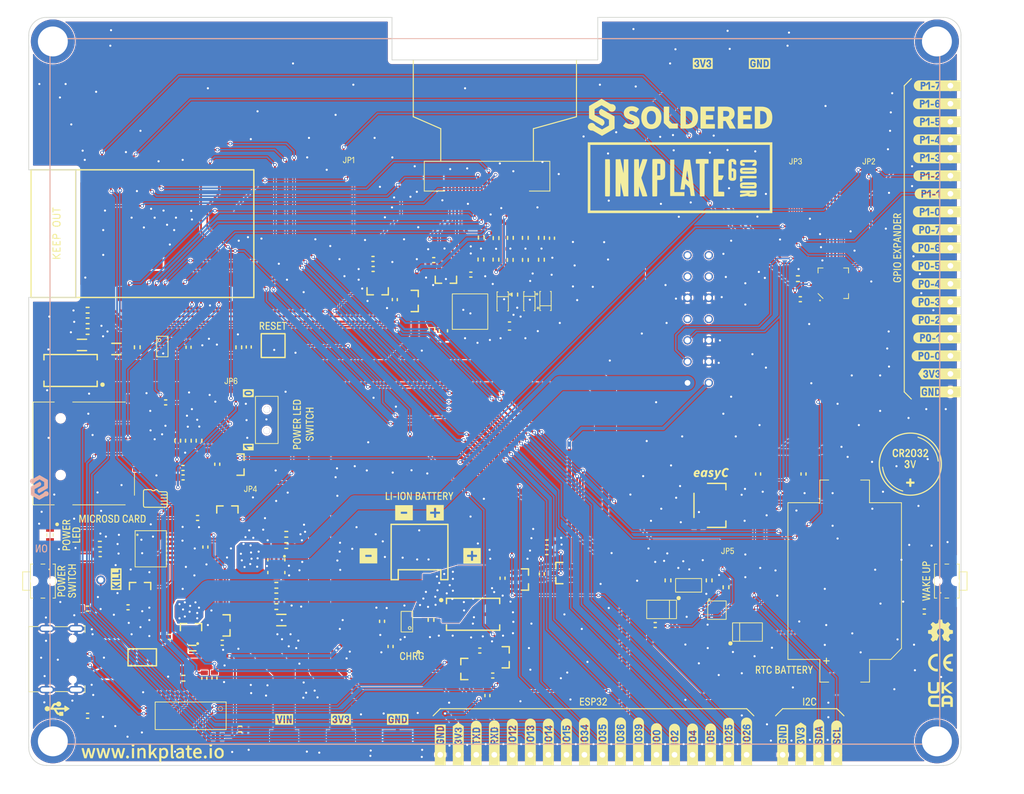
<source format=kicad_pcb>
(kicad_pcb (version 20211014) (generator pcbnew)
  (title_block (title "Soldered Inkplate 6COLOR") (date "2022-12-09") (rev "V1.2.0.") (company "SOLDERED") (comment 1 "333238"))
  (layers (0 "F.Cu" signal) (31 "B.Cu" signal) (34 "B.Paste" user) (35 "F.Paste" user) (36 "B.SilkS" user "B.Silkscreen") (37 "F.SilkS" user "F.Silkscreen") (38 "B.Mask" user) (39 "F.Mask" user) (44 "Edge.Cuts" user))
  (net 0 "")
  (net 1 "GND")
  (net 2 "3V3")
  (net 3 "VUSB")
  (net 4 "Net-(C9-Pad2)")
  (net 5 "VBAT")
  (net 6 "MANUAL_RST")
  (net 7 "VIN")
  (net 8 "Net-(C19-Pad2)")
  (net 9 "/SD_RTC/X1")
  (net 10 "/SD_RTC/X2")
  (net 11 "3V3_RTC")
  (net 12 "3V3_MICROSD")
  (net 13 "Net-(C27-Pad1)")
  (net 14 "/E-paper/PREVGL")
  (net 15 "Net-(C29-Pad1)")
  (net 16 "Net-(C30-Pad1)")
  (net 17 "3V3_EINK")
  (net 18 "Net-(C32-Pad1)")
  (net 19 "/E-paper/PREVGH")
  (net 20 "Net-(C34-Pad1)")
  (net 21 "Net-(C35-Pad1)")
  (net 22 "Net-(C37-Pad1)")
  (net 23 "Net-(C38-Pad1)")
  (net 24 "Net-(C38-Pad2)")
  (net 25 "Net-(D1-Pad1)")
  (net 26 "Net-(D1-Pad2)")
  (net 27 "Net-(D2-Pad1)")
  (net 28 "SW_IN")
  (net 29 "Net-(D5-Pad1)")
  (net 30 "Net-(F1-Pad2)")
  (net 31 "/MCU/INT")
  (net 32 "Net-(JP1-Pad3)")
  (net 33 "SD_ENABLE")
  (net 34 "Net-(JP2-Pad2)")
  (net 35 "Net-(K25-Pad1)")
  (net 36 "V_BAT_MOS")
  (net 37 "Net-(JP3-Pad2)")
  (net 38 "Net-(JP3-Pad3)")
  (net 39 "Net-(JP5-Pad1)")
  (net 40 "GPIO_39")
  (net 41 "/SD_RTC/CLKOUT_RTC")
  (net 42 "Net-(JP6-Pad1)")
  (net 43 "SPI_CS")
  (net 44 "GPIO15")
  (net 45 "Net-(K2-Pad1)")
  (net 46 "Net-(K3-Pad1)")
  (net 47 "Net-(K4-Pad1)")
  (net 48 "Net-(K5-Pad1)")
  (net 49 "Net-(K6-Pad1)")
  (net 50 "Net-(K7-Pad1)")
  (net 51 "Net-(K8-Pad1)")
  (net 52 "Net-(K9-Pad1)")
  (net 53 "V_BAT")
  (net 54 "TXD")
  (net 55 "RXD")
  (net 56 "Net-(K13-Pad1)")
  (net 57 "Net-(K14-Pad1)")
  (net 58 "SPI_SCK")
  (net 59 "SPI_MISO")
  (net 60 "SPI_MOSI")
  (net 61 "Net-(K19-Pad1)")
  (net 62 "Net-(JP2-Pad3)")
  (net 63 "Net-(K21-Pad1)")
  (net 64 "Net-(K22-Pad1)")
  (net 65 "Net-(K23-Pad1)")
  (net 66 "Net-(K24-Pad1)")
  (net 67 "Net-(K27-Pad1)")
  (net 68 "Net-(K28-Pad1)")
  (net 69 "GPIO_0")
  (net 70 "Net-(K30-Pad1)")
  (net 71 "GPIO_36")
  (net 75 "I2C_SDA")
  (net 76 "I2C_SCL")
  (net 80 "Net-(K35-PadA5)")
  (net 81 "D+")
  (net 82 "D-")
  (net 84 "Net-(K35-PadB5)")
  (net 86 "Net-(K42-Pad1)")
  (net 89 "EPD_DIN")
  (net 90 "EPD_CLK")
  (net 91 "EPD_CS")
  (net 92 "EPD_DC")
  (net 93 "EPD_RST")
  (net 94 "EPD_BUSY")
  (net 97 "/E-paper/RESE")
  (net 98 "/E-paper/GDR")
  (net 100 "Net-(Q1-Pad1)")
  (net 101 "/CTRL & COMS/RTS")
  (net 102 "Net-(Q2-Pad1)")
  (net 103 "/CTRL & COMS/DTR")
  (net 104 "Net-(Q3-Pad3)")
  (net 105 "Net-(Q4-Pad3)")
  (net 106 "SW_OUT_D")
  (net 107 "Net-(Q5-Pad2)")
  (net 108 "Net-(Q5-Pad3)")
  (net 109 "Net-(Q7-Pad1)")
  (net 110 "Net-(Q7-Pad3)")
  (net 111 "Net-(Q10-Pad1)")
  (net 112 "Net-(Q10-Pad3)")
  (net 113 "/CTRL & COMS/CH_RXD")
  (net 114 "/CTRL & COMS/CH_TXD")
  (net 115 "Net-(R14-Pad1)")
  (net 116 "Net-(R15-Pad1)")
  (net 117 "Net-(R20-Pad1)")
  (net 119 "RST")
  (net 136 "/MCU/IO34")
  (footprint "kibuzzard-637B4364" (layer "F.Cu") (at 154.02 150.02 90)
    (fp_text reference "kibuzzard-637B4364" hide)
    (fp_text value "G***" hide)
  )
  (footprint "e-radionica.com footprinti:0603R" (layer "F.Cu") (at 171.75 87.18 180)
    (fp_text reference "R1")
    (fp_text value "10k")
  )
  (footprint "e-radionica.com footprinti:0603C" (layer "F.Cu") (at 71.3 88.73)
    (fp_text reference "C5")
    (fp_text value "100n")
  )
  (footprint "e-radionica.com footprinti:PAD_4x4" (layer "F.Cu") (at 110.88 126.73)
    (fp_text reference "PAD2")
    (fp_text value "PAD_4x4")
  )
  (footprint "e-radionica.com footprinti:0603C" (layer "F.Cu") (at 171.41 84.28)
    (fp_text reference "C4")
    (fp_text value "100n")
  )
  (footprint "e-radionica.com footprinti:HEADER_MALE_1X1_Inkplate" (layer "F.Cu") (at 192.9 100.25 90)
    (fp_text reference "K46")
    (fp_text value "HEADER_MALE_1X1_Inkplate")
  )
  (footprint "kibuzzard-62FF3F95" (layer "F.Cu") (at 161.5 122.68)
    (fp_text reference "kibuzzard-62FF3F95" hide)
    (fp_text value "G***" hide)
  )
  (footprint "e-radionica.com footprinti:0603C" (layer "F.Cu") (at 85.5 107.13 -90)
    (fp_text reference "C25")
    (fp_text value "100n")
  )
  (footprint "kibuzzard-637B4274" (layer "F.Cu") (at 169.26 150.06 90)
    (fp_text reference "kibuzzard-637B4274" hide)
    (fp_text value "G***" hide)
  )
  (footprint "e-radionica.com footprinti:HEADER_MALE_1X1_Inkplate" (layer "F.Cu") (at 192.9 95.17)
    (fp_text reference "K2")
    (fp_text value "HEADER_MALE_1X1_Inkplate")
  )
  (footprint "e-radionica.com footprinti:HEADER_MALE_1X1_Inkplate" (layer "F.Cu") (at 192.9 77.39)
    (fp_text reference "K9")
    (fp_text value "HEADER_MALE_1X1_Inkplate")
  )
  (footprint "e-radionica.com footprinti:M4_DIODA" (layer "F.Cu") (at 164.3 134.12 180)
    (fp_text reference "D5")
    (fp_text value "M4_DIODA")
  )
  (footprint "Soldered Graphics:Version1.2.0" (layer "F.Cu") (at 191.4 145.63)
    (fp_text reference "REF**" hide)
    (fp_text value "Version1.2.0" hide)
  )
  (footprint "kibuzzard-63930326" (layer "F.Cu") (at 120.27 117.295)
    (fp_text reference "kibuzzard-63930326" hide)
    (fp_text value "G***" hide)
  )
  (footprint "e-radionica.com footprinti:HEADER_MALE_1X1_Inkplate" (layer "F.Cu") (at 136.24 151.43)
    (fp_text reference "K15")
    (fp_text value "HEADER_MALE_1X1_Inkplate")
  )
  (footprint "e-radionica.com footprinti:0603R" (layer "F.Cu") (at 127.65 143.08 -90)
    (fp_text reference "R35")
    (fp_text value "10k")
  )
  (footprint "e-radionica.com footprinti:0603R" (layer "F.Cu") (at 125.31 83.71 180)
    (fp_text reference "R31")
    (fp_text value "10k")
  )
  (footprint "e-radionica.com footprinti:0603R" (layer "F.Cu") (at 71.28 130.82)
    (fp_text reference "R3")
    (fp_text value "5k1")
  )
  (footprint "kibuzzard-637B43FB" (layer "F.Cu") (at 142.59 143.93)
    (fp_text reference "kibuzzard-637B43FB" hide)
    (fp_text value "G***" hide)
  )
  (footprint "e-radionica.com footprinti:0603R" (layer "F.Cu") (at 136.75 78.58 -90)
    (fp_text reference "R36")
    (fp_text value "AC0603FR-1356KL")
  )
  (footprint "e-radionica.com footprinti:PAD_4x4" (layer "F.Cu") (at 115 149.93)
    (fp_text reference "PAD9")
    (fp_text value "PAD_4x4")
  )
  (footprint "e-radionica.com footprinti:0603R" (layer "F.Cu") (at 135.32 125.93 90)
    (fp_text reference "R11")
    (fp_text value "510k")
  )
  (footprint "e-radionica.com footprinti:HEADER_MALE_1X1_Inkplate" (layer "F.Cu") (at 192.9 72.31)
    (fp_text reference "K26")
    (fp_text value "HEADER_MALE_1X1_Inkplate")
  )
  (footprint "e-radionica.com footprinti:0603C" (layer "F.Cu") (at 97.9 130.53 180)
    (fp_text reference "C15")
    (fp_text value "2u2")
  )
  (footprint "kibuzzard-62FF39E3" (layer "F.Cu") (at 191.03 59.61)
    (fp_text reference "kibuzzard-62FF39E3" hide)
    (fp_text value "G***" hide)
  )
  (footprint "e-radionica.com footprinti:0603C" (layer "F.Cu") (at 99.3 120.33 180)
    (fp_text reference "C18")
    (fp_text value "2u2")
  )
  (footprint "Soldered Graphics:Logo-Front-SolderedFULL-26mm" (layer "F.Cu") (at 154.8 61.53)
    (fp_text reference "REF**" hide)
    (fp_text value "Logo-Front-SolderedFULL-26mm" hide)
  )
  (footprint "e-radionica.com footprinti:0603R" (layer "F.Cu") (at 87.75 140.63 90)
    (fp_text reference "R5")
    (fp_text value "1k")
  )
  (footprint "kibuzzard-637B431F" (layer "F.Cu") (at 143.86 149.57 90)
    (fp_text reference "kibuzzard-637B431F" hide)
    (fp_text value "G***" hide)
  )
  (footprint "kibuzzard-62FF3A09" (layer "F.Cu") (at 191.05 64.69)
    (fp_text reference "kibuzzard-62FF3A09" hide)
    (fp_text value "G***" hide)
  )
  (footprint "e-radionica.com footprinti:HEADER_MALE_1X1_Inkplate" (layer "F.Cu") (at 192.9 87.55)
    (fp_text reference "K5")
    (fp_text value "HEADER_MALE_1X1_Inkplate")
  )
  (footprint "e-radionica.com footprinti:SOT-23-3" (layer "F.Cu") (at 85.875 133.623606 90)
    (fp_text reference "Q6")
    (fp_text value "SSM3J358R,LF")
  )
  (footprint "e-radionica.com footprinti:SMD_JUMPER_3_PAD_CONNECTED_LEFT_TRACE" (layer "F.Cu") (at 108.07 68.75)
    (fp_text reference "JP1")
    (fp_text value "SMD_JUMPER_3_PAD_CONNECTED_LEFT_TRACE")
  )
  (footprint "e-radionica.com footprinti:0603C" (layer "F.Cu") (at 135.265 78.53 -90)
    (fp_text reference "C27")
    (fp_text value "885012206075")
  )
  (footprint "e-radionica.com footprinti:0603R" (layer "F.Cu") (at 112.8 132.605 -90)
    (fp_text reference "R10")
    (fp_text value "1k")
  )
  (footprint "e-radionica.com footprinti:0603C" (layer "F.Cu") (at 92.79 147.8 180)
    (fp_text reference "C7")
    (fp_text value "100n")
  )
  (footprint "e-radionica.com footprinti:0603C" (layer "F.Cu") (at 84.8 140.63)
    (fp_text reference "C9")
    (fp_text value "100n")
  )
  (footprint "e-radionica.com footprinti:SOD-323" (layer "F.Cu") (at 86.05 136.38)
    (fp_text reference "D3")
    (fp_text value "BAT20J")
  )
  (footprint "e-radionica.com footprinti:HEADER_MALE_1X1_Inkplate" (layer "F.Cu") (at 192.9 57.07)
    (fp_text reference "K24")
    (fp_text value "HEADER_MALE_1X1_Inkplate")
  )
  (footprint "e-radionica.com footprinti:0603C" (layer "F.Cu") (at 99.3 121.93 180)
    (fp_text reference "C20")
    (fp_text value "100n")
  )
  (footprint "e-radionica.com footprinti:2917C" (layer "F.Cu") (at 68.9 97.23 180)
    (fp_text reference "C6")
    (fp_text value "DNP")
  )
  (footprint "e-radionica.com footprinti:HEADER_MALE_1X1_Inkplate" (layer "F.Cu") (at 192.9 64.69)
    (fp_text reference "K22")
    (fp_text value "HEADER_MALE_1X1_Inkplate")
  )
  (footprint "e-radionica.com footprinti:2917C" (layer "F.Cu") (at 125.63 131.61)
    (fp_text reference "C11")
    (fp_text value "DNP")
  )
  (footprint "kibuzzard-638086FC" (layer "F.Cu") (at 169.5 139.43)
    (fp_text reference "kibuzzard-638086FC" hide)
    (fp_text value "G***" hide)
  )
  (footprint "e-radionica.com footprinti:0603C" (layer "F.Cu") (at 161.275 127.805 -90)
    (fp_text reference "C23")
    (fp_text value "100n")
  )
  (footprint "e-radionica.com footprinti:PCF85063A" (layer "F.Cu") (at 160 131.03)
    (fp_text reference "U8")
    (fp_text value "PCF85063A")
  )
  (footprint "kibuzzard-62FF3AD5" (layer "F.Cu") (at 190.94 95.17)
    (fp_text reference "kibuzzard-62FF3AD5" hide)
    (fp_text value "G***" hide)
  )
  (footprint "e-radionica.com footprinti:0603C" (layer "F.Cu") (at 119.7 132.405 90)
    (fp_text reference "C12")
    (fp_text value "2u2")
  )
  (footprint "e-radionica.com footprinti:HEADER_MALE_1X1_Inkplate" (layer "F.Cu") (at 192.9 74.85)
    (fp_text reference "K19")
    (fp_text value "HEADER_MALE_1X1_Inkplate")
  )
  (footprint "e-radionica.com footprinti:HEADER_MALE_1X1_Inkplate" (layer "F.Cu") (at 138.8 151.43)
    (fp_text reference "K31")
    (fp_text value "HEADER_MALE_1X1_Inkplate")
  )
  (footprint "kibuzzard-62FF3A16" (layer "F.Cu") (at 191.05 67.23)
    (fp_text reference "kibuzzard-62FF3A16" hide)
    (fp_text value "G***" hide)
  )
  (footprint "e-radionica.com footprinti:JST-2pin-SMD" (layer "F.Cu") (at 118.08 123.73)
    (fp_text reference "K41")
    (fp_text value "JST-2pin-SMD")
  )
  (footprint "kibuzzard-637B43B3" (layer "F.Cu") (at 164.18 149.57 90)
    (fp_text reference "kibuzzard-637B43B3" hide)
    (fp_text value "G***" hide)
  )
  (footprint "e-radionica.com footprinti:0603R" (layer "F.Cu") (at 82.85 134.805)
    (fp_text reference "R18")
    (fp_text value "100k")
  )
  (footprint "e-radionica.com footprinti:0603R" (layer "F.Cu") (at 89.575 110.455 90)
    (fp_text reference "R22")
    (fp_text value "100k")
  )
  (footprint "kibuzzard-63930309" (layer "F.Cu") (at 125.48 123.37)
    (fp_text reference "kibuzzard-63930309" hide)
    (fp_text value "G***" hide)
  )
  (footprint "e-radionica.com footprinti:PCAL6416AHF,128" (layer "F.Cu") (at 176.4 84.93 90)
    (fp_text reference "U1")
    (fp_text value "PCAL6416AHF,128")
  )
  (footprint "e-radionica.com footprinti:0603C" (layer "F.Cu") (at 128.85 81.6 90)
    (fp_text reference "C37")
    (fp_text value "GMK107BJ105KAHT")
  )
  (footprint "kibuzzard-630C9D2C" (layer "F.Cu") (at 69.7 120.43 90)
    (fp_text reference "kibuzzard-630C9D2C" hide)
    (fp_text value "G***" hide)
  )
  (footprint "e-radionica.com footprinti:HEADER_MALE_1X1_Inkplate" (layer "F.Cu") (at 148.94 151.43)
    (fp_text reference "K32")
    (fp_text value "HEADER_MALE_1X1_Inkplate")
  )
  (footprint "e-radionica.com footprinti:0603R" (layer "F.Cu") (at 129.78 126.53 90)
    (fp_text reference "R7")
    (fp_text value "100k")
  )
  (footprint "kibuzzard-637B4394" (layer "F.Cu") (at 159.1 149.995 90)
    (fp_text reference "kibuzzard-637B4394" hide)
    (fp_text value "G***" hide)
  )
  (footprint "kibuzzard-6393034C" (layer "F.Cu") (at 115.89 117.295)
    (fp_text reference "kibuzzard-6393034C" hide)
    (fp_text value "G***" hide)
  )
  (footprint "e-radionica.com footprinti:SOT-23-3" (layer "F.Cu") (at 117.2 87.43)
    (fp_text reference "Q11")
    (fp_text value "PMOS")
  )
  (footprint "e-radionica.com footprinti:0603R" (layer "F.Cu") (at 77 130.63 180)
    (fp_text reference "R19")
    (fp_text value "1k")
  )
  (footprint "kibuzzard-637B42AC" (layer "F.Cu") (at 128.62 149.77 90)
    (fp_text reference "kibuzzard-637B42AC" hide)
    (fp_text value "G***" hide)
  )
  (footprint "e-radionica.com footprinti:0603R" (layer "F.Cu") (at 85.525 93.955 90)
    (fp_text reference "R4")
    (fp_text value "47k")
  )
  (footprint "kibuzzard-637B433E" (layer "F.Cu") (at 148.94 149.57 90)
    (fp_text reference "kibuzzard-637B433E" hide)
    (fp_text value "G***" hide)
  )
  (footprint "e-radionica.com footprinti:HEADER_MALE_1X1_Inkplate" (layer "F.Cu") (at 128.62 151.43)
    (fp_text reference "K12")
    (fp_text value "HEADER_MALE_1X1_Inkplate")
  )
  (footprint "kibuzzard-62FF3A28" (layer "F.Cu") (at 191.06 69.77)
    (fp_text reference "kibuzzard-62FF3A28" hide)
    (fp_text value "G***" hide)
  )
  (footprint "kibuzzard-62FF3E62" (layer "F.Cu") (at 117 137.505)
    (fp_text reference "kibuzzard-62FF3E62" hide)
    (fp_text value "G***" hide)
  )
  (footprint "e-radionica.com footprinti:0603R" (layer "F.Cu") (at 71.3 145.93)
    (fp_text reference "R2")
    (fp_text value "5k1")
  )
  (footprint "kibuzzard-6393035D" (layer "F.Cu") (at 110.88 123.37)
    (fp_text reference "kibuzzard-6393035D" hide)
    (fp_text value "G***" hide)
  )
  (footprint "e-radionica.com footprinti:SOD−123" (layer "F.Cu") (at 129.8 85.395 -90)
    (fp_text reference "D8")
    (fp_text value "MBR0530(C77336)")
  )
  (footprint "Soldered Graphics:Logo-Front-InkplateWebPage-20mm" (layer "F.Cu") (at 80.475 151.18)
    (fp_text reference "REF**" hide)
    (fp_text value "Logo-Front-InkplateWebPage-20mm" hide)
  )
  (footprint "e-radionica.com footprinti:LTST-S270GKT" (layer "F.Cu") (at 66 120.43 90)
    (fp_text reference "D2")
    (fp_text value "0603LED_SIDE")
  )
  (footprint "e-radionica.com footprinti:SMD_JUMPER_3_PAD_CONNECTED_LEFT_TRACE" (layer "F.Cu") (at 171.075 68.93)
    (fp_text reference "JP3")
    (fp_text value "SMD_JUMPER_3_PAD_CONNECTED_LEFT_TRACE")
  )
  (footprint "kibuzzard-638085B8" (layer "F.Cu") (at 107 146.43)
    (fp_text reference "kibuzzard-638085B8" hide)
    (fp_text value "G***" hide)
  )
  (footprint "e-radionica.com footprinti:0603C" (layer "F.Cu") (at 153.1 126.83 -90)
    (fp_text reference "C22")
    (fp_text value "DNP")
  )
  (footprint "kibuzzard-637B428F" (layer "F.Cu") (at 123.54 149.92 90)
    (fp_text reference "kibuzzard-637B428F" hide)
    (fp_text value "G***" hide)
  )
  (footprint "e-radionica.com footprinti:SFV24R-2STBE1HLF" (layer "F.Cu") (at 127.6 71.93 180)
    (fp_text reference "K45")
    (fp_text value "SFV24R-2STBE1HLF")
  )
  (footprint "e-radionica.com footprinti:HEADER_MALE_1X1_Inkplate" (layer "F.Cu") (at 174.34 151.43)
    (fp_text reference "K39")
    (fp_text value "HEADER_MALE_1X1_Inkplate")
  )
  (footprint "e-radionica.com footprinti:YTSA007A0151803B" (layer "F.Cu") (at 97.45 93.72 180)
    (fp_text reference "SW1")
    (fp_text value "YTSA007A0151803B")
  )
  (footprint "e-radionica.com footprinti:0603R" (layer "F.Cu") (at 90.275 135.63)
    (fp_text reference "R16")
    (fp_text value "DNP")
  )
  (footprint "Soldered Graphics:Logo-Front-easyC-5mm" (layer "F.Cu") (at 159.2 111.73)
    (fp_text reference "G***" hide)
    (fp_text value "LOGO" hide)
  )
  (footprint "e-radionica.com footprinti:0603R" (layer "F.Cu") (at 82.3 101.73)
    (fp_text reference "R27")
    (fp_text value "100k")
  )
  (footprint "e-radionica.com footprinti:0603R" (layer "F.Cu") (at 89.175 140.605 90)
    (fp_text reference "R6")
    (fp_text value "1k")
  )
  (footprint "e-radionica.com footprinti:SMD_JUMPER_3_PAD_CONNECTED_LEFT_TRACE" (layer "F.Cu") (at 91.5 99.905 180)
    (fp_text reference "JP6")
    (fp_text value "SMD_JUMPER_3_PAD_CONNECTED_LEFT_TRACE")
  )
  (footprint "e-radionica.com footprinti:SOT-23-3" (layer "F.Cu") (at 137.99 125.8 180)
    (fp_text reference "Q4")
    (fp_text value "PMOS")
  )
  (footprint "e-radionica.com footprinti:0603R" (layer "F.Cu") (at 114 136.155 -90)
    (fp_text reference "R14")
    (fp_text value "2k49")
  )
  (footprint "e-radionica.com footprinti:1206C" (layer "F.Cu") (at 98.6 132.43 180)
    (fp_text reference "C14")
    (fp_text value "10u")
  )
  (footprint "e-radionica.com footprinti:0603C" (layer "F.Cu") (at 131.5 86.53 90)
    (fp_text reference "C40")
    (fp_text value "GMK107BJ105KAHT")
  )
  (footprint "e-radionica.com footprinti:SOT-23-5" (layer "F.Cu") (at 81.825 93.855)
    (fp_text reference "U3")
    (fp_text value "TPS3840PL27DBVR")
  )
  (footprint "e-radionica.com footprinti:0805C" (layer "F.Cu") (at 121.45 91.63 90)
    (fp_text reference "C36")
    (fp_text value "GRM21BR61H106KE43L")
  )
  (footprint "e-radionica.com footprinti:HEADER_MALE_1X1_Inkplate" (layer "F.Cu") (at 192.9 97.71 90)
    (fp_text reference "K18")
    (fp_text value "HEADER_MALE_1X1_Inkplate")
  )
  (footprint "e-radionica.com footprinti:1206C" (layer "F.Cu") (at 70.5 93.63)
    (fp_text reference "C1")
    (fp_text value "10u")
  )
  (footprint "e-radionica.com footprinti:HEADER_MALE_1X1_Inkplate" (layer "F.Cu") (at 156.56 151.43)
    (fp_text reference "K28")
    (fp_text value "HEADER_MALE_1X1_Inkplate")
  )
  (footprint "e-radionica.com footprinti:ABS07AIG-32.768KHZ-7-D-T" (layer "F.Cu") (at 156 127.53 180)
    (fp_text reference "X1")
    (fp_text value "7LC32768F12UC")
  )
  (footprint "e-radionica.com footprinti:HEADER_MALE_1X1_Inkplate" (layer "F.Cu") (at 146.4 151.43)
    (fp_text reference "K33")
    (fp_text value "HEADER_MALE_1X1_Inkplate")
  )
  (footprint "e-radionica.com footprinti:SMD_JUMPER_3_PAD_CONNECTED_LEFT_TRACE" (layer "F.Cu") (at 161.375 123.905)
    (fp_text reference "JP5")
    (fp_text value "SMD_JUMPER_3_PAD_CONNECTED_LEFT_TRACE")
  )
  (footprint "e-radionica.com footprinti:0603C" (layer "F.Cu") (at 78.3 93.955 -90)
    (fp_text reference "C10")
    (fp_text value "100n")
  )
  (footprint "e-radionica.com footprinti:0603C" (layer "F.Cu") (at 87 107.13 -90)
    (fp_text reference "C24")
    (fp_text value "2u2")
  )
  (footprint "e-radionica.com footprinti:0603R" (layer "F.Cu") (at 189.225 131.23 180)
    (fp_text reference "R23")
    (fp_text value "100k")
  )
  (footprint "kibuzzard-62FF3A95" (layer "F.Cu") (at 190.95 85.01)
    (fp_text reference "kibuzzard-62FF3A95" hide)
    (fp_text value "G***" hide)
  )
  (footprint "kibuzzard-63808619" (layer "F.Cu") (at 93.95 108.03 90)
    (fp_text reference "kibuzzard-63808619" hide)
    (fp_text value "G***" hide)
  )
  (footprint "e-radionica.com footprinti:HEADER_MALE_1X1_Inkplate" (layer "F.Cu") (at 151.48 151.43)
    (fp_text reference "K29")
    (fp_text value "HEADER_MALE_1X1_Inkplate")
  )
  (footprint "e-radionica.com footprinti:0603C" (layer "F.Cu") (at 73.025 121.73 180)
    (fp_text reference "C19")
    (fp_text value "100n")
  )
  (footprint "e-radionica.com footprinti:0603R" (layer "F.Cu") (at 73.075 123.13)
    (fp_text reference "R21")
    (fp_text value "100k")
  )
  (footprint "e-radionica.com footprinti:PAD_4x4" (layer "F.Cu") (at 99 149.93)
    (fp_text reference "PAD3")
    (fp_text value "PAD_4x4")
  )
  (footprint "e-radionica.com footprinti:0603C" (layer "F.Cu") (at 158.9 126.83 -90)
    (fp_text reference "C21")
    (fp_text value "DNP")
  )
  (footprint "e-radionica.com footprinti:1206C" (layer "F.Cu") (at 75.36 94.2)
    (fp_text reference "C8")
    (fp_text value "10u")
  )
  (footprint "e-radionica.com footprinti:HEADER_MALE_1X1_Inkplate" (layer "F.Cu") (at 192.9 90.09)
    (fp_text reference "K4")
    (fp_text value "HEADER_MALE_1X1_Inkplate")
  )
  (footprint "kibuzzard-62FF39B7" (layer "F.Cu") (at 191.1 57.07)
    (fp_text reference "kibuzzard-62FF39B7" hide)
    (fp_text value "G***" hide)
  )
  (footprint "e-radionica.com footprinti:0603R" (layer "F.Cu") (at 120.08 81.66)
    (fp_text reference "R32")
    (fp_text value "0R47")
  )
  (footprint "kibuzzard-637B44BD" (layer "F.Cu") (at 176.88 149.78 90)
    (fp_text reference "kibuzzard-637B44BD" hide)
    (fp_text value "G***" hide)
  )
  (footprint "e-radionica.com footprinti:HEADER_MALE_1X1_Inkplate" (layer "F.Cu") (at 176.88 151.43)
    (fp_text reference "K38")
    (fp_text value "HEADER_MALE_1X1_Inkplate")
  )
  (footprint "Soldered Graphics:Logo-Front-Inkplate6COLOR" (layer "F.Cu") (at 154.8 70.03)
    (fp_text reference "REF**" hide)
    (fp_text value "Logo-Front-Inkplate6COLOR" hide)
  )
  (footprint "e-radionica.com footprinti:0603R" (layer "F.Cu") (at 136.02 122.85)
    (fp_text reference "R12")
    (fp_text value "100k")
  )
  (footprint "e-radionica.com footprinti:HEADER_MALE_1X1_Inkplate" (layer "F.Cu") (at 123.54 151.43)
    (fp_text reference "K47")
    (fp_text value "HEADER_MALE_1X1_Inkplate")
  )
  (footprint "kibuzzard-63808621" (layer "F.Cu") (at 93.95 100.43 90)
    (fp_text reference "kibuzzard-63808621" hide)
    (fp_text value "G***" hide)
  )
  (footprint "kibuzzard-630F4237" (layer "F.Cu") (at 118.08 114.93)
    (fp_text reference "kibuzzard-630F4237" hide)
    (fp_text value "G***" hide)
  )
  (footprint "e-radionica.com footprinti:HEADER_MALE_1X1_Inkplate" (layer "F.Cu") (at 73.15 126.78)
    (fp_text reference "K42")
    (fp_text value "HEADER_MALE_1X1_Inkplate")
  )
  (footprint "Soldered Graphics:Logo-Front-OSH-3.5mm" (layer "F.Cu") (at 191.5 133.93)
    (fp_text reference "G***" hide)
    (fp_text value "LOGO" hide)
  )
  (footprint "e-radionica.com footprinti:0603R" (layer "F.Cu") (at 84.755 112.31)
    (fp_text reference "R25")
    (fp_text value "100k")
  )
  (footprint "e-radionica.com footprinti:FIDUCIAL_23" (layer "F.Cu") (at 180.9 149.93)
    (fp_text reference "FD2")
    (fp_text value "FIDUCIAL")
  )
  (footprint "kibuzzard-62FF3F79" (layer "F.Cu") (at 171.075 67.73)
    (fp_text reference "kibuzzard-62FF3F79" hide)
    (fp_text value "G***" hide)
  )
  (footprint "kibuzzard-637B4274" (layer "F.Cu") (at 121 150.07 90)
    (fp_text reference "kibuzzard-637B4274" hide)
    (fp_text value "G***" hide)
  )
  (footprint "e-radionica.com footprinti:HEADER_MALE_1X1_Inkplate" (layer "F.Cu") (at 192.9 82.47)
    (fp_text reference "K7")
    (fp_text value "HEADER_MALE_1X1_Inkplate")
  )
  (footprint "Soldered Graphics:Logo-Front-CE-3.5mm" (layer "F.Cu") (at 191.5 138.43)
    (fp_text reference "REF**" hide)
    (fp_text value "Logo-Front-CE-3.5mm" hide)
  )
  (footprint "kibuzzard-638085D8" (layer "F.Cu") (at 166 53.93)
    (fp_text reference "kibuzzard-638085D8" hide)
    (fp_text value "G***" hide)
  )
  (footprint "e-radionica.com footprinti:0603C" (layer "F.Cu") (at 130.87 81.64 90)
    (fp_text reference "C35")
    (fp_text value "GRM188C81E475KE11J")
  )
  (footprint "kibuzzard-62FF3AC7" (layer "F.Cu") (at 191.05 92.63)
    (fp_text reference "kibuzzard-62FF3AC7" hide)
    (fp_text value "G***" hide)
  )
  (footprint "e-radionica.com footprinti:HEADER_MALE_1X1_Inkplate" (layer "F.Cu") (at 159.1 151.43)
    (fp_text reference "K27")
    (fp_text value "HEADER_MALE_1X1_Inkplate")
  )
  (footprint "kibuzzard-62FF3FB7" (layer "F.Cu") (at 91.5 98.705)
    (fp_text reference "kibuzzard-62FF3FB7" hide)
    (fp_text value "G***" hide)
  )
  (footprint "kibuzzard-63809971" (layer "F.Cu") (at 68.3 120.43 90)
    (fp_text reference "kibuzzard-63809971" hide)
    (fp_text value "G***" hide)
  )
  (footprint "e-radionica.com footprinti:CR2032-BS-6-1" (layer "F.Cu") (at 178 126.93 -90)
    (fp_text reference "K43")
    (fp_text value "CR2032_BS-6-1")
  )
  (footprint "kibuzzard-637B430F" (layer "F.Cu") (at 141.32 149.595 90)
    (fp_text reference "kibuzzard-637B430F" hide)
    (fp_text value "G***" hide)
  )
  (footprint "e-radionica.com footprinti:0603C" (layer "F.Cu") (at 126.73 81.58 90)
    (fp_text reference "C30")
    (fp_text value "GRM188C81E475KE11J")
  )
  (footprint "e-radionica.com footprinti:SOT-23-5" (layer "F.Cu") (at 116.3 132.655 180)
    (fp_text reference "U5")
    (fp_text value "MCP73831T")
  )
  (footprint "e-radionica.com footprinti:HEADER_MALE_1X1_Inkplate" (layer "F.Cu") (at 126.08 151.43)
    (fp_text reference "K11")
    (fp_text value "HEADER_MALE_1X1_Inkplate")
  )
  (footprint "e-radionica.com footprinti:U262-161N-4BVC11" (layer "F.Cu") (at 66 137.93 90)
    (fp_text reference "K35")
    (fp_text value "U262-161N-4BVC11")
  )
  (footprint "e-radionica.com footprinti:0603R" (layer "F.Cu") (at 128.4 140.255)
    (fp_text reference "R9")
    (fp_text value "10k")
  )
  (footprint "Soldered Graphics:Symbol-Front-USB" (layer "F.Cu") (at 67 144.93 -90)
    (fp_text reference "G***" hide)
    (fp_text value "LOGO" hide)
  )
  (footprint "e-radionica.com footprinti:SOT-23-3" (layer "F.Cu") (at 92.65 110.505)
    (fp_text reference "Q9")
    (fp_text value "PMOS")
  )
  (footprint "Soldered Graphics:Symbol-Front-SDcard" (layer "F.Cu") (at 80.85 115.28 -90)
    (fp_text reference "G***" hide)
    (fp_text value "LOGO" hide)
  )
  (footprint "e-radionica.com footprinti:SMD_JUMPER" (layer "F.Cu") (at 94.25 112.68 -90)
    (fp_text reference "JP4")
    (fp_text value "SMD_JUMPER")
  )
  (footprint "e-radionica.com footprinti:0603R" (layer "F.Cu") (at 87.9 122.13 90)
    (fp_text reference "R20")
    (fp_text value "100k")
  )
  (footprint "kibuzzard-62FF3A67" (layer "F.Cu") (at 190.99 77.39)
    (fp_text reference "kibuzzard-62FF3A67" hide)
    (fp_text value "G***" hide)
  )
  (footprint "e-radionica.com footprinti:0603R" (layer "F.Cu") (at 86.8 118.03 180)
    (fp_text reference "R17")
    (fp_text value "1k")
  )
  (footprint "kibuzzard-62FF3AA5" (layer "F.Cu") (at 190.94 87.55)
    (fp_text reference "kibuzzard-62FF3AA5" hide)
    (fp_text value "G***" hide)
  )
  (footprint "kibuzzard-62FF3E47" (layer "F.Cu") (at 97.45 90.93)
    (fp_text reference "kibuzzard-62FF3E47" hide)
    (fp_text value "G***" hide)
  )
  (footprint "e-radionica.com footprinti:0603R" (layer "F.Cu") (at 165.8 111.83 -90)
    (fp_text reference "R33")
    (fp_text value "10k")
  )
  (footprint "e-radionica.com footprinti:HEADER_MALE_1X1_Inkplate" (layer "F.Cu") (at 131.16 151.43)
    (fp_text reference "K16")
    (fp_text value "HEADER_MALE_1X1_Inkplate")
  )
  (footprint "e-radionica.com footprinti:PAD_4x4" (layer "F.Cu") (at 107 149.93)
    (fp_text reference "PAD7")
    (fp_text value "PAD_4x4")
  )
  (footprint "e-radionica.com footprinti:HEADER_MALE_1X1_Inkplate" (layer "F.Cu") (at 141.32 151.43)
    (fp_text reference "K1")
    (fp_text value "HEADER_MALE_1X1_Inkplate")
  )
  (footprint "e-radionica.com footprinti:HEADER_MALE_1X1_Inkplate" (layer "F.Cu") (at 192.9 79.93)
    (fp_text reference "K8")
    (fp_text value "HEADER_MALE_1X1_Inkplate")
  )
  (footprint "e-radionica.com footprinti:HEADER_MALE_1X1_Inkplate" (layer "F.Cu") (at 169.26 151.43)
    (fp_text reference "K40")
    (fp_text value "HEADER_MALE_1X1_Inkplate")
  )
  (footprint "e-radionica.com footprinti:HEADER_MALE_1X1_Inkplate" (layer "F.Cu") (at 143.86 151.43)
    (fp_text reference "K10")
    (fp_text value "HEADER_MALE_1X1_Inkplate")
  )
  (footprint "kibuzzard-62FF3DBA" (layer "F.Cu") (at 74.8 118.13)
    (fp_text reference "kibuzzard-62FF3DBA" hide)
    (fp_text value "G***" hide)
  )
  (footprint "kibuzzard-630C9914" (layer "F.Cu") (at 67.6 126.93 90)
    (fp_text reference "kibuzzard-630C9914" hide)
    (fp_text value "G***" hide)
  )
  (footprint "kibuzzard-637B42CB" (layer "F.Cu") (at 133.7 149.645 90)
    (fp_text reference "kibuzzard-637B42CB" hide)
    (fp_text value "G***" hide)
  )
  (footprint "e-radionica.com footprinti:TSSOP-14" (layer "F.Cu") (at 80.2 122.33)
    (fp_text reference "U6")
    (fp_text value "MC14093BDTR2G")
  )
  (footprint "kibuzzard-638085AE" (layer "F.Cu") (at 99 146.43)
    (fp_text reference "kibuzzard-638085AE" hide)
    (fp_text value "G***" hide)
  )
  (footprint "kibuzzard-62FF3A87" (layer "F.Cu") (at 190.93 82.47)
    (fp_text reference "kibuzzard-62FF3A87" hide)
    (fp_text value "G***" hide)
  )
  (footprint "e-radionica.com footprinti:SOT-23-3" (layer "F.Cu") (at 78.7 127.83 90)
    (fp_text reference "Q7")
    (fp_text value "NPN")
  )
  (footprint "kibuzzard-62FF3EAF" (layer "F.Cu") (at 189.5 126.93 90)
    (fp_text reference "kibuzzard-62FF3EAF" hide)
    (fp_text value "G***" hide)
  )
  (footprint "kibuzzard-62FF380F" (layer "F.Cu") (at 191.55 100.25)
    (fp_text reference "kibuzzard-62FF380F" hide)
    (fp_text value "G***" hide)
  )
  (footprint "e-radionica.com footprinti:HEADER_MALE_1X1_Inkplate" (layer "F.Cu") (at 192.9 92.63)
    (fp_text reference "K3")
    (fp_text value "HEADER_MALE_1X1_Inkplate")
  )
  (footprint "e-radionica.com footprinti:0603R" (layer "F.Cu") (at 114.6 87.23 90)
    (fp_text reference "R30")
    (fp_text value "10k")
  )
  (footprint "e-radionica.com footprinti:0603C" (layer "F.Cu") (at 119.825 91.38 90)
    (fp_text reference "C39")
    (fp_text value "GMK107BJ105KAHT")
  )
  (footprint "e-radionica.com footprinti:0603C" (layer "F.Cu") (at 126.78 78.48 -90)
    (fp_text reference "C29")
    (fp_text value "GRM188C81E475KE11J")
  )
  (footprint "e-radionica.com footprinti:0603C" (layer "F.Cu") (at 71.3 91.73)
    (fp_text reference "C2")
    (fp_text value "2u2")
  )
  (footprint "e-radionica.com footprinti:0603R" (layer "F.Cu") (at 111.54 82.91)
    (fp_text reference "R29")
    (fp_text value "10k")
  )
  (footprint "e-radionica.com footprinti:0603C" (layer "F.Cu") (at 92.61 93.96 -90)
    (fp_text reference "C13")
    (fp_text value "2u2")
  )
  (footprint "e-radionica.com footprinti:SOT-23-3" (layer "F.Cu") (at 124.6 139.33 180)
    (fp_text reference "Q2")
    (fp_text value "NPN")
  )
  (footprint "e-radionica.com footprinti:0603C" (layer "F.Cu") (at 128.87 78.56 -90)
    (fp_text reference "C31")
    (fp_text value "GMK107BJ105KAHT")
  )
  (footprint "kibuzzard-62FF3A7A" (layer "F.Cu") (at 190.94 79.93)
    (fp_text reference "kibuzzard-62FF3A7A" hide)
    (fp_text value "G***" hide)
  )
  (footprint "e-radionica.com footprinti:Standoff_M3" (layer "F.Cu") (at 191 50.83)
    (fp_text reference "H1")
    (fp_text value "Standoff_M3")
  )
  (footprint "kibuzzard-637B434C" (layer "F.Cu") (at 151.48 149.97 90)
    (fp_text reference "kibuzzard-637B434C" hide)
    (fp_text value "G***" hide)
  )
  (footprint "kibuzzard-637B42BE" (layer "F.Cu") (at 131.16 149.67 90)
    (fp_text reference "kibuzzard-637B42BE" hide)
    (fp_text value "G***" hide)
  )
  (footprint "e-radionica.com footprinti:SOT-23-3" (layer "F.Cu") (at 90.675 133.18)
    (fp_text reference "Q8")
    (fp_text value "SSM3J358R,LF")
  )
  (footprint "e-radionica.com footprinti:easyC-connector" (layer "F.Cu") (at 159.5625 116.255 90)
    (fp_text reference "K36")
    (fp_text value "easyC-SMD")
  )
  (footprint "e-radionica.com footprinti:HEADER_MALE_1X1_Inkplate" (layer "F.Cu") (at 192.9 59.61)
    (fp_text reference "K23")
    (fp_text value "HEADER_MALE_1X1_Inkplate")
  )
  (footprint "e-radionica.com footprinti:1206FUSE" (layer "F.Cu") (at 79 137.68 180)
    (fp_text reference "F1")
    (fp_text value "1206FUSE-500mA")
  )
  (footprint "e-radionica.com footprinti:0603C" (layer "F.Cu") (at 130.89 78.53 -90)
    (fp_text reference "C34")
    (fp_text value "GRM188C81E475KE11J")
  )
  (footprint "kibuzzard-637B44FE" (layer "F.Cu") (at 173.07 143.93)
    (fp_text reference "kibuzzard-637B44FE" hide)
    (fp_text value "G***" hide)
  )
  (footprint "e-radionica.com footprinti:HEADER_MALE_1X1_Inkplate" (layer "F.Cu") (at 192.9 85.01)
    (fp_text reference "K6")
    (fp_text value "HEADER_MALE_1X1_Inkplate")
  )
  (footprint "e-radionica.com footprinti:PAD_4x4" (layer "F.Cu") (at 158 50.43)
    (fp_text reference "PAD4")
    (fp_text value "PAD_4x4")
  )
  (footprint "e-radionica.com footprinti:SRN5020TA-2R2M" (layer "F.Cu") (at 125.2 88.93 90)
    (fp_text reference "L1")
    (fp_text value "SRN5020TA-100M")
  )
  (footprint "e-radionica.com footprinti:0603C" (layer "F.Cu") (at 71.3 90.23)
    (fp_text reference "C3")
    (fp_text value "100n")
  )
  (footprint "kibuzzard-62FF3FFC" (layer "F.Cu") (at 94.25 113.93)
    (fp_text reference "kibuzzard-62FF3FFC" hide)
    (fp_text value "G***" hide)
  )
  (footprint "e-radionica.com footprinti:ESP32-WROVER" (layer "F.Cu") (at 82.2 77.93 90)
    (fp_text reference "U2")
    (fp_text value "ESP32-WROVER")
  )
  (footprint "kibuzzard-62FF3F61" (layer "F.Cu") (at 181.4 67.73)
    (fp_text reference "kibuzzard-62FF3F61" hide)
    (fp_text value "G***" hide)
  )
  (footprint "Soldered Graphics:Logo-Front-UKCA-3.5mm" (layer "F.Cu") (at 191.5 142.93)
    (fp_text reference "REF**" hide)
    (fp_text value "Logo-Front-UKCA-3.5mm" hide)
  )
  (footprint "kibuzzard-630C992F" (layer "F.Cu") (at 69.1 126.93 90)
    (fp_text reference "kibuzzard-630C992F" hide)
    (fp_text value "G***" hide)
  )
  (footprint "e-radionica.com footprinti:HEADER_MALE_1X1_Inkplate" (layer "F.Cu") (at 133.7 151.43)
    (fp_text reference "K17")
    (fp_text value "HEADER_MALE_1X1_Inkplate")
  )
  (footprint "e-radionica.com footprinti:SOD−123" (layer "F.Cu") (at 135.839 89.525 90)
    (fp_text reference "D6")
    (fp_text value "MBR0530(C77336)")
  )
  (footprint "kibuzzard-63808589" (layer "F.Cu") (at 185.4 79.93 90)
    (fp_text reference "kibuzzard-63808589" hide)
    (fp_text value "G***" hide)
  )
  (footprint "kibuzzard-62FF3822" (layer "F.Cu") (at 191.4 97.71)
    (fp_text reference "kibuzzard-62FF3822" hide)
    (fp_text value "G***" hide)
  )
  (footprint "e-radionica.com footprinti:SMD_JUMPER_3_PAD_CONNECTED_LEFT_TRACE" (layer "F.Cu") (at 181.4 68.93)
    (fp_text reference "JP2")
    (fp_text value "SMD_JUMPER_3_PAD_CONNECTED_LEFT_TRACE")
  )
  (footprint "e-radionica.com footprinti:SOT-23-3" (layer "F.Cu") (at 121.8 84.23 -90)
    (fp_text reference "Q12")
    (fp_text value "CJ2310")
  )
  (footprint "kibuzzard-638085EF" (layer "F.Cu") (at 75.325 126.655 90)
    (fp_text reference "kibuzzard-638085EF" hide)
    (fp_text value "G***" hide)
  )
  (footprint "e-radionica.com footprinti:HEADER_MALE_1X1_Inkplate" (layer "F.Cu") (at 171.8 151.43)
    (fp_text reference "K37")
    (fp_text value "HEADER_MALE_1X1_Inkplate")
  )
  (footprint "e-radionica.com footprinti:HEADER_MALE_1X1_Inkplate" (layer "F.Cu") (at 192.9 67.23)
    (fp_text reference "K21")
    (fp_text value "HEADER_MALE_1X1_Inkplate")
  )
  (footprint "kibuzzard-62FF3A33" (layer "F.Cu") (at 191.15 72.31)
    (fp_text reference "kibuzzard-62FF3A33" hide)
    (fp_text value "G***" hide)
  )
  (footprint "e-radionica.com footprinti:SOT-23-3" (layer "F.Cu") (at 130.025 137.68)
    (fp_text reference "Q1")
    (fp_text value "NPN")
  )
  (footprint "e-radionica.com footprinti:0603R" (layer "F.Cu") (at 151.3 133.13 180)
    (fp_text reference "R24")
    (fp_text value "10k")
  )
  (footprint "kibuzzard-637B44AA" (layer "F.Cu") (at 174.34 149.69 90)
    (fp_text reference "kibuzzard-637B44AA" hide)
    (fp_text value "G***" hide)
  )
  (footprint "kibuzzard-637B42FA" (layer "F.Cu") (at 138.78 149.645 90)
    (fp_text reference "kibuzzard-637B42FA" hide)
    (fp_text value "G***" hide)
  )
  (footprint "e-radionica.com footprinti:HEADER_MALE_1X1_Inkplate" (layer "F.Cu") (at 192.9 69.77)
    (fp_text reference "K20")
    (fp_text value "HEADER_MALE_1X1_Inkplate")
  )
  (footprint "e-radionica.com footprinti:0603C" (layer "F.Cu") (at 132.99 78.53 -90)
    (fp_text reference "C32")
    (fp_text value "GRM188C81E475KE11J")
  )
  (footprint "e-radionica.com footprinti:SOT-23-3" (layer "F.Cu") (at 91 117.03 90)
    (fp_text reference "Q5")
    (fp_text value "PMOS")
  )
  (footprint "e-radionica.com footprinti:0603C" (layer "F.Cu") (at 97.9 127.53 180)
    (fp_text reference "C17")
    (fp_text value "100n")
  )
  (footprint "kibuzzard-62FF3A3F" (layer "F.Cu") (at 191.02 74.85)
    (fp_text reference "kibuzzard-62FF3A3F" hide)
    (fp_text value "G***" hide)
  )
  (footprint "e-radionica.com footprinti:HEADER_MALE_1X1_Inkplate" (layer "F.Cu") (at 164.18 151.43)
    (fp_text reference "K14")
    (fp_text value "HEADER_MALE_1X1_Inkplate")
  )
  (footprint "kibuzzard-62FF3F46" (layer "F.Cu") (at 108.07 67.55)
    (fp_text reference "kibuzzard-62FF3F46" hide)
    (fp_text value "G***" hide)
  )
  (footprint "kibuzzard-637B42A1" (layer "F.Cu") (at 126.08 149.795 90)
    (fp_text reference "kibuzzard-637B42A1" hide)
    (fp_text value "G***" hide)
  )
  (footprint "e-radionica.com footprinti:0603C" (layer "F.Cu") (at 135.26 81.61 90)
    (fp_text reference "C28")
    (fp_text value "GRM188C81E475KE11J")
  )
  (footprint "e-radionica.com footprinti:SOD−123" (layer "F.Cu") (at 133.561 85.36 -90)
    (fp_text reference "D7")
    (fp_text value "MBR0530(C77336)")
  )
  (footprint "e-radionica.com footprinti:0603R" (layer "F.Cu") (at 126.575 136.73 180)
    (fp_text reference "R8")
    (fp_text value "10k")
  )
  (footprint "e-radionica.com footprinti:SOP-16" (layer "F.Cu") (at 85.825 145.93 -90)
    (fp_text reference "U4")
    (fp_text value "CH340C")
  )
  (footprint "e-radionica.com footprinti:TPS7A2633DRVR" (layer "F.Cu") (at 97.9 124.83 -90)
    (fp_text reference "U7")
    (fp_text value "TPS7A2633DRVR")
  )
  (footprint "e-radionica.com footprinti:K2-1114SA-A4SW-06" (layer "F.Cu") (at 192.4 126.93 90)
    (fp_text reference "SW3")
    (fp_text value "K2-1114SA-A4SW-06")
  )
  (footprint "e-radionica.com footprinti:K2-1114SA-A4SW-06" (layer "F.Cu") (at 65 126.93 -90)
    (fp_text reference "SW2")
    (fp_text value "K2-1114SA-A4SW-06")
  )
  (footprint "e-radionica.com footprinti:0603R" (layer "F.Cu") (at 111.52 81.5)
    (fp_text reference "R28")
    (fp_text value "100R")
  )
  (footprint "e-radionica.com footprinti:FIDUCIAL_23" (layer "F.Cu") (at 71.625 55.005)
    (fp_text reference "FD1")
    (fp_text value "FIDUCIAL")
  )
  (footprint "e-radionica.com footprinti:INKPLATE TEST HEADER" (layer "F.Cu") (at 157.35 89.98)
    (fp_text reference "K34")
    (fp_text value "Inkplate_TP")
  )
  (footprint "e-radionica.com footprinti:HYC77-TF09-200" (layer "F.Cu") (at 73 108.93 -90)
    (fp_text reference "K44")
    (fp_text value "HYC77-TF09-200")
  )
  (footprint "e-radionica.com footprinti:HEADER_MALE_1X1_Inkplate" (layer "F.Cu") (at 121 151.43)
    (fp_text reference "K48")
    (fp_text value "HEADER_MALE_1X1_Inkplate")
  )
  (footprint "e-radionica.com footprinti:SOT-23-3" (layer "F.Cu") (at 132.74 126.71)
    (fp_text reference "Q3")
    (fp_text value "NMOS")
  )
  (footprint "e-radionica.com footprinti:SK-3296S-01-L1" (layer "F.Cu") (at 96.55 104.23 90)
    (fp_text reference "S1")
    (fp_text value "SK-3296S-01-L1")
  )
  (footprint "e-radionica.com footprinti:M4_DIODA" (layer "F.Cu") (at 152.2 130.93)
    (fp_text reference "D4")
    (fp_text value "M4_DIODA")
  )
  (footprint "e-radionica.com footprinti:0402LED" (layer "F.Cu") (at 117 136.305)
    (fp_text reference "D1")
    (fp_text value "RED")
  )
  (footprint "kibuzzard-637B4330" (layer "F.Cu") (at 146.4 149.57 90)
    (fp_text reference "kibuzzard-637B4330" hide)
    (fp_text value "G***" hide)
  )
  (footprint "e-radionica.com footprinti:Standoff_M3" (layer "F.Cu") (at 66.4 149.53)
    (fp_text reference "H2")
    (fp_text value "Standoff_M3")
  )
  (footprint "e-radionica.com footprinti:0603C" (layer "F.Cu") (at 84 107.13 -90)
    (fp_text reference "C26")
    (fp_text value "100n")
  )
  (footprint "kibuzzard-6380860A" (layer "F.Cu") (at 102.6 104.83 90)
    (fp_text reference "kibuzzard-6380860A" hide)
    (fp_text value "G***" hide)
  )
  (footprint "Soldered Graphics:Logo-Back-Soldered-3.5mm" (layer "F.Cu") (at 64.5 113.73)
    (fp_text reference "G***" hide)
    (fp_text value "LOGO" hide)
  )
  (footprint "e-radionica.com footprinti:0603R" (layer "F.Cu") (at 94.01 93.92 -90)
    (fp_text reference "R15")
    (fp_text value "47R")
  )
  (footprint "kibuzzard-638085FC" (layer "F.Cu") (at 100.8 104.83 90)
    (fp_text reference "kibuzzard-638085FC" hide)
    (fp_text value "G***" hide)
  )
  (footprint "e-radionica.com footprinti:HEADER_MALE_1X1_Inkplate" (layer "F.Cu") (at 154.02 151.43)
    (fp_text reference "K30")
    (fp_text value "HEADER_MALE_1X1_Inkplate")
  )
  (footprint "e-radionica.com footprinti:0603C" (layer "F.Cu") (at 97.9 129.03 180)
    (fp_text reference "C16")
    (fp_text value "100n")
  )
  (footprint "e-radionica.com footprinti:HEADER_MALE_1X1_Inkplate" (layer "F.Cu") (at 192.9 62.15)
    (fp_text reference "K25")
    (fp_text value "HEADER_MALE_1X1_Inkplate")
  )
  (footprint "Soldered Graphics:Symbol-Front-CR2032" (layer "F.Cu") (at 187.25 110.43)
    (fp_text reference "REF**" hide)
    (fp_text value "Symbol-Front-CR2032" hide)
  )
  (footprint "kibuzzard-638085C4" (layer "F.Cu") (at 115 146.43)
    (fp_text reference "kibuzzard-638085C4" hide)
    (fp_text value "G***" hide)
  )
  (footprint "e-radionica.com footprinti:HEADER_MALE_1X1_Inkplate" (layer "F.Cu") (at 161.64 151.43)
    (fp_text reference "K13")
    (fp_text value "HEADER_MALE_1X1_Inkplate")
  )
  (footprint "e-radionica.com footprinti:0805C" (layer "F.Cu") (at 130.764 90.965 180)
    (fp_text reference "C38")
    (fp_text value "UMK212BBJ475KG")
  )
  (footprint "kibuzzard-637B42EA" (layer "F.Cu") (at 136.24 149.645 90)
    (fp_text reference "kibuzzard-637B42EA" hide)
    (fp_text value "G***" hide)
  )
  (footprint "e-radionica.com footprinti:Standoff_M3" (layer "F.Cu") (at 191 149.53)
    (fp_text reference "H4")
    (fp_text value "Standoff_M3")
  )
  (footprint "kibuzzard-637B4385" (layer "F.Cu") (at 156.56 149.995 90)
    (fp_text reference "kibuzzard-637B4385" hide)
    (fp_text value "G***" hide)
  )
  (footprint "e-radionica.com footprinti:0603R" (layer "F.Cu") (at 172.2 111.83 -90)
    (fp_text reference "R34")
    (fp_text value "10k")
  )
  (footprint "kibuzzard-637B428F" (layer "F.Cu") (at 171.8 149.91 90)
    (fp_text reference "kibuzzard-637B428F" hide)
    (fp_text value "G***" hide)
  )
  (footprint "kibuzzard-638085E0" (layer "F.Cu") (at 158 53.93)
    (fp_text reference "kibuzzard-638085E0" hide)
    (fp_text value "G***" hide)
  )
  (footprint "kibuzzard-62FF39F5" (layer "F.Cu") (at 191.05 62.15)
    (fp_text reference "kibuzzard-62FF39F5" hide)
    (fp_text value "G***" hide)
  )
  (footprint "e-radionica.com footprinti:SOT-23-3" (layer "F.Cu") (at 112.18 85.86 -90)
    (fp_text reference "Q10")
    (fp_text value "NMOS")
  )
  (footprint "e-radionica.com footprinti:0603C" (layer "F.Cu") (at 133 81.64 90)
    (fp_text reference "C33")
    (fp_text value "GRM188C81E475KE11J")
  )
  (footprint "e-radionica.com footprinti:PAD_4x4" (layer "F.Cu") (at 166 50.43)
    (fp_text reference "PAD5")
    (fp_text value "PAD_4x4")
  )
  (footprint "kibuzzard-637B43A5" (layer "F.Cu") (at 161.64 149.595 90)
    (fp_text reference "kibuzzard-637B43A5" hide)
    (fp_text value "G***" hide)
  )
  (footprint "e-radionica.com footprinti:PAD_4x4" (layer "F.Cu") (at 125.48 126.73)
    (fp_text reference "PAD1")
    (fp_text value "PAD_4x4")
  )
  (footprint "kibuzzard-62FF3AB1" (layer "F.Cu") (at 190.95 90.09)
    (fp_text reference "kibuzzard-62FF3AB1" hide)
    (fp_text value "G***" hide)
  )
  (footprint "e-radionica.com footprinti:0603R" (layer "F.Cu") (at 84.74 110.98)
    (fp_text reference "R26")
    (fp_text value "100k")
  )
  (footprint "e-radionica.com footprinti:0603R" (layer "F.Cu") (at 136.025 121.49 180)
    (fp_text reference "R13")
    (fp_text value "100k")
  )
  (footprint "e-radionica.com footprinti:Standoff_M3" (layer "F.Cu") (at 66.4 50.83)
    (fp_text reference "H3")
    (fp_text value "Standoff_M3")
  )
  (footprint "e-radionica.com footprinti:AC057TC1" (layer "B.Cu") (at 128.7 100.18)
    (fp_text reference "U9")
    (fp_text value "AC057TC1")
  )
  (footprint "kibuzzard-638086A4" (layer "B.Cu") (at 64.8 122.33 180)
    (fp_text reference "kibuzzard-638086A4" hide)
    (fp_text value "G***" hide)
  )
  (gr_line (start 66 50.43) (end 114.1 50.43) (layer "B.SilkS") (width 0.15))
  (gr_line (start 191.4 50.43) (end 143.3 50.43) (layer "B.SilkS") (width 0.15))
  (gr_line (start 66 149.93) (end 191.4 149.93) (layer "B.SilkS") (width 0.15))
  (gr_line (start 66 149.93) (end 66 50.43) (layer "B.SilkS") (width 0.15))
  (gr_line (start 191.4 149.93) (end 191.4 50.43) (layer "B.SilkS") (width 0.15))
  (gr_line (start 164.2 144.93) (end 165.2 145.93) (layer "F.SilkS") (width 0.15))
  (gr_line (start 169.26 144.93) (end 168.26 145.93) (layer "F.SilkS") (width 0.15))
  (gr_line (start 121 144.93) (end 120 145.93) (layer "F.SilkS") (width 0.15))
  (gr_line (start 117.2 53.44) (end 117.2 61.44) (layer "F.SilkS") (width 0.15))
  (gr_line (start 186.4 57.07) (end 186.4 100.25) (layer "F.SilkS") (width 0.15))
  (gr_line (start 121 144.93) (end 164.18 144.93) (layer "F.SilkS") (width 0.15))
  (gr_line (start 134.13 63.13) (end 140.2 61.44) (layer "F.SilkS") (width 0.15))
  (gr_line (start 187.4 101.255) (end 186.4 100.255) (layer "F.SilkS") (width 0.15))
  (gr_line (start 176.9 144.93) (end 177.9 145.93) (layer "F.SilkS") (width 0.15))
  (gr_line (start 121.07 63.13) (end 121.07 67.73) (layer "F.SilkS") (width 0.15))
  (gr_line (start 134.13 63.13) (end 134.13 67.73) (layer "F.SilkS") (width 0.15))
  (gr_line (start 169.26 144.93) (end 176.88 144.93) (layer "F.SilkS") (width 0.15))
  (gr_line (start 121.07 63.13) (end 117.2 61.44) (layer "F.SilkS") (width 0.15))
  (gr_line (start 140.2 53.44) (end 140.2 61.44) (layer "F.SilkS") (width 0.15))
  (gr_line (start 187.4 56.07) (end 186.4 57.07) (layer "F.SilkS") (width 0.15))
  (gr_line (start 69.675 86.93) (end 69.675 68.93) (layer "Edge.Cuts") (width 0.1))
  (gr_line (start 143.2 47.43) (end 191.9 47.43) (layer "Edge.Cuts") (width 0.1))
  (gr_arc (start 63 49.93) (mid 63.732233 48.162233) (end 65.5 47.43) (layer "Edge.Cuts") (width 0.1))
  (gr_line (start 69.675 68.93) (end 63 68.93) (layer "Edge.Cuts") (width 0.1))
  (gr_line (start 114.2 53.43) (end 143.2 53.43) (layer "Edge.Cuts") (width 0.1))
  (gr_line (start 63 86.93) (end 69.675 86.93) (layer "Edge.Cuts") (width 0.1))
  (gr_line (start 194.4 49.93) (end 194.4 150.43) (layer "Edge.Cuts") (width 0.1))
  (gr_arc (start 65.5 152.93) (mid 63.732233 152.197767) (end 63 150.43) (layer "Edge.Cuts") (width 0.1))
  (gr_line (start 65.5 47.43) (end 114.2 47.43) (layer "Edge.Cuts") (width 0.1))
  (gr_line (start 191.9 152.93) (end 65.5 152.93) (layer "Edge.Cuts") (width 0.1))
  (gr_line (start 63 150.43) (end 63 86.93) (layer "Edge.Cuts") (width 0.1))
  (gr_arc (start 194.4 150.43) (mid 193.667767 152.197767) (end 191.9 152.93) (layer "Edge.Cuts") (width 0.1))
  (gr_line (start 63 68.93) (end 63 49.93) (layer "Edge.Cuts") (width 0.1))
  (gr_arc (start 191.9 47.43) (mid 193.667767 48.162233) (end 194.4 49.93) (layer "Edge.Cuts") (width 0.1))
  (gr_line (start 143.2 53.43) (end 143.2 47.43) (layer "Edge.Cuts") (width 0.1))
  (gr_line (start 114.2 47.43) (end 114.2 53.43) (layer "Edge.Cuts") (width 0.1))
  (segment (start 175.15 83.68) (end 176.4 84.93) (width 0.254) (layer "F.Cu") (net 1))
  (segment (start 158.68 133.08) (end 158.68 132.05) (width 0.254) (layer "F.Cu") (net 1))
  (segment (start 175.15 82.88) (end 175.15 83.68) (width 0.254) (layer "F.Cu") (net 1))
  (segment (start 178.45 85.18) (end 176.65 85.18) (width 0.254) (layer "F.Cu") (net 1))
  (segment (start 158.68 132.05) (end 158.7 132.03) (width 0.254) (layer "F.Cu") (net 1))
  (segment (start 176.65 85.18) (end 176.4 84.93) (width 0.254) (layer "F.Cu") (net 1))
  (via (at 67.45 129.88) (size 0.5) (drill 0.3) (layers "F.Cu" "B.Cu") (net 1))
  (via (at 187.9 139.505) (size 0.5) (drill 0.3) (layers "F.Cu" "B.Cu") (net 1))
  (via (at 127 134.73) (size 0.5) (drill 0.3) (layers "F.Cu" "B.Cu") (net 1))
  (via (at 179.075 134.305) (size 0.5) (drill 0.3) (layers "F.Cu" "B.Cu") (net 1))
  (via (at 82.89 79.47) (size 0.5) (drill 0.3) (layers "F.Cu" "B.Cu") (net 1))
  (via (at 101.95 119.98) (size 0.5) (drill 0.3) (layers "F.Cu" "B.Cu") (net 1))
  (via (at 108.6 122.38) (size 0.5) (drill 0.3) (layers "F.Cu" "B.Cu") (net 1))
  (via (at 144.75 130.73) (size 0.5) (drill 0.3) (layers "F.Cu" "B.Cu") (net 1))
  (via (at 166.9 72.33) (size 0.5) (drill 0.3) (layers "F.Cu" "B.Cu") (net 1))
  (via (at 65.2 144.03) (size 0.5) (drill 0.3) (layers "F.Cu" "B.Cu") (net 1))
  (via (at 127.34 83.94) (size 0.5) (drill 0.3) (layers "F.Cu" "B.Cu") (net 1))
  (via (at 113.5 88.43) (size 0.5) (drill 0.3) (layers "F.Cu" "B.Cu") (net 1))
  (via (at 88.75 131.08) (size 0.5) (drill 0.3) (layers "F.Cu" "B.Cu") (net 1))
  (via (at 133.01 80.05) (size 0.5) (drill 0.3) (layers "F.Cu" "B.Cu") (net 1))
  (via (at 152.9 90.53) (size 0.5) (drill 0.3) (layers "F.Cu" "B.Cu") (net 1))
  (via (at 128.1 75.23) (size 0.5) (drill 0.3) (layers "F.Cu" "B.Cu") (net 1))
  (via (at 93.55 120.73) (size 0.5) (drill 0.3) (layers "F.Cu" "B.Cu") (net 1))
  (via (at 124.9 73.73) (size 0.5) (drill 0.3) (layers "F.Cu" "B.Cu") (net 1))
  (via (at 164 87.93) (size 0.5) (drill 0.3) (layers "F.Cu" "B.Cu") (net 1))
  (via (at 80 132.43) (size 0.5) (drill 0.3) (layers "F.Cu" "B.Cu") (net 1))
  (via (at 153.8 64.03) (size 0.5) (drill 0.3) (layers "F.Cu" "B.Cu") (net 1))
  (via (at 101.75 86.18) (size 0.5) (drill 0.3) (layers "F.Cu" "B.Cu") (net 1))
  (via (at 141.2 64.23) (size 0.5) (drill 0.3) (layers "F.Cu" "B.Cu") (net 1))
  (via (at 163.95 113.93) (size 0.5) (drill 0.3) (layers "F.Cu" "B.Cu") (net 1))
  (via (at 96.675 121.18) (size 0.5) (drill 0.3) (layers "F.Cu" "B.Cu") (net 1))
  (via (at 80.17 105.68) (size 0.5) (drill 0.3) (layers "F.Cu" "B.Cu") (net 1))
  (via (at 183.4 114.33) (size 0.5) (drill 0.3) (layers "F.Cu" "B.Cu") (net 1))
  (via (at 161.25 84.04) (size 0.5) (drill 0.3) (layers "F.Cu" "B.Cu") (net 1))
  (via (at 80 130.68) (size 0.5) (drill 0.3) (layers "F.Cu" "B.Cu") (net 1))
  (via (at 65.77 94.26) (size 0.5) (drill 0.3) (layers "F.Cu" "B.Cu") (net 1))
  (via (at 108.25 136.88) (size 0.5) (drill 0.3) (layers "F.Cu" "B.Cu") (net 1))
  (via (at 77.1 132.83) (size 0.5) (drill 0.3) (layers "F.Cu" "B.Cu") (net 1))
  (via (at 67.25 122.43) (size 0.5) (drill 0.3) (layers "F.Cu" "B.Cu") (net 1))
  (via (at 75.71 120.41) (size 0.5) (drill 0.3) (layers "F.Cu" "B.Cu") (net 1))
  (via (at 160.25 140.18) (size 0.5) (drill 0.3) (layers "F.Cu" "B.Cu") (net 1))
  (via (at 86.75 104.18) (size 0.5) (drill 0.3) (layers "F.Cu" "B.Cu") (net 1))
  (via (at 112.9 121.33) (size 0.5) (drill 0.3) (layers "F.Cu" "B.Cu") (net 1))
  (via (at 127.4 149.93) (size 0.5) (drill 0.3) (layers "F.Cu" "B.Cu") (net 1))
  (via (at 160.67 86.88) (size 0.5) (drill 0.3) (layers "F.Cu" "B.Cu") (net 1))
  (via (at 161.8 51.88) (size 0.5) (drill 0.3) (layers "F.Cu" "B.Cu") (net 1))
  (via (at 114.2 74.23) (size 0.5) (drill 0.3) (layers "F.Cu" "B.Cu") (net 1))
  (via (at 85.42 105.16) (size 0.5) (drill 0.3) (layers "F.Cu" "B.Cu") (net 1))
  (via (at 94.65 120.83) (size 0.5) (drill 0.3) (layers "F.Cu" "B.Cu") (net 1))
  (via (at 80.01 125.68) (size 0.5) (drill 0.3) (layers "F.Cu" "B.Cu") (net 1))
  (via (at 125.27 117.83) (size 0.5) (drill 0.3) (layers "F.Cu" "B.Cu") (net 1))
  (via (at 165.7 75.53) (size 0.5) (drill 0.3) (layers "F.Cu" "B.Cu") (net 1))
  (via (at 158 123.98) (size 0.5) (drill 0.3) (layers "F.Cu" "B.Cu") (net 1))
  (via (at 128.05 123.78) (size 0.5) (drill 0.3) (layers "F.Cu" "B.Cu") (net 1))
  (via (at 73.25 90.93) (size 0.5) (drill 0.3) (layers "F.Cu" "B.Cu") (net 1))
  (via (at 112 130.68) (size 0.5) (drill 0.3) (layers "F.Cu" "B.Cu") (net 1))
  (via (at 93.8 106.73) (size 0.5) (drill 0.3) (layers "F.Cu" "B.Cu") (net 1))
  (via (at 111.15 151.58) (size 0.5) (drill 0.3) (layers "F.Cu" "B.Cu") (net 1))
  (via (at 87 119.33) (size 0.5) (drill 0.3) (layers "F.Cu" "B.Cu") (net 1))
  (via (at 145.15 122.98) (size 0.5) (drill 0.3) (layers "F.Cu" "B.Cu") (net 1))
  (via (at 77.5 134.43) (size 0.5) (drill 0.3) (layers "F.Cu" "B.Cu") (net 1))
  (via (at 76.08 113.39) (size 0.5) (drill 0.3) (layers "F.Cu" "B.Cu") (net 1))
  (via (at 113.2 75.63) (size 0.5) (drill 0.3) (layers "F.Cu" "B.Cu") (net 1))
  (via (at 114.25 81.93) (size 0.5) (drill 0.3) (layers "F.Cu" "B.Cu") (net 1))
  (via (at 115.9 78.73) (size 0.5) (drill 0.3) (layers "F.Cu" "B.Cu") (net 1))
  (via (at 170.15 49.58) (size 0.5) (drill 0.3) (layers "F.Cu" "B.Cu") (net 1))
  (via (at 80.75 106.93) (size 0.5) (drill 0.3) (layers "F.Cu" "B.Cu") (net 1))
  (via (at 79.23 77.06) (size 0.5) (drill 0.3) (layers "F.Cu" "B.Cu") (net 1))
  (via (at 147.8 114.73) (size 0.5) (drill 0.3) (layers "F.Cu" "B.Cu") (net 1))
  (via (at 156.3 73.53) (size 0.5) (drill 0.3) (layers "F.Cu" "B.Cu") (net 1))
  (via (at 128.3 127.93) (size 0.5) (drill 0.3) (layers "F.Cu" "B.Cu") (net 1))
  (via (at 79 131.18) (size 0.5) (drill 0.3) (layers "F.Cu" "B.Cu") (net 1))
  (via (at 92.6 78.93) (size 0.5) (drill 0.3) (layers "F.Cu" "B.Cu") (net 1))
  (via (at 65.6 100.02) (size 0.5) (drill 0.3) (layers "F.Cu" "B.Cu") (net 1))
  (via (at 183.8 77.23) (size 0.5) (drill 0.3) (layers "F.Cu" "B.Cu") (net 1))
  (via (at 75.51 128.63) (size 0.5) (drill 0.3) (layers "F.Cu" "B.Cu") (net 1))
  (via (at 99.65 136.13) (size 0.5) (drill 0.3) (layers "F.Cu" "B.Cu") (net 1))
  (via (at 122.3 150.13) (size 0.5) (drill 0.3) (layers "F.Cu" "B.Cu") (net 1))
  (via (at 190.25 121.93) (size 0.5) (drill 0.3) (layers "F.Cu" "B.Cu") (net 1))
  (via (at 131.3 132.68) (size 0.5) (drill 0.3) (layers "F.Cu" "B.Cu") (net 1))
  (via (at 93.7 104.23) (size 0.5) (drill 0.3) (layers "F.Cu" "B.Cu") (net 1))
  (via (at 129.5 92.68) (size 0.5) (drill 0.3) (layers "F.Cu" "B.Cu") (net 1))
  (via (at 165.4 66.33) (size 0.5) (drill 0.3) (layers "F.Cu" "B.Cu") (net 1))
  (via (at 100.7 136.38) (size 0.5) (drill 0.3) (layers "F.Cu" "B.Cu") (net 1))
  (via (at 167 117.655) (size 0.5) (drill 0.3) (layers "F.Cu" "B.Cu") (net 1))
  (via (at 166.75 84.18) (size 0.5) (drill 0.3) (layers "F.Cu" "B.Cu") (net 1))
  (via (at 101.3 120.33) (size 0.5) (drill 0.3) (layers "F.Cu" "B.Cu") (net 1))
  (via (at 187.5 71.23) (size 0.5) (drill 0.3) (layers "F.Cu" "B.Cu") (net 1))
  (via (at 78.88 121.1) (size 0.5) (drill 0.3) (layers "F.Cu" "B.Cu") (net 1))
  (via (at 118.45 150.73) (size 0.5) (drill 0.3) (layers "F.Cu" "B.Cu") (net 1))
  (via (at 119.175 111.755) (size 0.5) (drill 0.3) (layers "F.Cu" "B.Cu") (net 1))
  (via (at 80.25 74.43) (size 0.5) (drill 0.3) (layers "F.Cu" "B.Cu") (net 1))
  (via (at 109.825 145.73) (size 0.5) (drill 0.3) (layers "F.Cu" "B.Cu") (net 1))
  (via (at 79.6 100.43) (size 0.5) (drill 0.3) (layers "F.Cu" "B.Cu") (net 1))
  (via (at 175.4 133.13) (size 0.5) (drill 0.3) (layers "F.Cu" "B.Cu") (net 1))
  (via (at 135 149.93) (size 0.5) (drill 0.3) (layers "F.Cu" "B.Cu") (net 1))
  (via (at 180.25 136.98) (size 0.5) (drill 0.3) (layers "F.Cu" "B.Cu") (net 1))
  (via (at 90.6 138.83) (size 0.5) (drill 0.3) (layers "F.Cu" "B.Cu") (net 1))
  (via (at 109.5 84.43) (size 0.5) (drill 0.3) (layers "F.Cu" "B.Cu") (net 1))
  (via (at 85.9 74.73) (size 0.5) (drill 0.3) (layers "F.Cu" "B.Cu") (net 1))
  (via (at 155.25 124.13) (size 0.5) (drill 0.3) (layers "F.Cu" "B.Cu") (net 1))
  (via (at 71.51 100.5) (size 0.5) (drill 0.3) (layers "F.Cu" "B.Cu") (net 1))
  (via (at 100.05 130.38) (size 0.5) (drill 0.3) (layers "F.Cu" "B.Cu") (net 1))
  (via (at 173.3 99.03) (size 0.5) (drill 0.3) (layers "F.Cu" "B.Cu") (net 1))
  (via (at 124.8 68.73) (size 0.5) (drill 0.3) (layers "F.Cu" "B.Cu") (net 1))
  (via (at 94.35 142.73) (size 0.5) (drill 0.3) (layers "F.Cu" "B.Cu") (net 1))
  (via (at 101.8 118.98) (size 0.5) (drill 0.3) (layers "F.Cu" "B.Cu") (net 1))
  (via (at 75 131.68) (size 0.5) (drill 0.3) (layers "F.Cu" "B.Cu") (net 1))
  (via (at 163.5 139.93) (size 0.5) (drill 0.3) (layers "F.Cu" "B.Cu") (net 1))
  (via (at 192.5 121.43) (size 0.5) (drill 0.3) (layers "F.Cu" "B.Cu") (net 1))
  (via (at 125.3 79.73) (size 0.5) (drill 0.3) (layers "F.Cu" "B.Cu") (net 1))
  (via (at 155.3 149.93) (size 0.5) (drill 0.3) (layers "F.Cu" "B.Cu") (net 1))
  (via (at 106.8 81.53) (size 0.5) (drill 0.3) (layers "F.Cu" "B.Cu") (net 1))
  (via (at 99.9 134.43) (size 0.5) (drill 0.3) (layers "F.Cu" "B.Cu") (net 1))
  (via (at 76.925 148.88) (size 0.5) (drill 0.3) (layers "F.Cu" "B.Cu") (net 1))
  (via (at 133.675 84.605) (size 0.5) (drill 0.3) (layers "F.Cu" "B.Cu") (net 1))
  (via (at 84.67 121.23) (size 0.5) (drill 0.3) (layers "F.Cu" "B.Cu") (net 1))
  (via (at 180 104.93) (size 0.5) (drill 0.3) (layers "F.Cu" "B.Cu") (net 1))
  (via (at 139.94 82.42) (size 0.5) (drill 0.3) (layers "F.Cu" "B.Cu") (net 1))
  (via (at 106.9 125.355) (size 0.5) (drill 0.3) (layers "F.Cu" "B.Cu") (net 1))
  (via (at 138 140.63) (size 0.5) (drill 0.3) (layers "F.Cu" "B.Cu") (net 1))
  (via (at 187.775 135.905) (size 0.5) (drill 0.3) (layers "F.Cu" "B.Cu") (net 1))
  (via (at 71.87 141.56) (size 0.5) (drill 0.3) (layers "F.Cu" "B.Cu") (net 1))
  (via (at 106.875 121.53) (size 0.5) (drill 0.3) (layers "F.Cu" "B.Cu") (net 1))
  (via (at 152.1 73.73) (size 0.5) (drill 0.3) (layers "F.Cu" "B.Cu") (net 1))
  (via (at 106.5 114.905) (size 0.5) (drill 0.3) (layers "F.Cu" "B.Cu") (net 1))
  (via (at 100.6 94.73) (size 0.5) (drill 0.3) (layers "F.Cu" "B.Cu") (net 1))
  (via (at 143.6 127.33) (size 0.5) (drill 0.3) (layers "F.Cu" "B.Cu") (net 1))
  (via (at 179.39 80.33) (size 0.5) (drill 0.3) (layers "F.Cu" "B.Cu") (net 1))
  (via (at 131.25 134.28) (size 0.5) (drill 0.3) (layers "F.Cu" "B.Cu") (net 1))
  (via (at 174.66 79.84) (size 0.5) (drill 0.3) (layers "F.Cu" "B.Cu") (net 1))
  (via (at 64.82 117.16) (size 0.5) (drill 0.3) (layers "F.Cu" "B.Cu") (net 1))
  (via (at 119 84.13) (size 0.5) (drill 0.3) (layers "F.Cu" "B.Cu") (net 1))
  (via (at 121.8 84.33) (size 0.5) (drill 0.3) (layers "F.Cu" "B.Cu") (net 1))
  (via (at 88.5 100.68) (size 0.5) (drill 0.3) (layers "F.Cu" "B.Cu") (net 1))
  (via (at 191.6 140.455) (size 0.5) (drill 0.3) (layers "F.Cu" "B.Cu") (net 1))
  (via (at 184.5 60.83) (size 0.5) (drill 0.3) (layers "F.Cu" "B.Cu") (net 1))
  (via (at 117.825 145.53) (size 0.5) (drill 0.3) (layers "F.Cu" "B.Cu") (net 1))
  (via (at 143.5 56.93) (size 0.5) (drill 0.3) (layers "F.Cu" "B.Cu") (net 1))
  (via (at 144.9 95.83) (size 0.5) (drill 0.3) (layers "F.Cu" "B.Cu") (net 1))
  (via (at 115.7 123.63) (size 0.5) (drill 0.3) (layers "F.Cu" "B.Cu") (net 1))
  (via (at 69.41 90.37) (size 0.5) (drill 0.3) (layers "F.Cu" "B.Cu") (net 1))
  (via (at 88.25 57.43) (size 0.5) (drill 0.3) (layers "F.Cu" "B.Cu") (net 1))
  (via (at 96.5 104.13) (size 0.5) (drill 0.3) (layers "F.Cu" "B.Cu") (net 1))
  (via (at 72.5 57.93) (size 0.5) (drill 0.3) (layers "F.Cu" "B.Cu") (net 1))
  (via (at 167.6 149.43) (size 0.5) (drill 0.3) (layers "F.Cu" "B.Cu") (net 1))
  (via (at 109.2 119.33) (size 0.5) (drill 0.3) (layers "F.Cu" "B.Cu") (net 1))
  (via (at 96.575 124.805) (size 0.5) (drill 0.3) (layers "F.Cu" "B.Cu") (net 1))
  (via (at 119.35 123.88) (size 0.5) (drill 0.3) (layers "F.Cu" "B.Cu") (net 1))
  (via (at 162.65 106.53) (size 0.5) (drill 0.3) (layers "F.Cu" "B.Cu") (net 1))
  (via (at 122.75 134.63) (size 0.5) (drill 0.3) (layers "F.Cu" "B.Cu") (net 1))
  (via (at 92.55 136.48) (size 0.5) (drill 0.3) (layers "F.Cu" "B.Cu") (net 1))
  (via (at 135.27 80.04) (size 0.5) (drill 0.3) (layers "F.Cu" "B.Cu") (net 1))
  (via (at 177.55 108) (size 0.5) (drill 0.3) (layers "F.Cu" "B.Cu") (net 1))
  (via (at 70.975 84.13) (size 0.5) (drill 0.3) (layers "F.Cu" "B.Cu") (net 1))
  (via (at 81.95 94.83) (size 0.5) (drill 0.3) (layers "F.Cu" "B.Cu") (net 1))
  (via (at 161.49 66.14) (size 0.5) (drill 0.3) (layers "F.Cu" "B.Cu") (net 1))
  (via (at 113.025 145.605) (size 0.5) (drill 0.3) (layers "F.Cu" "B.Cu") (net 1))
  (via (at 83.75 75.68) (size 0.5) (drill 0.3) (layers "F.Cu" "B.Cu") (net 1))
  (via (at 69.42 131.75) (size 0.5) (drill 0.3) (layers "F.Cu" "B.Cu") (net 1))
  (via (at 94 150.73) (size 0.5) (drill 0.3) (layers "F.Cu" "B.Cu") (net 1))
  (via (at 89.52 93.58) (size 0.5) (drill 0.3) (layers "F.Cu" "B.Cu") (net 1))
  (via (at 72 134.43) (size 0.5) (drill 0.3) (layers "F.Cu" "B.Cu") (net 1))
  (via (at 69.59 122.26) (size 0.5) (drill 0.3) (layers "F.Cu" "B.Cu") (net 1))
  (via (at 161.7 71.53) (size 0.5) (drill 0.3) (layers "F.Cu" "B.Cu") (net 1))
  (via (at 125.6 132.93) (size 0.5) (drill 0.3) (layers "F.Cu" "B.Cu") (net 1))
  (via (at 65.9 89.63) (size 0.5) (drill 0.3) (layers "F.Cu" "B.Cu") (net 1))
  (via (at 73.13 130.87) (size 0.5) (drill 0.3) (layers "F.Cu" "B.Cu") (net 1))
  (via (at 78.99 123) (size 0.5) (drill 0.3) (layers "F.Cu" "B.Cu") (net 1))
  (via (at 119.3 80.13) (size 0.5) (drill 0.3) (layers "F.Cu" "B.Cu") (net 1))
  (via (at 183 97.93) (size 0.5) (drill 0.3) (layers "F.Cu" "B.Cu") (net 1))
  (via (at 112.55 134.53) (size 0.5) (drill 0.3) (layers "F.Cu" "B.Cu") (net 1))
  (via (at 103.7 143.33) (size 0.5) (drill 0.3) (layers "F.Cu" "B.Cu") (net 1))
  (via (at 153 123.03) (size 0.5) (drill 0.3) (layers "F.Cu" "B.Cu") (net 1))
  (via (at 173.1 75.83) (size 0.5) (drill 0.3) (layers "F.Cu" "B.Cu") (net 1))
  (via (at 118.4 151.73) (size 0.5) (drill 0.3) (layers "F.Cu" "B.Cu") (net 1))
  (via (at 136.8 81.33) (size 0.5) (drill 0.3) (layers "F.Cu" "B.Cu") (net 1))
  (via (at 96.65 141.63) (size 0.5) (drill 0.3) (layers "F.Cu" "B.Cu") (net 1))
  (via (at 157.46 117.2) (size 0.5) (drill 0.3) (layers "F.Cu" "B.Cu") (net 1))
  (via (at 87.04 105.14) (size 0.5) (drill 0.3) (layers "F.Cu" "B.Cu") (net 1))
  (via (at 75.2 147.38) (size 0.5) (drill 0.3) (layers "F.Cu" "B.Cu") (net 1))
  (via (at 188.4 116.33) (size 0.5) (drill 0.3) (layers "F.Cu" "B.Cu") (net 1))
  (via (at 155.55 143.68) (size 0.5) (drill 0.3) (layers "F.Cu" "B.Cu") (net 1))
  (via (at 149.41 92.02) (size 0.5) (drill 0.3) (layers "F.Cu" "B.Cu") (net 1))
  (via (at 128 92.93) (size 0.5) (drill 0.3) (layers "F.Cu" "B.Cu") (net 1))
  (via (at 101.16 125.41) (size 0.5) (drill 0.3) (layers "F.Cu" "B.Cu") (net 1))
  (via (at 187 103.93) (size 0.5) (drill 0.3) (layers "F.Cu" "B.Cu") (net 1))
  (via (at 80.2 118.93) (size 0.5) (drill 0.3) (layers "F.Cu" "B.Cu") (net 1))
  (via (at 94.075 119.78) (size 0.5) (drill 0.3) (layers "F.Cu" "B.Cu") (net 1))
  (via (at 131.3 69.13) (size 0.5) (drill 0.3) (layers "F.Cu" "B.Cu") (net 1))
  (via (at 85.6 100.33) (size 0.5) (drill 0.3) (layers "F.Cu" "B.Cu") (net 1))
  (via (at 155.55 135.88) (size 0.5) (drill 0.3) (layers "F.Cu" "B.Cu") (net 1))
  (via (at 75.525 121.705) (size 0.5) (drill 0.3) (layers "F.Cu" "B.Cu") (net 1))
  (via (at 126.3 121.63) (size 0.5) (drill 0.3) (layers "F.Cu" "B.Cu") (net 1))
  (via (at 102.1 142.68) (size 0.5) (drill 0.3) (layers "F.Cu" "B.Cu") (net 1))
  (via (at 125.35 134.88) (size 0.5) (drill 0.3) (layers "F.Cu" "B.Cu") (net 1))
  (via (at 69.31 88.77) (size 0.5) (drill 0.3) (layers "F.Cu" "B.Cu") (net 1))
  (via (at 156.1 125.28) (size 0.5) (drill 0.3) (layers "F.Cu" "B.Cu") (net 1))
  (via (at 167.05 147.13) (size 0.5) (drill 0.3) (layers "F.Cu" "B.Cu") (net 1))
  (via (at 65.42 132.07) (size 0.5) (drill 0.3) (layers "F.Cu" "B.Cu") (net 1))
  (via (at 168.25 125.43) (size 0.5) (drill 0.3) (layers "F.Cu" "B.Cu") (net 1))
  (via (at 106.5 124.03) (size 0.5) (drill 0.3) (layers "F.Cu" "B.Cu") (net 1))
  (via (at 134.1 119.58) (size 0.5) (drill 0.3) (layers "F.Cu" "B.Cu") (net 1))
  (via (at 69.15 143.79) (size 0.5) (drill 0.3) (layers "F.Cu" "B.Cu") (net 1))
  (via (at 134.025 83.555) (size 0.5) (drill 0.3) (layers "F.Cu" "B.Cu") (net 1))
  (via (at 164 84.93) (size 0.5) (drill 0.3) (layers "F.Cu" "B.Cu") (net 1))
  (via (at 144.65 81.58) (size 0.5) (drill 0.3) (layers "F.Cu" "B.Cu") (net 1))
  (via (at 152.15 116.73) (size 0.5) (drill 0.3) (layers "F.Cu" "B.Cu") (net 1))
  (via (at 130 87.18) (size 0.5) (drill 0.3) (layers "F.Cu" "B.Cu") (net 1))
  (via (at 121.6 80.03) (size 0.5) (drill 0.3) (layers "F.Cu" "B.Cu") (net 1))
  (via (at 160.9 103.33) (size 0.5) (drill 0.3) (layers "F.Cu" "B.Cu") (net 1))
  (via (at 144.75 73.28) (size 0.5) (drill 0.3) (layers "F.Cu" "B.Cu") (net 1))
  (via (at 185 142.18) (size 0.5) (drill 0.3) (layers "F.Cu" "B.Cu") (net 1))
  (via (at 152.55 124.08) (size 0.5) (drill 0.3) (layers "F.Cu" "B.Cu") (net 1))
  (via (at 117.7 81.53) (size 0.5) (drill 0.3) (layers "F.Cu" "B.Cu") (net 1))
  (via (at 82.65 140.405) (size 0.5) (drill 0.3) (layers "F.Cu" "B.Cu") (net 1))
  (via (at 98.7 135.13) (size 0.5) (drill 0.3) (layers "F.Cu" "B.Cu") (net 1))
  (via (at 170.7 141.93) (size 0.5) (drill 0.3) (layers "F.Cu" "B.Cu") (net 1))
  (via (at 94.3 141.58) (size 0.5) (drill 0.3) (layers "F.Cu" "B.Cu") (net 1))
  (via (at 175.7 144.08) (size 0.5) (drill 0.3) (layers "F.Cu" "B.Cu") (net 1))
  (via (at 132.325 89.63) (size 0.5) (drill 0.3) (layers "F.Cu" "B.Cu") (net 1))
  (via (at 182.3 125.33) (size 0.5) (drill 0.3) (layers "F.Cu" "B.Cu") (net 1))
  (via (at 185.45 135.155) (size 0.5) (drill 0.3) (layers "F.Cu" "B.Cu") (net 1))
  (via (at 67.4 58.73) (size 0.5) (drill 0.3) (layers "F.Cu" "B.Cu") (net 1))
  (via (at 154.9 118.63) (size 0.5) (drill 0.3) (layers "F.Cu" "B.Cu") (net 1))
  (via (at 86 75.93) (size 0.5) (drill 0.3) (layers "F.Cu" "B.Cu") (net 1))
  (via (at 93.9 78.43) (size 0.5) (drill 0.3) (layers "F.Cu" "B.Cu") (net 1))
  (via (at 150.15 149.93) (size 0.5) (drill 0.3) (layers "F.Cu" "B.Cu") (net 1))
  (via (at 179 97.93) (size 0.5) (drill 0.3) (layers "F.Cu" "B.Cu") (net 1))
  (via (at 139.7 85.38) (size 0.5) (drill 0.3) (layers "F.Cu" "B.Cu") (net 1))
  (via (at 163.9 118.43) (size 0.5) (drill 0.3) (layers "F.Cu" "B.Cu") (net 1))
  (via (at 152.75 85.18) (size 0.5) (drill 0.3) (layers "F.Cu" "B.Cu") (net 1))
  (via (at 70.6 66.23) (size 0.5) (drill 0.3) (layers "F.Cu" "B.Cu") (net 1))
  (via (at 77.37 125.3) (size 0.5) (drill 0.3) (layers "F.Cu" "B.Cu") (net 1))
  (via (at 168.5 128.98) (size 0.5) (drill 0.3) (layers "F.Cu" "B.Cu") (net 1))
  (via (at 122.4 68.83) (size 0.5) (drill 0.3) (layers "F.Cu" "B.Cu") (net 1))
  (via (at 166.1 125.08) (size 0.5) (drill 0.3) (layers "F.Cu" "B.Cu") (net 1))
  (via (at 73.2 117.03) (size 0.5) (drill 0.3) (layers "F.Cu" "B.Cu") (net 1))
  (via (at 171.6 132.63) (size 0.5) (drill 0.3) (layers "F.Cu" "B.Cu") (net 1))
  (via (at 84.7 128.03) (size 0.5) (drill 0.3) (layers "F.Cu" "B.Cu") (net 1))
  (via (at 178.83 77.61) (size 0.5) (drill 0.3) (layers "F.Cu" "B.Cu") (net 1))
  (via (at 69 62.53) (size 0.5) (drill 0.3) (layers "F.Cu" "B.Cu") (net 1))
  (via (at 97.8 111.33) (size 0.5) (drill 0.3) (layers "F.Cu" "B.Cu") (net 1))
  (via (at 174.86 81.71) (size 0.5) (drill 0.3) (layers "F.Cu" "B.Cu") (net 1))
  (via (at 101 135.33) (size 0.5) (drill 0.3) (layers "F.Cu" "B.Cu") (net 1))
  (via (at 64.5 56.83) (size 0.5) (drill 0.3) (layers "F.Cu" "B.Cu") (net 1))
  (via (at 91.675 151.03) (size 0.5) (drill 0.3) (layers "F.Cu" "B.Cu") (net 1))
  (via (at 97.875 115.63) (size 0.5) (drill 0.3) (layers "F.Cu" "B.Cu") (net 1))
  (via (at 185.3 110.73) (size 0.5) (drill 0.3) (layers "F.Cu" "B.Cu") (net 1))
  (via (at 111.2 150.83) (size 0.5) (drill 0.3) (layers "F.Cu" "B.Cu") (net 1))
  (via (at 81 112.03) (size 0.5) (drill 0.3) (layers "F.Cu" "B.Cu") (net 1))
  (via (at 129.9 149.93) (size 0.5) (drill 0.3) (layers "F.Cu" "B.Cu") (net 1))
  (via (at 181.9 116.73) (size 0.5) (drill 0.3) (layers "F.Cu" "B.Cu") (net 1))
  (via (at 187.5 68.43) (size 0.5) (drill 0.3) (layers "F.Cu" "B.Cu") (net 1))
  (via (at 127.15 115.33) (size 0.5) (drill 0.3) (layers "F.Cu" "B.Cu") (net 1))
  (via (at 169.95 51.43) (size 0.5) (drill 0.3) (layers "F.Cu" "B.Cu") (net 1))
  (via (at 175.2 128.03) (size 0.5) (drill 0.3) (layers "F.Cu" "B.Cu") (net 1))
  (via (at 186.25 129.83) (size 0.5) (drill 0.3) (layers "F.Cu" "B.Cu") (net 1))
  (via (at 138.05 120.83) (size 0.5) (drill 0.3) (layers "F.Cu" "B.Cu") (net 1))
  (via (at 160.3 126.08) (size 0.5) (drill 0.3) (layers "F.Cu" "B.Cu") (net 1))
  (via (at 138.1 121.78) (size 0.5) (drill 0.3) (layers "F.Cu" "B.Cu") (net 1))
  (via (at 118.04 119.78) (size 0.5) (drill 0.3) (layers "F.Cu" "B.Cu") (net 1))
  (via (at 101.7 143.38) (size 0.5) (drill 0.3) (layers "F.Cu" "B.Cu") (net 1))
  (via (at 122.25 144.08) (size 0.5) (drill 0.3) (layers "F.Cu" "B.Cu") (net 1))
  (via (at 105 68.93) (size 0.5) (drill 0.3) (layers "F.Cu" "B.Cu") (net 1))
  (via (at 158.68 133.08) (size 0.5) (drill 0.3) (layers "F.Cu" "B.Cu") (net 1))
  (via (at 133.5 136.38) (size 0.5) (drill 0.3) (layers "F.Cu" "B.Cu") (net 1))
  (via (at 126.74 80.04) (size 0.5) (drill 0.3) (layers "F.Cu" "B.Cu") (net 1))
  (via (at 174.53 78) (size 0.5) (drill 0.3) (layers "F.Cu" "B.Cu") (net 1))
  (via (at 101.5 121.18) (size 0.5) (drill 0.3) (layers "F.Cu" "B.Cu") (net 1))
  (via (at 96.05 119.68) (size 0.5) (drill 0.3) (layers "F.Cu" "B.Cu") (net 1))
  (via (at 162 100.93) (size 0.5) (drill 0.3) (layers "F.Cu" "B.Cu") (net 1))
  (via (at 74.6 49.24) (size 0.5) (drill 0.3) (layers "F.Cu" "B.Cu") (net 1))
  (via (at 107.8 137.83) (size 0.5) (drill 0.3) (layers "F.Cu" "B.Cu") (net 1))
  (via (at 138.9 139.83) (size 0.5) (drill 0.3) (layers "F.Cu" "B.Cu") (net 1))
  (via (at 184.1 66.03) (size 0.5) (drill 0.3) (layers "F.Cu" "B.Cu") (net 1))
  (via (at 139.7 79.105) (size 0.5) (drill 0.3) (layers "F.Cu" "B.Cu") (net 1))
  (via (at 154.22 87.1) (size 0.5) (drill 0.3) (layers "F.Cu" "B.Cu") (net 1))
  (via (at 81.3 67.73) (size 0.5) (drill 0.3) (layers "F.Cu" "B.Cu") (net 1))
  (via (at 132.3 143.88) (size 0.5) (drill 0.3) (layers "F.Cu" "B.Cu") (net 1))
  (via (at 64.47 118.84) (size 0.5) (drill 0.3) (layers "F.Cu" "B.Cu") (net 1))
  (via (at 114.25 67.18) (size 0.5) (drill 0.3) (layers "F.Cu" "B.Cu") (net 1))
  (via (at 120 85.18) (size 0.5) (drill 0.3) (layers "F.Cu" "B.Cu") (net 1))
  (via (at 78.75 63.43) (size 0.5) (drill 0.3) (layers "F.Cu" "B.Cu") (net 1))
  (via (at 83.5 77.43) (size 0.5) (drill 0.3) (layers "F.Cu" "B.Cu") (net 1))
  (via (at 111.9 120.33) (size 0.5) (drill 0.3) (layers "F.Cu" "B.Cu") (net 1))
  (via (at 173.1 149.33) (size 0.5) (drill 0.3) (layers "F.Cu" "B.Cu") (net 1))
  (via (at 181.86 110.12) (size 0.5) (drill 0.3) (layers "F.Cu" "B.Cu") (net 1))
  (via (at 85.15 124.93) (size 0.5) (drill 0.3) (layers "F.Cu" "B.Cu") (net 1))
  (via (at 107.25 132.43) (size 0.5) (drill 0.3) (layers "F.Cu" "B.Cu") (net 1))
  (via (at 151.425 101.705) (size 0.5) (drill 0.3) (layers "F.Cu" "B.Cu") (net 1))
  (via (at 157.9 149.93) (size 0.5) (drill 0.3) (layers "F.Cu" "B.Cu") (net 1))
  (via (at 145.8 63.63) (size 0.5) (drill 0.3) (layers "F.Cu" "B.Cu") (net 1))
  (via (at 105.5 79.68) (size 0.5) (drill 0.3) (layers "F.Cu" "B.Cu") (net 1))
  (via (at 168.89 78.76) (size 0.5) (drill 0.3) (layers "F.Cu" "B.Cu") (net 1))
  (via (at 166.9 96.83) (size 0.5) (drill 0.3) (layers "F.Cu" "B.Cu") (net 1))
  (via (at 142.6 149.93) (size 0.5) (drill 0.3) (layers "F.Cu" "B.Cu") (net 1))
  (via (at 175.6 149.33) (size 0.5) (drill 0.3) (layers "F.Cu" "B.Cu") (net 1))
  (via (at 96.45 143.08) (size 0.5) (drill 0.3) (layers "F.Cu" "B.Cu") (net 1))
  (via (at 130.9 129.83) (size 0.5) (drill 0.3) (layers "F.Cu" "B.Cu") (net 1))
  (via (at 98.05 134.43) (size 0.5) (drill 0.3) (layers "F.Cu" "B.Cu") (net 1))
  (via (at 73.48 92.41) (size 0.5) (drill 0.3) (layers "F.Cu" "B.Cu") (net 1))
  (via (at 73.6 137.73) (size 0.5) (drill 0.3) (layers "F.Cu" "B.Cu") (net 1))
  (via (at 103.3 142.38) (size 0.5) (drill 0.3) (layers "F.Cu" "B.Cu") (net 1))
  (via (at 117.75 123.88) (size 0.5) (drill 0.3) (layers "F.Cu" "B.Cu") (net 1))
  (via (at 166 104.93) (size 0.5) (drill 0.3) (layers "F.Cu" "B.Cu") (net 1))
  (via (at 111.75 64.43) (size 0.5) (drill 0.3) (layers "F.Cu" "B.Cu") (net 1))
  (via (at 160.42 92.99) (size 0.5) (drill 0.3) (layers "F.Cu" "B.Cu") (net 1))
  (via (at 133.7 139.43) (size 0.5) (drill 0.3) (layers "F.Cu" "B.Cu") (net 1))
  (via (at 135.4 67.83) (size 0.5) (drill 0.3) (layers "F.Cu" "B.Cu") (net 1))
  (via (at 131.325 89.38) (size 0.5) (drill 0.3) (layers "F.Cu" "B.Cu") (net 1))
  (via (at 155.73 131.97) (size 0.5) (drill 0.3) (layers "F.Cu" "B.Cu") (net 1))
  (via (at 74.1 91.73) (size 0.5) (drill 0.3) (layers "F.Cu" "B.Cu") (net 1))
  (via (at 72.75 129.18) (size 0.5) (drill 0.3) (layers "F.Cu" "B.Cu") (net 1))
  (via (at 70.9 67.53) (size 0.5) (drill 0.3) (layers "F.Cu" "B.Cu") (net 1))
  (via (at 177 120.93) (size 0.5) (drill 0.3) (layers "F.Cu" "B.Cu") (net 1))
  (via (at 133.85 132.93) (size 0.5) (drill 0.3) (layers "F.Cu" "B.Cu") (net 1))
  (via (at 133.3 123.78) (size 0.5) (drill 0.3) (layers "F.Cu" "B.Cu") (net 1))
  (via (at 144.1 79.13) (size 0.5) (drill 0.3) (layers "F.Cu" "B.Cu") (net 1))
  (via (at 149.6 112.13) (size 0.5) (drill 0.3) (layers "F.Cu" "B.Cu") (net 1))
  (via (at 160.91 80.78) (size 0.5) (drill 0.3) (layers "F.Cu" "B.Cu") (net 1))
  (via (at 78.95 148.28) (size 0.5) (drill 0.3) (layers "F.Cu" "B.Cu") (net 1))
  (via (at 86 102.68) (size 0.5) (drill 0.3) (layers "F.Cu" "B.Cu") (net 1))
  (via (at 150.1 107.18) (size 0.5) (drill 0.3) (layers "F.Cu" "B.Cu") (net 1))
  (via (at 102.2 150.98) (size 0.5) (drill 0.3) (layers "F.Cu" "B.Cu") (net 1))
  (via (at 99.2 100.23) (size 0.5) (drill 0.3) (layers "F.Cu" "B.Cu") (net 1))
  (via (at 65.44 135.35) (size 0.5) (drill 0.3) (layers "F.Cu" "B.Cu") (net 1))
  (via (at 137.5 149.93) (size 0.5) (drill 0.3) (layers "F.Cu" "B.Cu") (net 1))
  (via (at 77.5 75.68) (size 0.5) (drill 0.3) (layers "F.Cu" "B.Cu") (net 1))
  (via (at 73.45 146.08) (size 0.5) (drill 0.3) (layers "F.Cu" "B.Cu") (net 1))
  (via (at 95.25 60.68) (size 0.5) (drill 0.3) (layers "F.Cu" "B.Cu") (net 1))
  (via (at 141.75 138.33) (size 0.5) (drill 0.3) (layers "F.Cu" "B.Cu") (net 1))
  (via (at 86.35 126.13) (size 0.5) (drill 0.3) (layers "F.Cu" "B.Cu") (net 1))
  (via (at 99.5 114.455) (size 0.5) (drill 0.3) (layers "F.Cu" "B.Cu") (net 1))
  (via (at 110 85.68) (size 0.5) (drill 0.3) (layers "F.Cu" "B.Cu") (net 1))
  (via (at 85.05 108.82) (size 0.5) (drill 0.3) (layers "F.Cu" "B.Cu") (net 1))
  (via (at 137.85 90.53) (size 0.5) (drill 0.3) (layers "F.Cu" "B.Cu") (net 1))
  (via (at 163.48 114.76) (size 0.5) (drill 0.3) (layers "F.Cu" "B.Cu") (net 1))
  (via (at 184.7 58.13) (size 0.5) (drill 0.3) (layers "F.Cu" "B.Cu") (net 1))
  (via (at 88.55 88.06) (size 0.5) (drill 0.3) (layers "F.Cu" "B.Cu") (net 1))
  (via (at 82.5 76.68) (size 0.5) (drill 0.3) (layers "F.Cu" "B.Cu") (net 1))
  (via (at 140.1 149.93) (size 0.5) (drill 0.3) (layers "F.Cu" "B.Cu") (net 1))
  (via (at 151.3 124.23) (size 0.5) (drill 0.3) (layers "F.Cu" "B.Cu") (net 1))
  (via (at 75.66 123.05) (size 0.5) (drill 0.3) (layers "F.Cu" "B.Cu") (net 1))
  (via (at 176.3 119.13) (size 0.5) (drill 0.3) (layers "F.Cu" "B.Cu") (net 1))
  (via (at 117.4 68.43) (size 0.5) (drill 0.3) (layers "F.Cu" "B.Cu") (net 1))
  (via (at 153.53 110.62) (size 0.5) (drill 0.3) (layers "F.Cu" "B.Cu") (net 1))
  (via (at 107.5 83.93) (size 0.5) (drill 0.3) (layers "F.Cu" "B.Cu") (net 1))
  (via (at 165.3 137.53) (size 0.5) (drill 0.3) (layers "F.Cu" "B.Cu") (net 1))
  (via (at 183.05 130.105) (size 0.5) (drill 0.3) (layers "F.Cu" "B.Cu") (net 1))
  (via (at 183 102.93) (size 0.5) (drill 0.3) (layers "F.Cu" "B.Cu") (net 1))
  (via (at 78.75 133.43) (size 0.5) (drill 0.3) (layers "F.Cu" "B.Cu") (net 1))
  (via (at 110.65 111.33) (size 0.5) (drill 0.3) (layers "F.Cu" "B.Cu") (net 1))
  (via (at 90.4 136.63) (size 0.5) (drill 0.3) (layers "F.Cu" "B.Cu") (net 1))
  (via (at 91.5 122.33) (size 0.5) (drill 0.3) (layers "F.Cu" "B.Cu") (net 1))
  (via (at 80 134.68) (size 0.5) (drill 0.3) (layers "F.Cu" "B.Cu") (net 1))
  (via (at 73.5 80.93) (size 0.5) (drill 0.3) (layers "F.Cu" "B.Cu") (net 1))
  (via (at 106.825 122.78) (size 0.5) (drill 0.3) (layers "F.Cu" "B.Cu") (net 1))
  (via (at 99.67 124.77) (size 0.5) (drill 0.3) (layers "F.Cu" "B.Cu") (net 1))
  (via (at 124.5 57.43) (size 0.5) (drill 0.3) (layers "F.Cu" "B.Cu") (net 1))
  (via (at 68.94 91.84) (size 0.5) (drill 0.3) (layers "F.Cu" "B.Cu") (net 1))
  (via (at 103.4 78.73) (size 0.5) (drill 0.3) (layers "F.Cu" "B.Cu") (net 1))
  (via (at 112.5 71.33) (size 0.5) (drill 0.3) (layers "F.Cu" "B.Cu") (net 1))
  (via (at 101.75 141.23) (size 0.5) (drill 0.3) (layers "F.Cu" "B.Cu") (net 1))
  (via (at 103.95 151.13) (size 0.5) (drill 0.3) (layers "F.Cu" "B.Cu") (net 1))
  (via (at 137.7 69.53) (size 0.5) (drill 0.3) (layers "F.Cu" "B.Cu") (net 1))
  (via (at 175.3 59.93) (size 0.5) (drill 0.3) (layers "F.Cu" "B.Cu") (net 1))
  (via (at 114.5 72.83) (size 0.5) (drill 0.3) (layers "F.Cu" "B.Cu") (net 1))
  (via (at 125.25 89.18) (size 0.5) (drill 0.3) (layers "F.Cu" "B.Cu") (net 1))
  (via (at 165 94.93) (size 0.5) (drill 0.3) (layers "F.Cu" "B.Cu") (net 1))
  (via (at 120.8 134.63) (size 0.5) (drill 0.3) (layers "F.Cu" "B.Cu") (net 1))
  (via (at 148.55 57.18) (size 0.5) (drill 0.3) (layers "F.Cu" "B.Cu") (net 1))
  (via (at 90.53 141.17) (size 0.5) (drill 0.3) (layers "F.Cu" "B.Cu") (net 1))
  (via (at 188.8 86.33) (size 0.5) (drill 0.3) (layers "F.Cu" "B.Cu") (net 1))
  (via (at 82.27 105.03) (size 0.5) (drill 0.3) (layers "F.Cu" "B.Cu") (net 1))
  (via (at 79.125 142.605) (size 0.5) (drill 0.3) (layers "F.Cu" "B.Cu") (net 1))
  (via (at 65.8 106.73) (size 0.5) (drill 0.3) (layers "F.Cu" "B.Cu") (net 1))
  (via (at 131.85 88.38) (size 0.5) (drill 0.3) (layers "F.Cu" "B.Cu") (net 1))
  (via (at 129.4 68.03) (size 0.5) (drill 0.3) (layers "F.Cu" "B.Cu") (net 1))
  (via (at 148.75 126.88) (size 0.5) (drill 0.3) (layers "F.Cu" "B.Cu") (net 1))
  (via (at 129.6 74.33) (size 0.5) (drill 0.3) (layers "F.Cu" "B.Cu") (net 1))
  (via (at 115.4 135.18) (size 0.5) (drill 0.3) (layers "F.Cu" "B.Cu") (net 1))
  (via (at 136.7 83.73) (size 0.5) (drill 0.3) (layers "F.Cu" "B.Cu") (net 1))
  (via (at 112.7 136.975) (size 0.5) (drill 0.3) (layers "F.Cu" "B.Cu") (net 1))
  (via (at 144.65 66.63) (size 0.5) (drill 0.3) (layers "F.Cu" "B.Cu") (net 1))
  (via (at 73.1 120.23) (size 0.5) (drill 0.3) (layers "F.Cu" "B.Cu") (net 1))
  (via (at 76.7 66.43) (size 0.5) (drill 0.3) (layers "F.Cu" "B.Cu") (net 1))
  (via (at 126.25 93.33) (size 0.5) (drill 0.3) (layers "F.Cu" "B.Cu") (net 1))
  (via (at 152.7 149.93) (size 0.5) (drill 0.3) (layers "F.Cu" "B.Cu") (net 1))
  (via (at 140.3 87.305) (size 0.5) (drill 0.3) (layers "F.Cu" "B.Cu") (net 1))
  (via (at 181.75 84.68) (size 0.5) (drill 0.3) (layers "F.Cu" "B.Cu") (net 1))
  (via (at 68.2 56.83) (size 0.5) (drill 0.3) (layers "F.Cu" "B.Cu") (net 1))
  (via (at 106.45 111.03) (size 0.5) (drill 0.3) (layers "F.Cu" "B.Cu") (net 1))
  (via (at 85.3 103.61) (size 0.5) (drill 0.3) (layers "F.Cu" "B.Cu") (net 1))
  (via (at 110.75 87.43) (size 0.5) (drill 0.3) (layers "F.Cu" "B.Cu") (net 1))
  (via (at 142.5 85.43) (size 0.5) (drill 0.3) (layers "F.Cu" "B.Cu") (net 1))
  (via (at 189.5 102.68) (size 0.5) (drill 0.3) (layers "F.Cu" "B.Cu") (net 1))
  (via (at 150.35 122.33) (size 0.5) (drill 0.3) (layers "F.Cu" "B.Cu") (net 1))
  (via (at 188.6 83.63) (size 0.5) (drill 0.3) (layers "F.Cu" "B.Cu") (net 1))
  (via (at 78.25 71.93) (size 0.5) (drill 0.3) (layers "F.Cu" "B.Cu") (net 1))
  (via (at 73.75 74.68) (size 0.5) (drill 0.3) (layers "F.Cu" "B.Cu") (net 1))
  (via (at 71.89 133.73) (size 0.5) (drill 0.3) (layers "F.Cu" "B.Cu") (net 1))
  (via (at 82 74.68) (size 0.5) (drill 0.3) (layers "F.Cu" "B.Cu") (net 1))
  (via (at 150.7 118.43) (size 0.5) (drill 0.3) (layers "F.Cu" "B.Cu") (net 1))
  (via (at 116.8 72.73) (size 0.5) (drill 0.3) (layers "F.Cu" "B.Cu") (net 1))
  (via (at 80.51 120.66) (size 0.5) (drill 0.3) (layers "F.Cu" "B.Cu") (net 1))
  (via (at 117.9 77.03) (size 0.5) (drill 0.3) (layers "F.Cu" "B.Cu") (net 1))
  (via (at 109.5 82.93) (size 0.5) (drill 0.3) (layers "F.Cu" "B.Cu") (net 1))
  (via (at 131.25 131.33) (size 0.5) (drill 0.3) (layers "F.Cu" "B.Cu") (net 1))
  (via (at 98.25 82.18) (size 0.5) (drill 0.3) (layers "F.Cu" "B.Cu") (net 1))
  (via (at 97.6 94.33) (size 0.5) (drill 0.3) (layers "F.Cu" "B.Cu") (net 1))
  (via (at 88.25 133.13) (size 0.5) (drill 0.3) (layers "F.Cu" "B.Cu") (net 1))
  (via (at 118.4 94.43) (size 0.5) (drill 0.3) (layers "F.Cu" "B.Cu") (net 1))
  (via (at 102.25 67.18) (size 0.5) (drill 0.3) (layers "F.Cu" "B.Cu") (net 1))
  (via (at 172.35 114.53) (size 0.5) (drill 0.3) (layers "F.Cu" "B.Cu") (net 1))
  (via (at 92.48 92.14) (size 0.5) (drill 0.3) (layers "F.Cu" "B.Cu") (net 1))
  (via (at 119.55 134.83) (size 0.5) (drill 0.3) (layers "F.Cu" "B.Cu") (net 1))
  (via (at 176.3 114.53) (size 0.5) (drill 0.3) (layers "F.Cu" "B.Cu") (net 1))
  (via (at 100.25 53.93) (size 0.5) (drill 0.3) (layers "F.Cu" "B.Cu") (net 1))
  (via (at 163.5 145.88) (size 0.5) (drill 0.3) (layers "F.Cu" "B.Cu") (net 1))
  (via (at 154.55 125.08) (size 0.5) (drill 0.3) (layers "F.Cu" "B.Cu") (net 1))
  (via (at 94.3 64.6) (size 0.5) (drill 0.3) (layers "F.Cu" "B.Cu") (net 1))
  (via (at 158.7 136.38) (size 0.5) (drill 0.3) (layers "F.Cu" "B.Cu") (net 1))
  (via (at 115.95 130.38) (size 0.5) (drill 0.3) (layers "F.Cu" "B.Cu") (net 1))
  (via (at 108.75 56.93) (size 0.5) (drill 0.3) (layers "F.Cu" "B.Cu") (net 1))
  (via (at 94.6 115.13) (size 0.5) (drill 0.3) (layers "F.Cu" "B.Cu") (net 1))
  (via (at 111.6 101.08) (size 0.5) (drill 0.3) (layers "F.Cu" "B.Cu") (net 1))
  (via (at 106.25 61.18) (size 0.5) (drill 0.3) (layers "F.Cu" "B.Cu") (net 1))
  (via (at 129.8 128.98) (size 0.5) (drill 0.3) (layers "F.Cu" "B.Cu") (net 1))
  (via (at 88.05 124.58) (size 0.5) (drill 0.3) (layers "F.Cu" "B.Cu") (net 1))
  (via (at 72.09 142.99) (size 0.5) (drill 0.3) (layers "F.Cu" "B.Cu") (net 1))
  (via (at 164 126.38) (size 0.5) (drill 0.3) (layers "F.Cu" "B.Cu") (net 1))
  (via (at 64.75 137.74) (size 0.5) (drill 0.3) (layers "F.Cu" "B.Cu") (net 1))
  (via (at 128.87 80.07) (size 0.5) (drill 0.3) (layers "F.Cu" "B.Cu") (net 1))
  (via (at 184.2 91.73) (size 0.5) (drill 0.3) (layers "F.Cu" "B.Cu") (net 1))
  (via (at 170.5 149.43) (size 0.5) (drill 0.3) (layers "F.Cu" "B.Cu") (net 1))
  (via (at 173 90.68) (size 0.5) (drill 0.3) (layers "F.Cu" "B.Cu") (net 1))
  (via (at 124.25 88.68) (size 0.5) (drill 0.3) (layers "F.Cu" "B.Cu") (net 1))
  (via (at 148.23 49.08) (size 0.5) (drill 0.3) (layers "F.Cu" "B.Cu") (net 1))
  (via (at 73.875 120.655) (size 0.5) (drill 0.3) (layers "F.Cu" "B.Cu") (net 1))
  (via (at 162 78.93) (size 0.5) (drill 0.3) (layers "F.Cu" "B.Cu") (net 1))
  (via (at 67.1 138.02) (size 0.5) (drill 0.3) (layers "F.Cu" "B.Cu") (net 1))
  (via (at 128.6 128.48) (size 0.5) (drill 0.3) (layers "F.Cu" "B.Cu") (net 1))
  (via (at 121.3 73.23) (size 0.5) (drill 0.3) (layers "F.Cu" "B.Cu") (net 1))
  (via (at 184.25 72.18) (size 0.5) (drill 0.3) (layers "F.Cu" "B.Cu") (net 1))
  (via (at 116.95 111.305) (size 0.5) (drill 0.3) (layers "F.Cu" "B.Cu") (net 1))
  (via (at 177 101.93) (size 0.5) (drill 0.3) (layers "F.Cu" "B.Cu") (net 1))
  (via (at 81.8 106.23) (size 0.5) (drill 0.3) (layers "F.Cu" "B.Cu") (net 1))
  (via (at 73.5 77.43) (size 0.5) (drill 0.3) (layers "F.Cu" "B.Cu") (net 1))
  (via (at 154.625 75.555) (size 0.5) (drill 0.3) (layers "F.Cu" "B.Cu") (net 1))
  (via (at 133 92.68) (size 0.5) (drill 0.3) (layers "F.Cu" "B.Cu") (net 1))
  (via (at 101.15 138.58) (size 0.5) (drill 0.3) (layers "F.Cu" "B.Cu") (net 1))
  (via (at 189.7 109.73) (size 0.5) (drill 0.3) (layers "F.Cu" "B.Cu") (net 1))
  (via (at 89.3 101.63) (size 0.5) (drill 0.3) (layers "F.Cu" "B.Cu") (net 1))
  (via (at 154.8 113.53) (size 0.5) (drill 0.3) (layers "F.Cu" "B.Cu") (net 1))
  (via (at 124.8 150.03) (size 0.5) (drill 0.3) (layers "F.Cu" "B.Cu") (net 1))
  (via (at 160.25 96.16) (size 0.5) (drill 0.3) (layers "F.Cu" "B.Cu") (net 1))
  (via (at 98.67 132.45) (size 0.5) (drill 0.3) (layers "F.Cu" "B.Cu") (net 1))
  (via (at 186 123.93) (size 0.5) (drill 0.3) (layers "F.Cu" "B.Cu") (net 1))
  (via (at 159.54 64.11) (size 0.5) (drill 0.3) (layers "F.Cu" "B.Cu") (net 1))
  (via (at 140.95 133.68) (size 0.5) (drill 0.3) (layers "F.Cu" "B.Cu") (net 1))
  (via (at 178.42 109.42) (size 0.5) (drill 0.3) (layers "F.Cu" "B.Cu") (net 1))
  (via (at 175.7 146.13) (size 0.5) (drill 0.3) (layers "F.Cu" "B.Cu") (net 1))
  (via (at 127.95 122.53) (size 0.5) (drill 0.3) (layers "F.Cu" "B.Cu") (net 1))
  (via (at 134.75 91.68) (size 0.5) (drill 0.3) (layers "F.Cu" "B.Cu") (net 1))
  (via (at 114.3 111.63) (size 0.5) (drill 0.3) (layers "F.Cu" "B.Cu") (net 1))
  (via (at 99.4 84.43) (size 0.5) (drill 0.3) (layers "F.Cu" "B.Cu") (net 1))
  (via (at 184.25 96.68) (size 0.5) (drill 0.3) (layers "F.Cu" "B.Cu") (net 1))
  (via (at 155.1 106.53) (size 0.5) (drill 0.3) (layers "F.Cu" "B.Cu") (net 1))
  (via (at 69.4 118.13) (size 0.5) (drill 0.3) (layers "F.Cu" "B.Cu") (net 1))
  (via (at 113.2 123.53) (size 0.5) (drill 0.3) (layers "F.Cu" "B.Cu") (net 1))
  (via (at 164 123.18) (size 0.5) (drill 0.3) (layers "F.Cu" "B.Cu") (net 1))
  (via (at 139.35 143.63) (size 0.5) (drill 0.3) (layers "F.Cu" "B.Cu") (net 1))
  (via (at 96.3 118.055) (size 0.5) (drill 0.3) (layers "F.Cu" "B.Cu") (net 1))
  (via (at 138.5 131.63) (size 0.5) (drill 0.3) (layers "F.Cu" "B.Cu") (net 1))
  (via (at 74.5 51.43) (size 0.5) (drill 0.3) (layers "F.Cu" "B.Cu") (net 1))
  (via (at 72.7 114.43) (size 0.5) (drill 0.3) (layers "F.Cu" "B.Cu") (net 1))
  (via (at 162.25 136.93) (size 0.5) (drill 0.3) (layers "F.Cu" "B.Cu") (net 1))
  (via (at 99.7 126.13) (size 0.5) (drill 0.3) (layers "F.Cu" "B.Cu") (net 1))
  (via (at 101.55 124.23) (size 0.5) (drill 0.3) (layers "F.Cu" "B.Cu") (net 1))
  (via (at 95.8 78.63) (size 0.5) (drill 0.3) (layers "F.Cu" "B.Cu") (net 1))
  (via (at 113.45 130.73) (size 0.5) (drill 0.3) (layers "F.Cu" "B.Cu") (net 1))
  (via (at 166.45 114.33) (size 0.5) (drill 0.3) (layers "F.Cu" "B.Cu") (net 1))
  (via (at 184 94.13) (size 0.5) (drill 0.3) (layers "F.Cu" "B.Cu") (net 1))
  (via (at 84.7 67.53) (size 0.5) (drill 0.3) (layers "F.Cu" "B.Cu") (net 1))
  (via (at 114.75 102.33) (size 0.5) (drill 0.3) (layers "F.Cu" "B.Cu") (net 1))
  (via (at 80.75 75.68) (size 0.5) (drill 0.3) (layers "F.Cu" "B.Cu") (net 1))
  (via (at 154.25 115.18) (size 0.5) (drill 0.3) (layers "F.Cu" "B.Cu") (net 1))
  (via (at 102.5 64.43) (size 0.5) (drill 0.3) (layers "F.Cu" "B.Cu") (net 1))
  (via (at 88.4 92.76) (size 0.5) (drill 0.3) (layers "F.Cu" "B.Cu") (net 1))
  (via (at 106.85 133.68) (size 0.5) (drill 0.3) (layers "F.Cu" "B.Cu") (net 1))
  (via (at 187.7 81.13) (size 0.5) (drill 0.3) (layers "F.Cu" "B.Cu") (net 1))
  (via (at 132.4 149.93) (size 0.5) (drill 0.3) (layers "F.Cu" "B.Cu") (net 1))
  (via (at 110.85 107.355) (size 0.5) (drill 0.3) (layers "F.Cu" "B.Cu") (net 1))
  (via (at 71.4 103.33) (size 0.5) (drill 0.3) (layers "F.Cu" "B.Cu") (net 1))
  (via (at 84.69 119.29) (size 0.5) (drill 0.3) (layers "F.Cu" "B.Cu") (net 1))
  (via (at 154.15 51.93) (size 0.5) (drill 0.3) (layers "F.Cu" "B.Cu") (net 1))
  (via (at 110.4 78.83) (size 0.5) (drill 0.3) (layers "F.Cu" "B.Cu") (net 1))
  (via (at 72 106.33) (size 0.5) (drill 0.3) (layers "F.Cu" "B.Cu") (net 1))
  (via (at 124.5 92.68) (size 0.5) (drill 0.3) (layers "F.Cu" "B.Cu") (net 1))
  (via (at 80.13 102.93) (size 0.5) (drill 0.3) (layers "F.Cu" "B.Cu") (net 1))
  (via (at 133.85 120.88) (size 0.5) (drill 0.3) (layers "F.Cu" "B.Cu") (net 1))
  (via (at 187.1 121.83) (size 0.5) (drill 0.3) (layers "F.Cu" "B.Cu") (net 1))
  (via (at 125.75 132.03) (size 0.5) (drill 0.3) (layers "F.Cu" "B.Cu") (net 1))
  (via (at 171.5 82.93) (size 0.5) (drill 0.3) (layers "F.Cu" "B.Cu") (net 1))
  (via (at 108.95 110.73) (size 0.5) (drill 0.3) (layers "F.Cu" "B.Cu") (net 1))
  (via (at 133.65 122.63) (size 0.5) (drill 0.3) (layers "F.Cu" "B.Cu") (net 1))
  (via (at 101.4 130.53) (size 0.5) (drill 0.3) (layers "F.Cu" "B.Cu") (net 1))
  (via (at 125.3 80.73) (size 0.5) (drill 0.3) (layers "F.Cu" "B.Cu") (net 1))
  (via (at 134.7 74.23) (size 0.5) (drill 0.3) (layers "F.Cu" "B.Cu") (net 1))
  (via (at 130.88 80.04) (size 0.5) (drill 0.3) (layers "F.Cu" "B.Cu") (net 1))
  (via (at 117.7 72.03) (size 0.5) (drill 0.3) (layers "F.Cu" "B.Cu") (net 1))
  (via (at 153.4 53.93) (size 0.5) (drill 0.3) (layers "F.Cu" "B.Cu") (net 1))
  (via (at 106.25 112.28) (size 0.5) (drill 0.3) (layers "F.Cu" "B.Cu") (net 1))
  (via (at 184.4 63.43) (size 0.5) (drill 0.3) (layers "F.Cu" "B.Cu") (net 1))
  (via (at 165.9 83.33) (size 0.5) (drill 0.3) (layers "F.Cu" "B.Cu") (net 1))
  (via (at 65.24 140.33) (size 0.5) (drill 0.3) (layers "F.Cu" "B.Cu") (net 1))
  (via (at 167.75 136.33) (size 0.5) (drill 0.3) (layers "F.Cu" "B.Cu") (net 1))
  (via (at 93.6 101.93) (size 0.5) (drill 0.3) (layers "F.Cu" "B.Cu") (net 1))
  (via (at 160.4 149.93) (size 0.5) (drill 0.3) (layers "F.Cu" "B.Cu") (net 1))
  (via (at 157.45 138.53) (size 0.5) (drill 0.3) (layers "F.Cu" "B.Cu") (net 1))
  (via (at 161.5 49.33) (size 0.5) (drill 0.3) (layers "F.Cu" "B.Cu") (net 1))
  (via (at 175.2 135.93) (size 0.5) (drill 0.3) (layers "F.Cu" "B.Cu") (net 1))
  (via (at 152 64.28) (size 0.5) (drill 0.3) (layers "F.Cu" "B.Cu") (net 1))
  (via (at 171.2 116.98) (size 0.5) (drill 0.3) (layers "F.Cu" "B.Cu") (net 1))
  (via (at 75.25 124.68) (size 0.5) (drill 0.3) (layers "F.Cu" "B.Cu") (net 1))
  (via (at 128.4 85.03) (size 0.5) (drill 0.3) (layers "F.Cu" "B.Cu") (net 1))
  (via (at 87.47 93.68) (size 0.5) (drill 0.3) (layers "F.Cu" "B.Cu") (net 1))
  (via (at 116 134.83) (size 0.5) (drill 0.3) (layers "F.Cu" "B.Cu") (net 1))
  (via (at 129.85 134.63) (size 0.5) (drill 0.3) (layers "F.Cu" "B.Cu") (net 1))
  (via (at 153.9 66.18) (size 0.5) (drill 0.3) (layers "F.Cu" "B.Cu") (net 1))
  (via (at 66.6 114.73) (size 0.5) (drill 0.3) (layers "F.Cu" "B.Cu") (net 1))
  (via (at 190.5 88.73) (size 0.5) (drill 0.3) (layers "F.Cu" "B.Cu") (net 1))
  (via (at 192.25 102.68) (size 0.5) (drill 0.3) (layers "F.Cu" "B.Cu") (net 1))
  (via (at 159 66.51) (size 0.5) (drill 0.3) (layers "F.Cu" "B.Cu") (net 1))
  (via (at 145.1 149.93) (size 0.5) (drill 0.3) (layers "F.Cu" "B.Cu") (net 1))
  (via (at 158.5 128.73) (size 0.5) (drill 0.3) (layers "F.Cu" "B.Cu") (net 1))
  (via (at 162.9 149.93) (size 0.5) (drill 0.3) (layers "F.Cu" "B.Cu") (net 1))
  (via (at 90.95 123.605) (size 0.5) (drill 0.3) (layers "F.Cu" "B.Cu") (net 1))
  (via (at 83.625 150.98) (size 0.5) (drill 0.3) (layers "F.Cu" "B.Cu") (net 1))
  (via (at 86.4 122.33) (size 0.5) (drill 0.3) (layers "F.Cu" "B.Cu") (net 1))
  (via (at 128.3 135.43) (size 0.5) (drill 0.3) (layers "F.Cu" "B.Cu") (net 1))
  (via (at 133.625 87.255) (size 0.5) (drill 0.3) (layers "F.Cu" "B.Cu") (net 1))
  (segment (start 92.4 113.03) (end 94.25 113.03) (width 0.4) (layer "F.Cu") (net 2))
  (segment (start 100.575 113.03) (end 102.85 110.755) (width 0.4) (layer "F.Cu") (net 2))
  (segment (start 117.45 92.43) (end 117.45 89.18) (width 1) (layer "F.Cu") (net 2))
  (segment (start 114.6 88.005) (end 114.875 88.005) (width 0.3) (layer "F.Cu") (net 2))
  (segment (start 107 142.3) (end 104 139.3) (width 3) (layer "F.Cu") (net 2))
  (segment (start 90.455 111.455) (end 91.45 111.455) (width 0.4) (layer "F.Cu") (net 2))
  (segment (start 148.35 86.43) (end 148.35 64.13) (width 3) (layer "F.Cu") (net 2))
  (segment (start 168.75 108.43) (end 171.55 105.63) (width 0.254) (layer "F.Cu") (net 2))
  (segment (start 179.3 117.605) (end 177.45 115.755) (width 0.254) (layer "F.Cu") (net 2))
  (segment (start 102.7 104.455) (end 102.175 104.98) (width 0.254) (layer "F.Cu") (net 2))
  (segment (start 150.525 136.205) (end 150.525 133.13) (width 0.8) (layer "F.Cu") (net 2))
  (segment (start 157.5 143.18) (end 150.525 136.205) (width 0.8) (layer "F.Cu") (net 2))
  (segment (start 101.69 97.27) (end 112.61 97.27) (width 3) (layer "F.Cu") (net 2))
  (segment (start 185.53 97.71) (end 192.9 97.71) (width 0.8) (layer "F.Cu") (net 2))
  (segment (start 172.525 88.155) (end 172.525 87.18) (width 0.254) (layer "F.Cu") (net 2))
  (segment (start 104.05 105.28) (end 104.05 101.905) (width 3) (layer "F.Cu") (net 2))
  (segment (start 91.45 111.455) (end 91.45 112.08) (width 0.4) (layer "F.Cu") (net 2))
  (segment (start 76.885 94.2) (end 76.155 94.2) (width 0.5) (layer "F.Cu") (net 2))
  (segment (start 173 85.68) (end 172.49 85.68) (width 0.254) (layer "F.Cu") (net 2))
  (segment (start 76.885 94.315) (end 77.255 94.685) (width 0.5) (layer "F.Cu") (net 2))
  (segment (start 172.525 87.18) (end 172.525 86.155) (width 0.254) (layer "F.Cu") (net 2))
  (segment (start 172.2 111.055) (end 173.275 111.055) (width 0.254) (layer "F.Cu") (net 2))
  (segment (start 127.65 143.855) (end 126.775 143.855) (width 0.3) (layer "F.Cu") (net 2))
  (segment (start 84.15 93.855) (end 80.525 93.855) (width 0.254) (layer "F.Cu") (net 2))
  (segment (start 121.675 145.605) (end 120.55 144.48) (width 0.8) (layer "F.Cu") (net 2))
  (segment (start 77.255 94.685) (end 78.3 94.685) (width 0.5) (layer "F.Cu") (net 2))
  (segment (start 146.36 108.72) (end 174.52 108.72) (width 0.8) (layer "F.Cu") (net 2))
  (segment (start 79.07 94.685) (end 78.3 94.685) (width 0.5) (layer "F.Cu") (net 2))
  (segment (start 150.6 130.93) (end 150.6 126.03) (width 0.8) (layer "F.Cu") (net 2))
  (segment (start 181.575 131.23) (end 181.5125 131.1675) (width 0.254) (layer "F.Cu") (net 2))
  (segment (start 79.9 93.855) (end 79.07 94.685) (width 0.5) (layer "F.Cu") (net 2))
  (segment (start 104.05 101.905) (end 99.45 97.305) (width 3) (layer "F.Cu") (net 2))
  (segment (start 172.2 111.055) (end 172.2 110.13) (width 0.254) (layer "F.Cu") (net 2))
  (segment (start 174.35 85.68) (end 173 85.68) (width 0.254) (layer "F.Cu") (net 2))
  (segment (start 123.54 147.47) (end 121.675 145.605) (width 0.8) (layer "F.Cu") (net 2))
  (segment (start 120.55 144.48) (end 109.18 144.48) (width 0.8) (layer "F.Cu") (net 2))
  (segment (start 134.91 97.27) (end 137.51 97.27) (width 3) (layer "F.Cu") (net 2))
  (segment (start 172.2 110.13) (end 170.79 108.72) (width 0.254) (layer "F.Cu") (net 2))
  (segment (start 181.5125 131.1675) (end 179.3 128.955) (width 0.254) (layer "F.Cu") (net 2))
  (segment (start 104.035 106.665) (end 104.035 113.665) (width 3) (layer "F.Cu") (net 2))
  (segment (start 172.14 85.33) (end 172.14 84.28) (width 0.254) (layer "F.Cu") (net 2))
  (segment (start 85.525 93.18) (end 84.825 93.18) (width 0.254) (layer "F.Cu") (net 2))
  (segment (start 102.175 104.98) (end 98.65 104.98) (width 0.254) (layer "F.Cu") (net 2))
  (segment (start 174.35 84.68) (end 173.45 84.68) (width 0.254) (layer "F.Cu") (net 2))
  (segment (start 104 139.3) (end 104 113.7) (width 3) (layer "F.Cu") (net 2))
  (segment (start 114.875 88.005) (end 115.25 88.38) (width 0.3) (layer "F.Cu") (net 2))
  (segment (start 150.5 131.03) (end 150.5 133.18) (width 0.8) (layer "F.Cu") (net 2))
  (segment (start 91.45 112.08) (end 92.4 113.03) (width 0.4) (layer "F.Cu") (net 2))
  (segment (start 90.23 111.23) (end 90.455 111.455) (width 0.4) (layer "F.Cu") (net 2))
  (segment (start 171.8 146.73) (end 168.25 143.18) (width 0.8) (layer "F.Cu") (net 2))
  (segment (start 141.515 97.27) (end 144.285 100.04) (width 3) (layer "F.Cu") (net 2))
  (segment (start 76.885 94.2) (end 76.885 94.315) (width 0.5) (layer "F.Cu") (net 2))
  (segment (start 117.45 89.18) (end 116.65 88.38) (width 1) (layer "F.Cu") (net 2))
  (segment (start 144.285 106.645) (end 146.36 108.72) (width 0.8) (layer "F.Cu") (net 2))
  (segment (start 171.55 105.63) (end 171.55 89.13) (width 0.254) (layer "F.Cu") (net 2))
  (segment (start 150.6 126.03) (end 144.285 119.715) (width 0.8) (layer "F.Cu") (net 2))
  (segment (start 172.49 85.68) (end 172.14 85.33) (width 0.254) (layer "F.Cu") (net 2))
  (segment (start 89.575 111.23) (end 90.23 111.23) (width 0.4) (layer "F.Cu") (net 2))
  (segment (start 94.25 113.03) (end 100.575 113.03) (width 0.4) (layer "F.Cu") (net 2))
  (segment (start 179.3 128.955) (end 179.3 117.605) (width 0.254) (layer "F.Cu") (net 2))
  (segment (start 104 113.7) (end 104.035 113.665) (width 3) (layer "F.Cu") (net 2))
  (segment (start 134.91 97.27) (end 141.515 97.27) (width 3) (layer "F.Cu") (net 2))
  (segment (start 158 54.48) (end 158 50.43) (width 3) (layer "F.Cu") (net 2))
  (segment (start 173.45 84.68) (end 173.05 84.28) (width 0.254) (layer "F.Cu") (net 2))
  (segment (start 173.75 111.53) (end 173.75 114.93) (width 0.254) (layer "F.Cu") (net 2))
  (segment (start 144.285 100.04) (end 144.285 106.645) (width 3) (layer "F.Cu") (net 2))
  (segment (start 116.65 88.38) (end 116 88.38) (width 1) (layer "F.Cu") (net 2))
  (segment (start 101.65 97.23) (end 101.69 97.27) (width 3) (layer "F.Cu") (net 2))
  (segment (start 104.035 113.665) (end 100.45 117.25) (width 3) (layer "F.Cu") (net 2))
  (segment (start 104.05 106.65) (end 104.035 106.665) (width 3) (layer "F.Cu") (net 2))
  (segment (start 165.125 111.055) (end 162.79 108.72) (width 0.254) (layer "F.Cu") (net 2))
  (segment (start 104.05 105.28) (end 104.05 106.65) (width 3) (layer "F.Cu") (net 2))
  (segment (start 80.525 93.855) (end 79.9 93.855) (width 0.5) (layer "F.Cu") (net 2))
  (segment (start 75.85 97.23) (end 101.65 97.23) (width 3) (layer "F.Cu") (net 2))
  (segment (start 150.6 130.93) (end 150.5 131.03) (width 0.8) (layer "F.Cu") (net 2))
  (segment (start 112.61 97.27) (end 117.45 92.43) (width 1) (layer "F.Cu") (net 2))
  (segment (start 115.86 97.27) (end 134.91 97.27) (width 3) (layer "F.Cu") (net 2))
  (segment (start 115.25 88.38) (end 116 88.38) (width 0.3) (layer "F.Cu") (net 2))
  (segment (start 172.525 86.155) (end 173 85.68) (width 0.254) (layer "F.Cu") (net 2))
  (segment (start 168.25 143.18) (end 157.5 143.18) (width 0.8) (layer "F.Cu") (net 2))
  (segment (start 137.51 97.27) (end 148.35 86.43) (width 3) (layer "F.Cu") (net 2))
  (segment (start 173.75 114.93) (end 174.575 115.755) (width 0.254) (layer "F.Cu") (net 2))
  (segment (start 107 149.93) (end 107 142.3) (width 3) (layer "F.Cu") (net 2))
  (segment (start 150.5 133.18) (end 150.5 133.155) (width 0.4) (layer "F.Cu") (net 2))
  (segment (start 112.61 97.27) (end 115.86 97.27) (width 3) (layer "F.Cu") (net 2))
  (segment (start 165.8 111.055) (end 165.125 111.055) (width 0.254) (layer "F.Cu") (net 2))
  (segment (start 123.54 151.43) (end 123.54 147.47) (width 0.8) (layer "F.Cu") (net 2))
  (segment (start 72.075 97.23) (end 75.85 97.23) (width 3) (layer "F.Cu") (net 2))
  (segment (start 76.155 94.2) (end 74.35 96.005) (width 0.5) (layer "F.Cu") (net 2))
  (segment (start 144.285 119.715) (end 144.285 106.645) (width 0.8) (layer "F.Cu") (net 2))
  (segment (start 174.52 108.72) (end 185.53 97.71) (width 0.8) (layer "F.Cu") (net 2))
  (segment (start 150.5 133.155) (end 150.525 133.13) (width 0.4) (layer "F.Cu") (net 2))
  (segment (start 161.7125 115.755) (end 174.575 115.755) (width 0.3) (layer "F.Cu") (net 2))
  (segment (start 173.275 111.055) (end 173.75 111.53) (width 0.254) (layer "F.Cu") (net 2))
  (segment (start 84.825 93.18) (end 84.15 93.855) (width 0.254) (layer "F.Cu") (net 2))
  (segment (start 171.8 151.43) (end 171.8 146.73) (width 0.8) (layer "F.Cu") (net 2))
  (segment (start 188.45 131.23) (end 181.575 131.23) (width 0.254) (layer "F.Cu") (net 2))
  (segment (start 109.18 144.48) (end 107 142.3) (width 0.8) (layer "F.Cu") (net 2))
  (segment (start 126.775 143.855) (end 126.45 143.53) (width 0.3) (layer "F.Cu") (net 2))
  (segment (start 171.55 89.13) (end 172.525 88.155) (width 0.254) (layer "F.Cu") (net 2))
  (segment (start 162.79 108.72) (end 162.89 108.72) (width 0.254) (layer "F.Cu") (net 2))
  (segment (start 148.35 64.13) (end 158 54.48) (width 3) (layer "F.Cu") (net 2))
  (segment (start 173.05 84.28) (end 172.14 84.28) (width 0.254) (layer "F.Cu") (net 2))
  (segment (start 174.575 115.755) (end 177.45 115.755) (width 0.3) (layer "F.Cu") (net 2))
  (via (at 126.45 143.53) (size 0.5) (drill 0.3) (layers "F.Cu" "B.Cu") (net 2))
  (via (at 121.675 145.605) (size 0.5) (drill 0.3) (layers "F.Cu" "B.Cu") (net 2))
  (segment (start 126.45 143.53) (end 124.375 145.605) (width 0.3) (layer "B.Cu") (net 2))
  (segment (start 124.375 145.605) (end 121.675 145.605) (width 0.3) (layer "B.Cu") (net 2))
  (segment (start 84.95 137.03) (end 84.95 136.38) (width 0.5) (layer "F.Cu") (net 3))
  (segment (start 114.975 131.73) (end 112.9 131.73) (width 0.5) (layer "F.Cu") (net 3))
  (segment (start 115 131.705) (end 114.975 131.73) (width 0.5) (layer "F.Cu") (net 3))
  (segment (start 92.06 148.34) (end 91.52 148.88) (width 0.3) (layer "F.Cu") (net 3))
  (segment (start 106.35 136.69) (end 106.35 136.66) (width 0.5) (layer "F.Cu") (net 3))
  (segment (start 112.9 131.73) (end 112.8 131.83) (width 0.5) (layer "F.Cu") (net 3))
  (segment (start 92.06 138.24) (end 92.06 147.8) (width 0.3) (layer "F.Cu") (net 3))
  (segment (start 91.52 148.88) (end 90.27 148.88) (width 0.3) (layer "F.Cu") (net 3))
  (segment (start 111.18 131.83) (end 112.8 131.83) (width 0.5) (layer "F.Cu") (net 3))
  (segment (start 91.3 137.48) (end 85.4 137.48) (width 0.5) (layer "F.Cu") (net 3))
  (segment (start 106.35 136.66) (end 106.79 136.22) (width 0.5) (layer "F.Cu") (net 3))
  (segment (start 85.4 137.48) (end 84.95 137.03) (width 0.5) (layer "F.Cu") (net 3))
  (segment (start 91.3 137.48) (end 92.06 138.24) (width 0.3) (layer "F.Cu") (net 3))
  (segment (start 106.79 136.22) (end 111.18 131.83) (width 0.5) (layer "F.Cu") (net 3))
  (via (at 106.35 136.69) (size 0.5) (drill 0.3) (layers "F.Cu" "B.Cu") (net 3))
  (via (at 91.3 137.48) (size 0.5) (drill 0.3) (layers "F.Cu" "B.Cu") (net 3))
  (via (at 106.79 136.22) (size 0.5) (drill 0.3) (layers "F.Cu" "B.Cu") (net 3))
  (segment (start 106.35 136.69) (end 105.56 137.48) (width 0.5) (layer "B.Cu") (net 3))
  (segment (start 106.35 136.66) (end 106.79 136.22) (width 0.5) (layer "B.Cu") (net 3))
  (segment (start 106.35 136.69) (end 106.35 136.66) (width 0.5) (layer "B.Cu") (net 3))
  (segment (start 105.56 137.48) (end 91.3 137.48) (width 0.5) (layer "B.Cu") (net 3))
  (segment (start 86.46 141.56) (end 85.53 140.63) (width 0.3) (layer "F.Cu") (net 4))
  (segment (start 86.46 143.22) (end 86.46 141.56) (width 0.3) (layer "F.Cu") (net 4))
  (segment (start 139.175 108.13) (end 139.19 108.145) (width 0.5) (layer "F.Cu") (net 5))
  (segment (start 125.601511 126.608489) (end 125.48 126.73) (width 0.5) (layer "F.Cu") (net 5))
  (segment (start 139.19 124.85) (end 135.625 124.85) (width 0.5) (layer "F.Cu") (net 5))
  (segment (start 133.775 125.155) (end 132.321511 126.608489) (width 0.5) (layer "F.Cu") (net 5))
  (segment (start 139.2 107.13) (end 139.175 107.155) (width 0.5) (layer "F.Cu") (net 5))
  (segment (start 139.19 108.145) (end 139.19 124.85) (width 0.5) (layer "F.Cu") (net 5))
  (segment (start 135.625 124.85) (end 135.32 125.155) (width 0.5) (layer "F.Cu") (net 5))
  (segment (start 139.175 107.155) (end 139.175 108.13) (width 0.5) (layer "F.Cu") (net 5))
  (segment (start 135.32 125.155) (end 133.775 125.155) (width 0.5) (layer "F.Cu") (net 5))
  (segment (start 132.321511 126.608489) (end 125.601511 126.608489) (width 0.5) (layer "F.Cu") (net 5))
  (via (at 122.7 129.45) (size 0.5) (drill 0.3) (layers "F.Cu" "B.Cu") (net 5))
  (via (at 125.64 129.42) (size 0.5) (drill 0.3) (layers "F.Cu" "B.Cu") (net 5))
  (via (at 124.36 131.07) (size 0.5) (drill 0.3) (layers "F.Cu" "B.Cu") (net 5))
  (via (at 119.28 130.57) (size 0.5) (drill 0.3) (layers "F.Cu" "B.Cu") (net 5))
  (via (at 85 131.93) (size 0.5) (drill 0.3) (layers "F.Cu" "B.Cu") (net 5))
  (via (at 118.15 130.31) (size 0.5) (drill 0.3) (layers "F.Cu" "B.Cu") (net 5))
  (via (at 84.25 130.18) (size 0.5) (drill 0.3) (layers "F.Cu" "B.Cu") (net 5))
  (via (at 120.3 129.14) (size 0.5) (drill 0.3) (layers "F.Cu" "B.Cu") (net 5))
  (via (at 120.86 127.2) (size 0.5) (drill 0.3) (layers "F.Cu" "B.Cu") (net 5))
  (via (at 85.675 131.255) (size 0.5) (drill 0.3) (layers "F.Cu" "B.Cu") (net 5))
  (via (at 122.78 125.62) (size 0.5) (drill 0.3) (layers "F.Cu" "B.Cu") (net 5))
  (via (at 124.33 129.89) (size 0.5) (drill 0.3) (layers "F.Cu" "B.Cu") (net 5))
  (via (at 86.75 131.43) (size 0.5) (drill 0.3) (layers "F.Cu" "B.Cu") (net 5))
  (via (at 118.98 128.46) (size 0.5) (drill 0.3) (layers "F.Cu" "B.Cu") (net 5))
  (via (at 84.75 130.93) (size 0.5) (drill 0.3) (layers "F.Cu" "B.Cu") (net 5))
  (via (at 120.53 126.29) (size 0.5) (drill 0.3) (layers "F.Cu" "B.Cu") (net 5))
  (via (at 120.34 130.28) (size 0.5) (drill 0.3) (layers "F.Cu" "B.Cu") (net 5))
  (via (at 122.78 126.62) (size 0.5) (drill 0.3) (layers "F.Cu" "B.Cu") (net 5))
  (via (at 86.5 129.93) (size 0.5) (drill 0.3) (layers "F.Cu" "B.Cu") (net 5))
  (via (at 122.78 128.29) (size 0.5) (drill 0.3) (layers "F.Cu" "B.Cu") (net 5))
  (via (at 118.62 129.39) (size 0.5) (drill 0.3) (layers "F.Cu" "B.Cu") (net 5))
  (via (at 87 130.68) (size 0.5) (drill 0.3) (layers "F.Cu" "B.Cu") (net 5))
  (via (at 121.92 128.66) (size 0.5) (drill 0.3) (layers "F.Cu" "B.Cu") (net 5))
  (via (at 85.75 130.43) (size 0.5) (drill 0.3) (layers "F.Cu" "B.Cu") (net 5))
  (via (at 139.2 107.13) (size 0.5) (drill 0.3) (layers "F.Cu" "B.Cu") (net 5))
  (via (at 120.61 128.23) (size 0.5) (drill 0.3) (layers "F.Cu" "B.Cu") (net 5))
  (via (at 85 129.93) (size 0.5) (drill 0.3) (layers "F.Cu" "B.Cu") (net 5))
  (via (at 84.25 132.18) (size 0.5) (drill 0.3) (layers "F.Cu" "B.Cu") (net 5))
  (via (at 139.175 108.13) (size 0.5) (drill 0.3) (layers "F.Cu" "B.Cu") (net 5))
  (via (at 121.56 125.93) (size 0.5) (drill 0.3) (layers "F.Cu" "B.Cu") (net 5))
  (via (at 122.34 127.51) (size 0.5) (drill 0.3) (layers "F.Cu" "B.Cu") (net 5))
  (via (at 86.75 132.18) (size 0.5) (drill 0.3) (layers "F.Cu" "B.Cu") (net 5))
  (segment (start 152.44 105.39) (end 158.85 98.98) (width 0.5) (layer "B.Cu") (net 5))
  (segment (start 140.94 105.39) (end 152.44 105.39) (width 0.5) (layer "B.Cu") (net 5))
  (segment (start 139.2 107.13) (end 139.175 107.155) (width 0.5) (layer "B.Cu") (net 5))
  (segment (start 88.4 128.305) (end 85.675 131.03) (width 3) (layer "B.Cu") (net 5))
  (segment (start 139.175 107.155) (end 139.175 108.13) (width 0.5) (layer "B.Cu") (net 5))
  (segment (start 121.565 128.305) (end 88.4 128.305) (width 3) (layer "B.Cu") (net 5))
  (segment (start 85.675 131.03) (end 85.675 131.255) (width 3) (layer "B.Cu") (net 5))
  (segment (start 139.2 107.13) (end 140.94 105.39) (width 0.5) (layer "B.Cu") (net 5))
  (segment (start 121.92 128.66) (end 121.565 128.305) (width 3) (layer "B.Cu") (net 5))
  (segment (start 108 93.73) (end 107.97 93.76) (width 0.254) (layer "F.Cu") (net 6))
  (segment (start 107.97 93.76) (end 94.82 93.76) (width 0.254) (layer "F.Cu") (net 6))
  (segment (start 131.225 137.68) (end 130.4 137.68) (width 0.254) (layer "F.Cu") (net 6))
  (segment (start 116.75 106.18) (end 116.75 106.53) (width 0.254) (layer "F.Cu") (net 6))
  (segment (start 116.75 106.53) (end 124.9 114.68) (width 0.254) (layer "F.Cu") (net 6))
  (segment (start 83.125 94.805) (end 85.45 94.805) (width 0.254) (layer "F.Cu") (net 6))
  (segment (start 85.525 94.73) (end 93.975 94.73) (width 0.254) (layer "F.Cu") (net 6))
  (segment (start 94.82 93.76) (end 94.01 94.57) (width 0.254) (layer "F.Cu") (net 6))
  (segment (start 93.975 94.73) (end 94.01 94.695) (width 0.254) (layer "F.Cu") (net 6))
  (segment (start 130.2 137.48) (end 130.15 137.43) (width 0.254) (layer "F.Cu") (net 6))
  (segment (start 130.15 136.18) (end 128.4 134.43) (width 0.254) (layer "F.Cu") (net 6))
  (segment (start 130.15 136.28) (end 130.15 136.18) (width 0.254) (layer "F.Cu") (net 6))
  (segment (start 130.4 137.68) (end 130.2 137.48) (width 0.254) (layer "F.Cu") (net 6))
  (segment (start 85.45 94.805) (end 85.525 94.73) (width 0.254) (layer "F.Cu") (net 6))
  (segment (start 94.01 94.57) (end 94.01 94.695) (width 0.254) (layer "F.Cu") (net 6))
  (segment (start 130.15 137.43) (end 130.15 136.28) (width 0.254) (layer "F.Cu") (net 6))
  (via (at 128.4 134.43) (size 0.5) (drill 0.3) (layers "F.Cu" "B.Cu") (net 6))
  (via (at 108 93.73) (size 0.5) (drill 0.3) (layers "F.Cu" "B.Cu") (net 6))
  (via (at 116.75 106.18) (size 0.5) (drill 0.3) (layers "F.Cu" "B.Cu") (net 6))
  (via (at 124.9 114.68) (size 0.5) (drill 0.3) (layers "F.Cu" "B.Cu") (net 6))
  (segment (start 128.4 134.43) (end 127.15 133.18) (width 0.254) (layer "B.Cu") (net 6))
  (segment (start 127.15 116.93) (end 124.9 114.68) (width 0.254) (layer "B.Cu") (net 6))
  (segment (start 116.7 102.73) (end 108 94.03) (width 0.254) (layer "B.Cu") (net 6))
  (segment (start 127.15 133.18) (end 127.15 119.53) (width 0.254) (layer "B.Cu") (net 6))
  (segment (start 108 94.03) (end 108 93.73) (width 0.254) (layer "B.Cu") (net 6))
  (segment (start 116.75 106.18) (end 116.7 106.13) (width 0.254) (layer "B.Cu") (net 6))
  (segment (start 116.7 106.13) (end 116.7 102.73) (width 0.254) (layer "B.Cu") (net 6))
  (segment (start 127.15 119.53) (end 127.15 116.93) (width 0.254) (layer "B.Cu") (net 6))
  (segment (start 98.35 126.64) (end 97.45 126.64) (width 0.254) (layer "F.Cu") (net 7))
  (segment (start 99 149.93) (end 99 139.67) (width 3) (layer "F.Cu") (net 7))
  (segment (start 97.25 126.44) (end 97.25 125.825) (width 0.254) (layer "F.Cu") (net 7))
  (segment (start 99 139.67) (end 95.84 136.51) (width 3) (layer "F.Cu") (net 7))
  (segment (start 94.4 135.07) (end 94.4 132.88) (width 3) (layer "F.Cu") (net 7))
  (segment (start 98.55 126.44) (end 98.35 126.64) (width 0.254) (layer "F.Cu") (net 7))
  (segment (start 95.84 136.51) (end 94.4 135.07) (width 3) (layer "F.Cu") (net 7))
  (segment (start 97.45 126.64) (end 97.25 126.44) (width 0.254) (layer "F.Cu") (net 7))
  (segment (start 98.55 125.825) (end 98.55 126.44) (width 0.254) (layer "F.Cu") (net 7))
  (via (at 94.22 124.53) (size 0.5) (drill 0.3) (layers "F.Cu" "B.Cu") (net 7))
  (via (at 94.4 123.78) (size 0.5) (drill 0.3) (layers "F.Cu" "B.Cu") (net 7))
  (via (at 93.42 124.95) (size 0.5) (drill 0.3) (layers "F.Cu" "B.Cu") (net 7))
  (via (at 95.26 123.72) (size 0.5) (drill 0.3) (layers "F.Cu" "B.Cu") (net 7))
  (via (at 95.405 122.775) (size 0.5) (drill 0.3) (layers "F.Cu" "B.Cu") (net 7))
  (via (at 95.2 124.905) (size 0.5) (drill 0.3) (layers "F.Cu" "B.Cu") (net 7))
  (via (at 93.275 121.68) (size 0.5) (drill 0.3) (layers "F.Cu" "B.Cu") (net 7))
  (via (at 92.9 123.08) (size 0.5) (drill 0.3) (layers "F.Cu" "B.Cu") (net 7))
  (via (at 94.27 121.9) (size 0.5) (drill 0.3) (layers "F.Cu" "B.Cu") (net 7))
  (via (at 94.33 122.9) (size 0.5) (drill 0.3) (layers "F.Cu" "B.Cu") (net 7))
  (via (at 93.03 124.01) (size 0.5) (drill 0.3) (layers "F.Cu" "B.Cu") (net 7))
  (segment (start 95.405 122.775) (end 94.4 123.78) (width 2) (layer "B.Cu") (net 7))
  (segment (start 108.97 115.83) (end 121 115.83) (width 2) (layer "B.Cu") (net 7))
  (segment (start 137.825 99.005) (end 155.825 99.005) (width 2) (layer "B.Cu") (net 7))
  (segment (start 95.425 122.755) (end 102.045 122.755) (width 2) (layer "B.Cu") (net 7))
  (segment (start 95.405 122.775) (end 95.425 122.755) (width 2) (layer "B.Cu") (net 7))
  (segment (start 155.825 99.005) (end 155.85 98.98) (width 2) (layer "B.Cu") (net 7))
  (segment (start 102.045 122.755) (end 108.97 115.83) (width 2) (layer "B.Cu") (net 7))
  (segment (start 121 115.83) (end 137.825 99.005) (width 2) (layer "B.Cu") (net 7))
  (segment (start 64.975 125.98) (end 64.975 127.78) (width 0.254) (layer "F.Cu") (net 8))
  (segment (start 72.295 121.73) (end 72.295 123.125) (width 0.254) (layer "F.Cu") (net 8))
  (segment (start 64.15 124.13) (end 64.15 125.155) (width 0.254) (layer "F.Cu") (net 8))
  (segment (start 72.2 123.03) (end 65.25 123.03) (width 0.254) (layer "F.Cu") (net 8))
  (segment (start 64.975 127.78) (end 64.15 128.605) (width 0.254) (layer "F.Cu") (net 8))
  (segment (start 72.295 123.125) (end 72.3 123.13) (width 0.254) (layer "F.Cu") (net 8))
  (segment (start 65.25 123.03) (end 64.15 124.13) (width 0.254) (layer "F.Cu") (net 8))
  (segment (start 64.15 125.155) (end 64.975 125.98) (width 0.254) (layer "F.Cu") (net 8))
  (segment (start 64.15 128.605) (end 64.15 129.73) (width 0.254) (layer "F.Cu") (net 8))
  (segment (start 157.275 129.135) (end 158.17 130.03) (width 0.254) (layer "F.Cu") (net 9))
  (segment (start 157.305 127.56) (end 157.275 127.53) (width 0.254) (layer "F.Cu") (net 9))
  (segment (start 158.9 127.56) (end 157.305 127.56) (width 0.254) (layer "F.Cu") (net 9))
  (segment (start 158.17 130.03) (end 158.7 130.03) (width 0.254) (layer "F.Cu") (net 9))
  (segment (start 157.275 127.53) (end 157.275 129.135) (width 0.254) (layer "F.Cu") (net 9))
  (segment (start 154.725 127.53) (end 153.13 127.53) (width 0.254) (layer "F.Cu") (net 10))
  (segment (start 156.2 129.99) (end 154.725 128.515) (width 0.254) (layer "F.Cu") (net 10))
  (segment (start 153.13 127.53) (end 153.1 127.56) (width 0.254) (layer "F.Cu") (net 10))
  (segment (start 157.556 129.99) (end 156.2 129.99) (width 0.254) (layer "F.Cu") (net 10))
  (segment (start 158.7 130.53) (end 158.096 130.53) (width 0.254) (layer "F.Cu") (net 10))
  (segment (start 158.096 130.53) (end 157.556 129.99) (width 0.254) (layer "F.Cu") (net 10))
  (segment (start 154.725 128.515) (end 154.725 127.53) (width 0.254) (layer "F.Cu") (net 10))
  (segment (start 158.7 131.03) (end 157.77 131.03) (width 0.254) (layer "F.Cu") (net 11))
  (segment (start 161.3 128.56) (end 161.3 130.03) (width 0.254) (layer "F.Cu") (net 11))
  (segment (start 161.295 128.555) (end 161.3 128.56) (width 0.254) (layer "F.Cu") (net 11))
  (segment (start 160.225 128.555) (end 161.295 128.555) (width 0.254) (layer "F.Cu") (net 11))
  (segment (start 157.77 131.03) (end 153.9 131.03) (width 0.254) (layer "F.Cu") (net 11))
  (segment (start 155.1 134.12) (end 162.7 134.12) (width 0.3) (layer "F.Cu") (net 11))
  (segment (start 153.8 130.93) (end 153.8 132.82) (width 0.3) (layer "F.Cu") (net 11))
  (segment (start 153.9 131.03) (end 153.87 131) (width 0.254) (layer "F.Cu") (net 11))
  (segment (start 153.8 130.93) (end 153.87 131) (width 0.3) (layer "F.Cu") (net 11))
  (segment (start 153.8 132.82) (end 155.1 134.12) (width 0.3) (layer "F.Cu") (net 11))
  (via (at 157.77 131.03) (size 0.5) (drill 0.3) (layers "F.Cu" "B.Cu") (net 11))
  (via (at 160.225 128.555) (size 0.5) (drill 0.3) (layers "F.Cu" "B.Cu") (net 11))
  (segment (start 160.225 128.555) (end 160.225 128.605) (width 0.254) (layer "B.Cu") (net 11))
  (segment (start 157.8 131.03) (end 157.77 131.03) (width 0.254) (layer "B.Cu") (net 11))
  (segment (start 160.225 128.605) (end 157.8 131.03) (width 0.254) (layer "B.Cu") (net 11))
  (segment (start 85.515 110.98) (end 85.515 112.295) (width 0.4) (layer "F.Cu") (net 12))
  (segment (start 87 107.86) (end 87 109.495) (width 0.4) (layer "F.Cu") (net 12))
  (segment (start 93.85 111.28) (end 94.25 111.68) (width 0.4) (layer "F.Cu") (net 12))
  (segment (start 87 109.495) (end 85.515 110.98) (width 0.4) (layer "F.Cu") (net 12))
  (segment (start 85.515 112.295) (end 85.53 112.31) (width 0.4) (layer "F.Cu") (net 12))
  (segment (start 87 107.86) (end 92.71 107.86) (width 0.4) (layer "F.Cu") (net 12))
  (segment (start 86.98 107.88) (end 87 107.86) (width 0.4) (layer "F.Cu") (net 12))
  (segment (start 94.25 111.68) (end 94.25 112.33) (width 0.4) (layer "F.Cu") (net 12))
  (segment (start 93.85 110.505) (end 93.85 111.28) (width 0.4) (layer "F.Cu") (net 12))
  (segment (start 92.71 107.86) (end 93.85 109) (width 0.4) (layer "F.Cu") (net 12))
  (segment (start 86.58 101.73) (end 83.075 101.73) (width 0.4) (layer "F.Cu") (net 12))
  (segment (start 92.71 107.86) (end 86.58 101.73) (width 0.4) (layer "F.Cu") (net 12))
  (segment (start 93.85 109) (end 93.85 110.505) (width 0.4) (layer "F.Cu") (net 12))
  (segment (start 78.5 107.88) (end 86.98 107.88) (width 0.4) (layer "F.Cu") (net 12))
  (segment (start 136.745 77.8) (end 136.75 77.805) (width 0.3) (layer "F.Cu") (net 13))
  (segment (start 133.35 74.98) (end 133.35 71.93) (width 0.3) (layer "F.Cu") (net 13))
  (segment (start 135.265 76.895) (end 133.35 74.98) (width 0.3) (layer "F.Cu") (net 13))
  (segment (start 135.265 77.8) (end 136.745 77.8) (width 0.3) (layer "F.Cu") (net 13))
  (segment (start 135.265 77.8) (end 135.265 76.895) (width 0.3) (layer "F.Cu") (net 13))
  (segment (start 134.27 76.87) (end 132.85 75.45) (width 0.3) (layer "F.Cu") (net 14))
  (segment (start 135.26 82.34) (end 134.61 82.34) (width 0.3) (layer "F.Cu") (net 14))
  (segment (start 135.839 84.309) (end 135.26 83.73) (width 0.5) (layer "F.Cu") (net 14))
  (segment (start 135.839 85.79) (end 135.839 84.309) (width 0.5) (layer "F.Cu") (net 14))
  (segment (start 134.27 82) (end 134.27 76.87) (width 0.3) (layer "F.Cu") (net 14))
  (segment (start 132.85 75.45) (end 132.85 71.93) (width 0.3) (layer "F.Cu") (net 14))
  (segment (start 134.61 82.34) (end 134.27 82) (width 0.3) (layer "F.Cu") (net 14))
  (segment (start 135.26 83.73) (end 135.26 82.34) (width 0.5) (layer "F.Cu") (net 14))
  (segment (start 124.88 77.75) (end 123.85 76.72) (width 0.3) (layer "F.Cu") (net 15))
  (segment (start 126.78 77.75) (end 124.88 77.75) (width 0.3) (layer "F.Cu") (net 15))
  (segment (start 123.85 76.72) (end 123.85 71.43) (width 0.3) (layer "F.Cu") (net 15))
  (segment (start 126.73 82.31) (end 125.43 82.31) (width 0.3) (layer "F.Cu") (net 16))
  (segment (start 125.43 82.31) (end 123.35 80.23) (width 0.3) (layer "F.Cu") (net 16))
  (segment (start 123.35 80.23) (end 123.35 71.43) (width 0.3) (layer "F.Cu") (net 16))
  (segment (start 128.86 77.84) (end 128.87 77.83) (width 0.5) (layer "F.Cu") (net 17))
  (segment (start 127.87 77.84) (end 128.86 77.84) (width 0.5) (layer "F.Cu") (net 17))
  (segment (start 128.85 73.58) (end 128.85 71.93) (width 0.3) (layer "F.Cu") (net 17))
  (segment (start 129.35 71.93) (end 129.35 73.08) (width 0.3) (layer "F.Cu") (net 17))
  (segment (start 128.85 77.81) (end 128.87 77.83) (width 0.254) (layer "F.Cu") (net 17))
  (segment (start 129.35 73.08) (end 128.85 73.58) (width 0.3) (layer "F.Cu") (net 17))
  (segment (start 117.7 84.3) (end 118.4 85) (width 0.5) (layer "F.Cu") (net 17))
  (segment (start 128.85 77.81) (end 128.85 73.58) (width 0.3) (layer "F.Cu") (net 17))
  (segment (start 118.4 85) (end 118.4 87.43) (width 0.5) (layer "F.Cu") (net 17))
  (segment (start 117.7 83.23) (end 117.7 84.3) (width 0.5) (layer "F.Cu") (net 17))
  (via (at 127.87 77.84) (size 0.5) (drill 0.3) (layers "F.Cu" "B.Cu") (net 17))
  (via (at 117.7 83.23) (size 0.5) (drill 0.3) (layers "F.Cu" "B.Cu") (net 17))
  (segment (start 117.7 83.23) (end 118.4 82.53) (width 0.5) (layer "B.Cu") (net 17))
  (segment (start 118.4 82.53) (end 120.95 82.53) (width 0.5) (layer "B.Cu") (net 17))
  (segment (start 124.77 78.71) (end 127 78.71) (width 0.5) (layer "B.Cu") (net 17))
  (segment (start 127 78.71) (end 127.87 77.84) (width 0.5) (layer "B.Cu") (net 17))
  (segment (start 120.95 82.53) (end 124.77 78.71) (width 0.5) (layer "B.Cu") (net 17))
  (segment (start 132.35 75.76) (end 132.35 71.93) (width 0.3) (layer "F.Cu") (net 18))
  (segment (start 132.99 77.8) (end 132.99 76.4) (width 0.3) (layer "F.Cu") (net 18))
  (segment (start 132.99 76.4) (end 132.35 75.76) (width 0.3) (layer "F.Cu") (net 18))
  (segment (start 133 82.37) (end 132.35 82.37) (width 0.3) (layer "F.Cu") (net 19))
  (segment (start 129.85 85.8) (end 129.8 85.85) (width 0.5) (layer "F.Cu") (net 19))
  (segment (start 131.5 85.8) (end 129.85 85.8) (width 0.5) (layer "F.Cu") (net 19))
  (segment (start 132.03 76.18) (end 131.85 76) (width 0.3) (layer "F.Cu") (net 19))
  (segment (start 132.985 82.92) (end 131.5 84.405) (width 0.5) (layer "F.Cu") (net 19))
  (segment (start 132.03 82.05) (end 132.03 76.18) (width 0.3) (layer "F.Cu") (net 19))
  (segment (start 131.85 76) (end 131.85 71.93) (width 0.3) (layer "F.Cu") (net 19))
  (segment (start 132.35 82.37) (end 132.03 82.05) (width 0.3) (layer "F.Cu") (net 19))
  (segment (start 133 82.37) (end 133 82.92) (width 0.5) (layer "F.Cu") (net 19))
  (segment (start 133 82.92) (end 132.985 82.92) (width 0.5) (layer "F.Cu") (net 19))
  (segment (start 131.5 84.405) (end 131.5 85.8) (width 0.5) (layer "F.Cu") (net 19))
  (segment (start 131.35 77.34) (end 131.35 71.93) (width 0.3) (layer "F.Cu") (net 20))
  (segment (start 130.89 77.8) (end 131.35 77.34) (width 0.3) (layer "F.Cu") (net 20))
  (segment (start 130.85 75.86) (end 130.85 71.93) (width 0.3) (layer "F.Cu") (net 21))
  (segment (start 130.87 82.37) (end 130.2 82.37) (width 0.3) (layer "F.Cu") (net 21))
  (segment (start 129.92 76.79) (end 130.85 75.86) (width 0.3) (layer "F.Cu") (net 21))
  (segment (start 129.92 82.09) (end 129.92 76.79) (width 0.3) (layer "F.Cu") (net 21))
  (segment (start 130.2 82.37) (end 129.92 82.09) (width 0.3) (layer "F.Cu") (net 21))
  (segment (start 128.85 82.33) (end 128.85 83.35) (width 0.3) (layer "F.Cu") (net 22))
  (segment (start 128.85 83.35) (end 128.87 83.37) (width 0.254) (layer "F.Cu") (net 22))
  (segment (start 130.1 75.66) (end 130.35 75.41) (width 0.3) (layer "F.Cu") (net 22))
  (segment (start 130.35 75.41) (end 130.35 71.93) (width 0.3) (layer "F.Cu") (net 22))
  (via (at 130.1 75.66) (size 0.5) (drill 0.3) (layers "F.Cu" "B.Cu") (net 22))
  (via (at 128.87 83.37) (size 0.5) (drill 0.3) (layers "F.Cu" "B.Cu") (net 22))
  (segment (start 129.99 82.25) (end 128.87 83.37) (width 0.3) (layer "B.Cu") (net 22))
  (segment (start 130.1 75.66) (end 129.99 75.77) (width 0.254) (layer "B.Cu") (net 22))
  (segment (start 129.99 75.77) (end 129.99 82.25) (width 0.3) (layer "B.Cu") (net 22))
  (segment (start 133.586 89.07) (end 133.561 89.095) (width 0.5) (layer "F.Cu") (net 23))
  (segment (start 133.39 90.965) (end 131.739 90.965) (width 0.5) (layer "F.Cu") (net 23))
  (segment (start 133.561 90.794) (end 133.39 90.965) (width 0.5) (layer "F.Cu") (net 23))
  (segment (start 133.561 89.095) (end 133.561 90.794) (width 0.5) (layer "F.Cu") (net 23))
  (segment (start 135.839 89.07) (end 133.586 89.07) (width 0.5) (layer "F.Cu") (net 23))
  (segment (start 111.575 137.605) (end 111.575 133.83) (width 0.3) (layer "F.Cu") (net 25))
  (segment (start 112.525 138.555) (end 111.575 137.605) (width 0.3) (layer "F.Cu") (net 25))
  (segment (start 116.45 136.305) (end 116.45 137.255) (width 0.3) (layer "F.Cu") (net 25))
  (segment (start 112.025 133.38) (end 112.8 133.38) (width 0.3) (layer "F.Cu") (net 25))
  (segment (start 115.15 138.555) (end 112.525 138.555) (width 0.3) (layer "F.Cu") (net 25))
  (segment (start 111.575 133.83) (end 112.025 133.38) (width 0.3) (layer "F.Cu") (net 25))
  (segment (start 116.45 137.255) (end 115.15 138.555) (width 0.3) (layer "F.Cu") (net 25))
  (segment (start 117.6 133.605) (end 117.6 136.255) (width 0.3) (layer "F.Cu") (net 26))
  (segment (start 117.6 136.255) (end 117.55 136.305) (width 0.3) (layer "F.Cu") (net 26))
  (segment (start 68.31 121.43) (end 70.31 119.43) (width 0.254) (layer "F.Cu") (net 27))
  (segment (start 66 121.43) (end 68.31 121.43) (width 0.254) (layer "F.Cu") (net 27))
  (segment (start 74.43 119.43) (end 75.83 118.03) (width 0.254) (layer "F.Cu") (net 27))
  (segment (start 75.83 118.03) (end 86.025 118.03) (width 0.254) (layer "F.Cu") (net 27))
  (segment (start 70.31 119.43) (end 74.43 119.43) (width 0.254) (layer "F.Cu") (net 27))
  (segment (start 83.1 120.38) (end 88.98 120.38) (width 0.3) (layer "F.Cu") (net 28))
  (segment (start 89.9 134.13) (end 89.475 134.13) (width 0.3) (layer "F.Cu") (net 28))
  (segment (start 90.63 124.9) (end 90.63 133.4) (width 0.3) (layer "F.Cu") (net 28))
  (segment (start 88.98 120.38) (end 89.06 120.46) (width 0.3) (layer "F.Cu") (net 28))
  (segment (start 90.63 133.4) (end 89.9 134.13) (width 0.3) (layer "F.Cu") (net 28))
  (via (at 90.63 124.9) (size 0.5) (drill 0.3) (layers "F.Cu" "B.Cu") (net 28))
  (via (at 89.06 120.46) (size 0.5) (drill 0.3) (layers "F.Cu" "B.Cu") (net 28))
  (segment (start 89.06 123.33) (end 89.06 120.46) (width 0.3) (layer "B.Cu") (net 28))
  (segment (start 90.63 124.9) (end 89.06 123.33) (width 0.3) (layer "B.Cu") (net 28))
  (segment (start 178 137.18) (end 175 134.18) (width 0.3) (layer "F.Cu") (net 29))
  (segment (start 178 141.43) (end 178 137.18) (width 0.3) (layer "F.Cu") (net 29))
  (segment (start 175 134.18) (end 165.96 134.18) (width 0.3) (layer "F.Cu") (net 29))
  (segment (start 165.96 134.18) (end 165.9 134.12) (width 0.3) (layer "F.Cu") (net 29))
  (segment (start 107.4 65.73) (end 107.37 65.76) (width 0.254) (layer "F.Cu") (net 31))
  (segment (start 171 85.93) (end 171 87.155) (width 0.254) (layer "F.Cu") (net 31))
  (segment (start 171 85.93) (end 159.05 73.98) (width 0.254) (layer "F.Cu") (net 31))
  (segment (start 107.37 65.76) (end 107.37 68.75) (width 0.254) (layer "F.Cu") (net 31))
  (segment (start 173.07 85.18) (end 174.35 85.18) (width 0.254) (layer "F.Cu") (net 31))
  (segment (start 172.95 85.06) (end 173.07 85.18) (width 0.254) (layer "F.Cu") (net 31))
  (segment (start 171 87.155) (end 170.975 87.18) (width 0.254) (layer "F.Cu") (net 31))
  (segment (start 159.05 73.98) (end 159.05 73.64) (width 0.254) (layer "F.Cu") (net 31))
  (via (at 171 85.93) (size 0.5) (drill 0.3) (layers "F.Cu" "B.Cu") (net 31))
  (via (at 172.95 85.06) (size 0.5) (drill 0.3) (layers "F.Cu" "B.Cu") (net 31))
  (via (at 107.4 65.73) (size 0.5) (drill 0.3) (layers "F.Cu" "B.Cu") (net 31))
  (via (at 159.05 73.64) (size 0.5) (drill 0.3) (layers "F.Cu" "B.Cu") (net 31))
  (segment (start 171.87 85.06) (end 172.95 85.06) (width 0.254) (layer "B.Cu") (net 31))
  (segment (start 112.16 60.97) (end 146.45 60.97) (width 0.254) (layer "B.Cu") (net 31))
  (segment (start 171 85.93) (end 171.87 85.06) (width 0.254) (layer "B.Cu") (net 31))
  (segment (start 146.45 60.97) (end 159.05 73.57) (width 0.254) (layer "B.Cu") (net 31))
  (segment (start 159.05 73.57) (end 159.05 73.64) (width 0.254) (layer "B.Cu") (net 31))
  (segment (start 107.4 65.73) (end 112.16 60.97) (width 0.254) (layer "B.Cu") (net 31))
  (segment (start 124.9 106.23) (end 132.2 113.53) (width 0.254) (layer "F.Cu") (net 32))
  (segment (start 124.7 106.23) (end 124.9 106.23) (width 0.254) (layer "F.Cu") (net 32))
  (segment (start 106.1 88.83) (end 108.77 86.16) (width 0.254) (layer "F.Cu") (net 32))
  (segment (start 108.77 86.16) (end 108.77 68.75) (width 0.254) (layer "F.Cu") (net 32))
  (via (at 106.1 88.83) (size 0.5) (drill 0.3) (layers "F.Cu" "B.Cu") (net 32))
  (via (at 132.2 113.53) (size 0.5) (drill 0.3) (layers "F.Cu" "B.Cu") (net 32))
  (via (at 124.7 106.23) (size 0.5) (drill 0.3) (layers "F.Cu" "B.Cu") (net 32))
  (segment (start 132.2 140.33) (end 141.32 149.45) (width 0.254) (layer "B.Cu") (net 32))
  (segment (start 141.32 149.45) (end 141.32 151.43) (width 0.254) (layer "B.Cu") (net 32))
  (segment (start 106.2 88.83) (end 123.6 106.23) (width 0.254) (layer "B.Cu") (net 32))
  (segment (start 123.6 106.23) (end 124.7 106.23) (width 0.254) (layer "B.Cu") (net 32))
  (segment (start 106.1 88.83) (end 106.2 88.83) (width 0.254) (layer "B.Cu") (net 32))
  (segment (start 132.2 113.53) (end 132.2 140.33) (width 0.254) (layer "B.Cu") (net 32))
  (segment (start 91.345 109.66) (end 89.595 109.66) (width 0.254) (layer "F.Cu") (net 33))
  (segment (start 180.7 68.93) (end 179.96 68.93) (width 0.254) (layer "F.Cu") (net 33))
  (segment (start 89.595 109.66) (end 89.575 109.68) (width 0.254) (layer "F.Cu") (net 33))
  (segment (start 91.45 109.555) (end 91.345 109.66) (width 0.254) (layer "F.Cu") (net 33))
  (segment (start 92.77 109.58) (end 91.475 109.58) (width 0.254) (layer "F.Cu") (net 33))
  (segment (start 91.475 109.58) (end 91.45 109.555) (width 0.254) (layer "F.Cu") (net 33))
  (segment (start 179.96 68.93) (end 179.94 68.95) (width 0.254) (layer "F.Cu") (net 33))
  (via (at 92.77 109.58) (size 0.5) (drill 0.3) (layers "F.Cu" "B.Cu") (net 33))
  (via (at 179.94 68.95) (size 0.5) (drill 0.3) (layers "F.Cu" "B.Cu") (net 33))
  (segment (start 158.5 74.6) (end 175.03 74.6) (width 0.254) (layer "B.Cu") (net 33))
  (segment (start 179.94 69.69) (end 179.94 68.95) (width 0.254) (layer "B.Cu") (net 33))
  (segment (start 175.03 74.6) (end 179.94 69.69) (width 0.254) (layer "B.Cu") (net 33))
  (segment (start 123.52 109.58) (end 158.5 74.6) (width 0.254) (layer "B.Cu") (net 33))
  (segment (start 92.77 109.58) (end 123.52 109.58) (width 0.254) (layer "B.Cu") (net 33))
  (segment (start 181.7 75.43) (end 181.7 74.43) (width 0.254) (layer "F.Cu") (net 34))
  (segment (start 178.45 83.26) (end 178.45 83.68) (width 0.254) (layer "F.Cu") (net 34))
  (segment (start 181.7 75.43) (end 181.7 80.01) (width 0.254) (layer "F.Cu") (net 34))
  (segment (start 181.7 80.01) (end 178.45 83.26) (width 0.254) (layer "F.Cu") (net 34))
  (segment (start 181.4 68.93) (end 181.4 69.88) (width 0.254) (layer "F.Cu") (net 34))
  (via (at 181.4 69.88) (size 0.5) (drill 0.3) (layers "F.Cu" "B.Cu") (net 34))
  (via (at 181.7 74.43) (size 0.5) (drill 0.3) (layers "F.Cu" "B.Cu") (net 34))
  (segment (start 181.7 70.18) (end 181.4 69.88) (width 0.254) (layer "B.Cu") (net 34))
  (segment (start 181.7 74.43) (end 181.7 70.18) (width 0.254) (layer "B.Cu") (net 34))
  (segment (start 181.78 62.15) (end 176.65 67.28) (width 0.254) (layer "F.Cu") (net 35))
  (segment (start 192.9 62.15) (end 181.78 62.15) (width 0.254) (layer "F.Cu") (net 35))
  (segment (start 176.65 67.28) (end 176.65 82.88) (width 0.254) (layer "F.Cu") (net 35))
  (segment (start 123.825 110.155) (end 124.655 110.155) (width 0.254) (layer "F.Cu") (net 36))
  (segment (start 129.78 125.755) (end 131.535 125.755) (width 0.254) (layer "F.Cu") (net 36))
  (segment (start 129.3 114.81) (end 129.78 115.29) (width 0.254) (layer "F.Cu") (net 36))
  (segment (start 169.25 76.905) (end 169.7125 76.905) (width 0.254) (layer "F.Cu") (net 36))
  (segment (start 129.78 115.29) (end 129.78 125.755) (width 0.254) (layer "F.Cu") (net 36))
  (segment (start 170.375 76.2425) (end 170.375 68.93) (width 0.254) (layer "F.Cu") (net 36))
  (segment (start 129.3 114.8) (end 129.3 114.81) (width 0.254) (layer "F.Cu") (net 36))
  (segment (start 169.7125 76.905) (end 170.375 76.2425) (width 0.254) (layer "F.Cu") (net 36))
  (segment (start 124.655 110.155) (end 129.3 114.8) (width 0.254) (layer "F.Cu") (net 36))
  (segment (start 131.535 125.755) (end 131.54 125.76) (width 0.254) (layer "F.Cu") (net 36))
  (via (at 169.25 76.905) (size 0.5) (drill 0.3) (layers "F.Cu" "B.Cu") (net 36))
  (via (at 123.825 110.155) (size 0.5) (drill 0.3) (layers "F.Cu" "B.Cu") (net 36))
  (segment (start 125.07 108.91) (end 125.07 108.9) (width 0.254) (layer "B.Cu") (net 36))
  (segment (start 156.95 77.02) (end 169.135 77.02) (width 0.254) (layer "B.Cu") (net 36))
  (segment (start 169.135 77.02) (end 169.25 76.905) (width 0.254) (layer "B.Cu") (net 36))
  (segment (start 123.825 110.155) (end 125.07 108.91) (width 0.254) (layer "B.Cu") (net 36))
  (segment (start 125.07 108.9) (end 156.95 77.02) (width 0.254) (layer "B.Cu") (net 36))
  (segment (start 171.075 79.155) (end 171.075 68.93) (width 0.254) (layer "F.Cu") (net 37))
  (segment (start 171.475 79.555) (end 171.075 79.155) (width 0.254) (layer "F.Cu") (net 37))
  (segment (start 179.154 84.18) (end 180.08 83.254) (width 0.254) (layer "F.Cu") (net 37))
  (segment (start 180.08 83.254) (end 180.08 82.91) (width 0.254) (layer "F.Cu") (net 37))
  (segment (start 178.45 84.18) (end 179.154 84.18) (width 0.254) (layer "F.Cu") (net 37))
  (via (at 180.08 82.91) (size 0.5) (drill 0.3) (layers "F.Cu" "B.Cu") (net 37))
  (via (at 171.475 79.555) (size 0.5) (drill 0.3) (layers "F.Cu" "B.Cu") (net 37))
  (segment (start 178.09 80.92) (end 180.08 82.91) (width 0.254) (layer "B.Cu") (net 37))
  (segment (start 171.475 79.555) (end 171.475 79.565) (width 0.254) (layer "B.Cu") (net 37))
  (segment (start 171.475 79.565) (end 172.83 80.92) (width 0.254) (layer "B.Cu") (net 37))
  (segment (start 172.83 80.92) (end 178.09 80.92) (width 0.254) (layer "B.Cu") (net 37))
  (segment (start 172.4 78.68) (end 171.775 78.055) (width 0.254) (layer "F.Cu") (net 38))
  (segment (start 171.775 78.055) (end 171.775 68.93) (width 0.254) (layer "F.Cu") (net 38))
  (segment (start 172.425 78.68) (end 172.4 78.68) (width 0.254) (layer "F.Cu") (net 38))
  (via (at 172.425 78.68) (size 0.5) (drill 0.3) (layers "F.Cu" "B.Cu") (net 38))
  (segment (start 186.02 72.31) (end 192.9 72.31) (width 0.254) (layer "B.Cu") (net 38))
  (segment (start 179.4 78.93) (end 186.02 72.31) (width 0.254) (layer "B.Cu") (net 38))
  (segment (start 172.425 78.68) (end 172.675 78.93) (width 0.254) (layer "B.Cu") (net 38))
  (segment (start 172.675 78.93) (end 179.4 78.93) (width 0.254) (layer "B.Cu") (net 38))
  (segment (start 160.78 125.27) (end 160.78 124.01) (width 0.254) (layer "F.Cu") (net 39))
  (segment (start 152.195 133.25) (end 152.075 133.13) (width 0.254) (layer "F.Cu") (net 39))
  (segment (start 158.7 131.53) (end 158.21 131.53) (width 0.254) (layer "F.Cu") (net 39))
  (segment (start 160.78 124.01) (end 160.675 123.905) (width 0.254) (layer "F.Cu") (net 39))
  (segment (start 158.21 131.53) (end 157.89 131.85) (width 0.254) (layer "F.Cu") (net 39))
  (segment (start 153.04 133.25) (end 152.195 133.25) (width 0.254) (layer "F.Cu") (net 39))
  (via (at 153.04 133.25) (size 0.5) (drill 0.3) (layers "F.Cu" "B.Cu") (net 39))
  (via (at 157.89 131.85) (size 0.5) (drill 0.3) (layers "F.Cu" "B.Cu") (net 39))
  (via (at 160.8 125.27) (size 0.5) (drill 0.3) (layers "F.Cu" "B.Cu") (net 39))
  (segment (start 162.19 129.93) (end 162.19 126.68) (width 0.254) (layer "B.Cu") (net 39))
  (segment (start 162.19 126.68) (end 160.78 125.27) (width 0.254) (layer "B.Cu") (net 39))
  (segment (start 160.27 131.85) (end 162.19 129.93) (width 0.254) (layer "B.Cu") (net 39))
  (segment (start 157.89 131.85) (end 160.27 131.85) (width 0.254) (layer "B.Cu") (net 39))
  (segment (start 156.49 133.25) (end 153.04 133.25) (width 0.254) (layer "B.Cu") (net 39))
  (segment (start 157.89 131.85) (end 156.49 133.25) (width 0.254) (layer "B.Cu") (net 39))
  (segment (start 135.27 105.9) (end 135.11 105.9) (width 0.254) (layer "F.Cu") (net 40))
  (segment (start 161.375 122.255) (end 161.375 123.905) (width 0.254) (layer "F.Cu") (net 40))
  (segment (start 147.5 149.99) (end 147.5 126.33) (width 0.254) (layer "F.Cu") (net 40))
  (segment (start 115.1 89.53) (end 115.03 89.6) (width 0.254) (layer "F.Cu") (net 40))
  (segment (start 150.92 121.16) (end 160.28 121.16) (width 0.254) (layer "F.Cu") (net 40))
  (segment (start 115.03 89.6) (end 76.82 89.6) (width 0.254) (layer "F.Cu") (net 40))
  (segment (start 129.65 100.44) (end 129.65 100.42) (width 0.254) (layer "F.Cu") (net 40))
  (segment (start 135.11 105.9) (end 129.65 100.44) (width 0.254) (layer "F.Cu") (net 40))
  (segment (start 141.1 119.93) (end 141.1 111.33) (width 0.254) (layer "F.Cu") (net 40))
  (segment (start 76.82 89.6) (end 75.85 88.63) (width 0.254) (layer "F.Cu") (net 40))
  (segment (start 75.85 88.63) (end 75.85 86.43) (width 0.254) (layer "F.Cu") (net 40))
  (segment (start 145.5 115.74) (end 150.92 121.16) (width 0.254) (layer "F.Cu") (net 40))
  (segment (start 145.5 115.68) (end 145.5 115.74) (width 0.254) (layer "F.Cu") (net 40))
  (segment (start 160.28 121.16) (end 161.375 122.255) (width 0.254) (layer "F.Cu") (net 40))
  (segment (start 148.94 151.43) (end 147.5 149.99) (width 0.254) (layer "F.Cu") (net 40))
  (segment (start 147.5 126.33) (end 141.1 119.93) (width 0.254) (layer "F.Cu") (net 40))
  (via (at 145.5 115.68) (size 0.5) (drill 0.3) (layers "F.Cu" "B.Cu") (net 40))
  (via (at 129.65 100.42) (size 0.5) (drill 0.3) (layers "F.Cu" "B.Cu") (net 40))
  (via (at 135.27 105.9) (size 0.5) (drill 0.3) (layers "F.Cu" "B.Cu") (net 40))
  (via (at 115.1 89.53) (size 0.5) (drill 0.3) (layers "F.Cu" "B.Cu") (net 40))
  (via (at 141.1 111.33) (size 0.5) (drill 0.3) (layers "F.Cu" "B.Cu") (net 40))
  (segment (start 135.27 106.075) (end 135.27 105.9) (width 0.254) (layer "B.Cu") (net 40))
  (segment (start 116.1 90.53) (end 119.76 90.53) (width 0.254) (layer "B.Cu") (net 40))
  (segment (start 141 111.23) (end 140.425 111.23) (width 0.254) (layer "B.Cu") (net 40))
  (segment (start 140.425 111.23) (end 135.27 106.075) (width 0.254) (layer "B.Cu") (net 40))
  (segment (start 115.1 89.53) (end 116.1 90.53) (width 0.254) (layer "B.Cu") (net 40))
  (segment (start 145.5 115.68) (end 145.45 115.68) (width 0.254) (layer "B.Cu") (net 40))
  (segment (start 145.45 115.68) (end 141.1 111.33) (width 0.254) (layer "B.Cu") (net 40))
  (segment (start 141.1 111.33) (end 141 111.23) (width 0.254) (layer "B.Cu") (net 40))
  (segment (start 119.76 90.53) (end 129.65 100.42) (width 0.254) (layer "B.Cu") (net 40))
  (segment (start 162.76 130.06) (end 162.29 130.53) (width 0.254) (layer "F.Cu") (net 41))
  (segment (start 162.29 130.53) (end 161.3 130.53) (width 0.254) (layer "F.Cu") (net 41))
  (segment (start 162.075 124.785) (end 162.76 125.47) (width 0.254) (layer "F.Cu") (net 41))
  (segment (start 162.76 125.47) (end 162.76 130.06) (width 0.254) (layer "F.Cu") (net 41))
  (segment (start 162.075 123.905) (end 162.075 124.785) (width 0.254) (layer "F.Cu") (net 41))
  (segment (start 84.02 112.35) (end 83.98 112.31) (width 0.3) (layer "F.Cu") (net 42))
  (segment (start 84.02 113.71) (end 84.02 112.35) (width 0.3) (layer "F.Cu") (net 42))
  (segment (start 83.98 112.31) (end 83.51 112.31) (width 0.254) (layer "F.Cu") (net 42))
  (segment (start 81.28 110.08) (end 78.5 110.08) (width 0.254) (layer "F.Cu") (net 42))
  (segment (start 83.51 112.31) (end 81.28 110.08) (width 0.254) (layer "F.Cu") (net 42))
  (segment (start 92.2 101.93) (end 92.2 99.905) (width 0.3) (layer "F.Cu") (net 42))
  (via (at 92.2 101.93) (size 0.5) (drill 0.3) (layers "F.Cu" "B.Cu") (net 42))
  (via (at 84.02 113.71) (size 0.5) (drill 0.3) (layers "F.Cu" "B.Cu") (net 42))
  (segment (start 92.2 102.82) (end 84.02 111) (width 0.3) (layer "B.Cu") (net 42))
  (segment (start 92.2 101.93) (end 92.2 102.82) (width 0.3) (layer "B.Cu") (net 42))
  (segment (start 84.02 111) (end 84.02 113.71) (width 0.3) (layer "B.Cu") (net 42))
  (segment (start 91.5 99.905) (end 91.5 101.15) (width 0.254) (layer "F.Cu") (net 43))
  (segment (start 88.17 77.05) (end 88.17 73.92) (width 0.254) (layer "F.Cu") (net 43))
  (segment (start 89.82 72.27) (end 89.82 69.43) (width 0.254) (layer "F.Cu") (net 43))
  (segment (start 91.08 79.78) (end 90.9 79.78) (width 0.254) (layer "F.Cu") (net 43))
  (segment (start 88.17 73.92) (end 89.82 72.27) (width 0.254) (layer "F.Cu") (net 43))
  (segment (start 90.9 79.78) (end 88.17 77.05) (width 0.254) (layer "F.Cu") (net 43))
  (via (at 91.08 79.78) (size 0.5) (drill 0.3) (layers "F.Cu" "B.Cu") (net 43))
  (via (at 91.5 101.15) (size 0.5) (drill 0.3) (layers "F.Cu" "B.Cu") (net 43))
  (segment (start 91.5 80.2) (end 91.5 101.15) (width 0.254) (layer "B.Cu") (net 43))
  (segment (start 91.08 79.78) (end 91.5 80.2) (width 0.254) (layer "B.Cu") (net 43))
  (segment (start 90.8 104.13) (end 90.8 99.905) (width 0.254) (layer "F.Cu") (net 44))
  (segment (start 88.2 110.83) (end 88.2 109.23) (width 0.254) (layer "F.Cu") (net 44))
  (segment (start 81.8 117.23) (end 88.2 110.83) (width 0.254) (layer "F.Cu") (net 44))
  (segment (start 91.4 104.73) (end 90.8 104.13) (width 0.254) (layer "F.Cu") (net 44))
  (segment (start 81.7 117.23) (end 81.8 117.23) (width 0.254) (layer "F.Cu") (net 44))
  (via (at 88.2 109.23) (size 0.5) (drill 0.3) (layers "F.Cu" "B.Cu") (net 44))
  (via (at 81.7 117.23) (size 0.5) (drill 0.3) (layers "F.Cu" "B.Cu") (net 44))
  (via (at 91.4 104.73) (size 0.5) (drill 0.3) (layers "F.Cu" "B.Cu") (net 44))
  (segment (start 135.6 146.63) (end 138.8 149.83) (width 0.254) (layer "B.Cu") (net 44))
  (segment (start 138.8 149.83) (end 138.8 151.43) (width 0.254) (layer "B.Cu") (net 44))
  (segment (start 91.4 104.73) (end 88.2 107.93) (width 0.254) (layer "B.Cu") (net 44))
  (segment (start 81.7 117.23) (end 81.4 117.53) (width 0.254) (layer "B.Cu") (net 44))
  (segment (start 81.4 135.23) (end 84.6 138.43) (width 0.254) (layer "B.Cu") (net 44))
  (segment (start 88.2 107.93) (end 88.2 109.23) (width 0.254) (layer "B.Cu") (net 44))
  (segment (start 89.3 146.63) (end 135.6 146.63) (width 0.254) (layer "B.Cu") (net 44))
  (segment (start 84.6 138.43) (end 84.6 141.93) (width 0.254) (layer "B.Cu") (net 44))
  (segment (start 84.6 141.93) (end 89.3 146.63) (width 0.254) (layer "B.Cu") (net 44))
  (segment (start 81.4 117.53) (end 81.4 135.23) (width 0.254) (layer "B.Cu") (net 44))
  (segment (start 192.9 95.17) (end 177.64 95.17) (width 0.254) (layer "F.Cu") (net 45))
  (segment (start 177.64 95.17) (end 175.15 92.68) (width 0.254) (layer "F.Cu") (net 45))
  (segment (start 175.15 92.68) (end 175.15 86.98) (width 0.254) (layer "F.Cu") (net 45))
  (segment (start 175.65 90.98) (end 177.3 92.63) (width 0.254) (layer "F.Cu") (net 46))
  (segment (start 177.3 92.63) (end 192.9 92.63) (width 0.254) (layer "F.Cu") (net 46))
  (segment (start 175.65 86.98) (end 175.65 90.98) (width 0.254) (layer "F.Cu") (net 46))
  (segment (start 176.15 86.98) (end 176.15 89.08) (width 0.254) (layer "F.Cu") (net 47))
  (segment (start 177.16 90.09) (end 192.9 90.09) (width 0.254) (layer "F.Cu") (net 47))
  (segment (start 176.15 89.08) (end 177.16 90.09) (width 0.254) (layer "F.Cu") (net 47))
  (segment (start 177.4 89.13) (end 188.8 89.13) (width 0.254) (layer "F.Cu") (net 48))
  (segment (start 176.65 88.38) (end 177.4 89.13) (width 0.254) (layer "F.Cu") (net 48))
  (segment (start 176.65 86.98) (end 176.65 88.38) (width 0.254) (layer "F.Cu") (net 48))
  (segment (start 190.38 87.55) (end 192.9 87.55) (width 0.254) (layer "F.Cu") (net 48))
  (segment (start 188.8 89.13) (end 190.38 87.55) (width 0.254) (layer "F.Cu") (net 48))
  (segment (start 191.32 85.01) (end 192.9 85.01) (width 0.254) (layer "F.Cu") (net 49))
  (segment (start 177.15 86.98) (end 177.15 87.68) (width 0.254) (layer "F.Cu") (net 49))
  (segment (start 188.4 87.93) (end 191.32 85.01) (width 0.254) (layer "F.Cu") (net 49))
  (segment (start 177.15 87.68) (end 177.4 87.93) (width 0.254) (layer "F.Cu") (net 49))
  (segment (start 177.4 87.93) (end 188.4 87.93) (width 0.254) (layer "F.Cu") (net 49))
  (segment (start 191.06 82.47) (end 186.55 86.98) (width 0.254) (layer "F.Cu") (net 50))
  (segment (start 192.9 82.47) (end 191.06 82.47) (width 0.254) (layer "F.Cu") (net 50))
  (segment (start 186.55 86.98) (end 177.65 86.98) (width 0.254) (layer "F.Cu") (net 50))
  (segment (start 184.75 86.18) (end 191 79.93) (width 0.254) (layer "F.Cu") (net 51))
  (segment (start 191 79.93) (end 192.9 79.93) (width 0.254) (layer "F.Cu") (net 51))
  (segment (start 178.45 86.18) (end 184.75 86.18) (width 0.254) (layer "F.Cu") (net 51))
  (segment (start 178.45 85.68) (end 180.85 85.68) (width 0.254) (layer "F.Cu") (net 52))
  (segment (start 190.54 77.39) (end 182.25 85.68) (width 0.254) (layer "F.Cu") (net 52))
  (segment (start 182.25 85.68) (end 180.85 85.68) (width 0.254) (layer "F.Cu") (net 52))
  (segment (start 192.9 77.39) (end 190.54 77.39) (width 0.254) (layer "F.Cu") (net 52))
  (segment (start 135.2 122.895) (end 135.245 122.85) (width 0.254) (layer "F.Cu") (net 53))
  (segment (start 135.2 123.83) (end 135.2 122.895) (width 0.254) (layer "F.Cu") (net 53))
  (segment (start 104.8 88.92) (end 104.78 88.9) (width 0.3) (layer "F.Cu") (net 53))
  (segment (start 78.39 88.57) (end 78.39 86.43) (width 0.3) (layer "F.Cu") (net 53))
  (segment (start 124.3 107.03) (end 135.245 117.975) (width 0.3) (layer "F.Cu") (net 53))
  (segment (start 78.72 88.9) (end 78.39 88.57) (width 0.3) (layer "F.Cu") (net 53))
  (segment (start 135.245 117.975) (end 135.245 122.85) (width 0.3) (layer "F.Cu") (net 53))
  (segment (start 104.78 88.9) (end 78.72 88.9) (width 0.3) (layer "F.Cu") (net 53))
  (via (at 104.8 88.92) (size 0.5) (drill 0.3) (layers "F.Cu" "B.Cu") (net 53))
  (via (at 135.2 123.83) (size 0.5) (drill 0.3) (layers "F.Cu" "B.Cu") (net 53))
  (via (at 124.3 107.03) (size 0.5) (drill 0.3) (layers "F.Cu" "B.Cu") (net 53))
  (segment (start 105.19 88.92) (end 123.3 107.03) (width 0.3) (layer "B.Cu") (net 53))
  (segment (start 104.8 88.92) (end 105.19 88.92) (width 0.3) (layer "B.Cu") (net 53))
  (segment (start 139.2 145.13) (end 135.2 141.13) (width 0.254) (layer "B.Cu") (net 53))
  (segment (start 123.3 107.03) (end 124.3 107.03) (width 0.3) (layer "B.Cu") (net 53))
  (segment (start 143.86 151.43) (end 143.86 149.79) (width 0.254) (layer "B.Cu") (net 53))
  (segment (start 143.86 149.79) (end 139.2 145.13) (width 0.254) (layer "B.Cu") (net 53))
  (segment (start 135.2 141.13) (end 135.2 123.83) (width 0.254) (layer "B.Cu") (net 53))
  (segment (start 86.7 139.855) (end 87.75 139.855) (width 0.254) (layer "F.Cu") (net 54))
  (segment (start 110.3 142.03) (end 109.8 142.03) (width 0.254) (layer "F.Cu") (net 54))
  (segment (start 121.4 142.03) (end 110.3 142.03) (width 0.254) (layer "F.Cu") (net 54))
  (segment (start 86.65 139.905) (end 86.7 139.855) (width 0.254) (layer "F.Cu") (net 54))
  (segment (start 123.4 144.03) (end 121.4 142.03) (width 0.254) (layer "F.Cu") (net 54))
  (segment (start 126.08 146.71) (end 123.4 144.03) (width 0.254) (layer "F.Cu") (net 54))
  (segment (start 74.65 71.95) (end 74.58 71.88) (width 0.254) (layer "F.Cu") (net 54))
  (segment (start 74.58 71.88) (end 74.58 69.43) (width 0.254) (layer "F.Cu") (net 54))
  (segment (start 126.08 151.43) (end 126.08 146.71) (width 0.254) (layer "F.Cu") (net 54))
  (segment (start 109.8 142.03) (end 108.2 140.43) (width 0.254) (layer "F.Cu") (net 54))
  (via (at 86.65 139.905) (size 0.5) (drill 0.3) (layers "F.Cu" "B.Cu") (net 54))
  (via (at 74.65 71.95) (size 0.5) (drill 0.3) (layers "F.Cu" "B.Cu") (net 54))
  (via (at 108.2 140.43) (size 0.5) (drill 0.3) (layers "F.Cu" "B.Cu") (net 54))
  (segment (start 86.65 139.905) (end 86.65 138.82) (width 0.254) (layer "B.Cu") (net 54))
  (segment (start 108.2 140.43) (end 87.175 140.43) (width 0.254) (layer "B.Cu") (net 54))
  (segment (start 75.45 72.75) (end 74.65 71.95) (width 0.254) (layer "B.Cu") (net 54))
  (segment (start 75.45 109.58) (end 75.45 72.75) (width 0.254) (layer "B.Cu") (net 54))
  (segment (start 87.175 140.43) (end 86.65 139.905) (width 0.254) (layer "B.Cu") (net 54))
  (segment (start 86.65 138.82) (end 82.65 134.82) (width 0.254) (layer "B.Cu") (net 54))
  (segment (start 82.65 116.78) (end 75.45 109.58) (width 0.254) (layer "B.Cu") (net 54))
  (segment (start 82.65 134.82) (end 82.65 116.78) (width 0.254) (layer "B.Cu") (net 54))
  (segment (start 127.1 145.23) (end 121.5 139.63) (width 0.254) (layer "F.Cu") (net 55))
  (segment (start 121.5 139.63) (end 108.2 139.63) (width 0.254) (layer "F.Cu") (net 55))
  (segment (start 128.62 151.43) (end 128.62 146.75) (width 0.254) (layer "F.Cu") (net 55))
  (segment (start 128.62 146.75) (end 127.1 145.23) (width 0.254) (layer "F.Cu") (net 55))
  (segment (start 89.175 138.58) (end 89.175 139.83) (width 0.254) (layer "F.Cu") (net 55))
  (segment (start 75.91 71.84) (end 75.85 71.78) (width 0.3) (layer "F.Cu") (net 55))
  (segment (start 75.85 71.78) (end 75.85 69.43) (width 0.254) (layer "F.Cu") (net 55))
  (via (at 89.175 138.58) (size 0.5) (drill 0.3) (layers "F.Cu" "B.Cu") (net 55))
  (via (at 108.2 139.63) (size 0.5) (drill 0.3) (layers "F.Cu" "B.Cu") (net 55))
  (via (at 75.91 71.84) (size 0.5) (drill 0.3) (layers "F.Cu" "B.Cu") (net 55))
  (segment (start 87.84 138.58) (end 83.22 133.96) (width 0.254) (layer "B.Cu") (net 55))
  (segment (start 75.83052 109.06052) (end 75.83052 71.91948) (width 0.254) (layer "B.Cu") (net 55))
  (segment (start 83.22 133.96) (end 83.22 116.45) (width 0.254) (layer "B.Cu") (net 55))
  (segment (start 89.175 139.205) (end 89.175 138.58) (width 0.254) (layer "B.Cu") (net 55))
  (segment (start 89.175 138.58) (end 87.84 138.58) (width 0.254) (layer "B.Cu") (net 55))
  (segment (start 89.6 139.63) (end 89.175 139.205) (width 0.254) (layer "B.Cu") (net 55))
  (segment (start 83.22 116.45) (end 75.83052 109.06052) (width 0.254) (layer "B.Cu") (net 55))
  (segment (start 75.83052 71.91948) (end 75.91 71.84) (width 0.254) (layer "B.Cu") (net 55))
  (segment (start 108.2 139.63) (end 89.6 139.63) (width 0.254) (layer "B.Cu") (net 55))
  (segment (start 133.2 107.13) (end 125.6 99.53) (width 0.254) (layer "F.Cu") (net 56))
  (segment (start 125.6 99.53) (end 110.8 99.53) (width 0.254) (layer "F.Cu") (net 56))
  (segment (start 97.5 83.53) (end 97.5 85.83) (width 0.254) (layer "F.Cu") (net 56))
  (segment (start 82.29 84.82) (end 82.2 84.91) (width 0.254) (layer "F.Cu") (net 56))
  (segment (start 82.2 84.91) (end 82.2 86.43) (width 0.254) (layer "F.Cu") (net 56))
  (segment (start 95.7 81.73) (end 97.5 83.53) (width 0.254) (layer "F.Cu") (net 56))
  (segment (start 85.8 81.73) (end 95.7 81.73) (width 0.254) (layer "F.Cu") (net 56))
  (via (at 133.2 107.13) (size 0.5) (drill 0.3) (layers "F.Cu" "B.Cu") (net 56))
  (via (at 97.5 85.83) (size 0.5) (drill 0.3) (layers "F.Cu" "B.Cu") (net 56))
  (via (at 85.8 81.73) (size 0.5) (drill 0.3) (layers "F.Cu" "B.Cu") (net 56))
  (via (at 110.8 99.53) (size 0.5) (drill 0.3) (layers "F.Cu" "B.Cu") (net 56))
  (via (at 82.29 84.82) (size 0.5) (drill 0.3) (layers "F.Cu" "B.Cu") (net 56))
  (segment (start 142.4 129.63) (end 142.3 129.53) (width 0.254) (layer "B.Cu") (net 56))
  (segment (start 82.29 84.81) (end 82.29 84.82) (width 0.254) (layer "B.Cu") (net 56))
  (segment (start 142.3 116.23) (end 133.2 107.13) (width 0.254) (layer "B.Cu") (net 56))
  (segment (start 142.3 129.53) (end 142.3 117.43) (width 0.254) (layer "B.Cu") (net 56))
  (segment (start 161.64 151.43) (end 161.64 148.87) (width 0.254) (layer "B.Cu") (net 56))
  (segment (start 85.37 81.73) (end 82.29 84.81) (width 0.254) (layer "B.Cu") (net 56))
  (segment (start 161.64 148.87) (end 142.4 129.63) (width 0.254) (layer "B.Cu") (net 56))
  (segment (start 97.5 86.23) (end 97.5 85.83) (width 0.254) (layer "B.Cu") (net 56))
  (segment (start 85.8 81.73) (end 85.37 81.73) (width 0.254) (layer "B.Cu") (net 56))
  (segment (start 142.3 117.43) (end 142.3 116.23) (width 0.254) (layer "B.Cu") (net 56))
  (segment (start 110.8 99.53) (end 97.5 86.23) (width 0.254) (layer "B.Cu") (net 56))
  (segment (start 114 104.73) (end 119.9 104.73) (width 0.254) (layer "F.Cu") (net 57))
  (segment (start 85.2 83.13) (end 93.9 83.13) (width 0.254) (layer "F.Cu") (net 57))
  (segment (start 119.9 104.73) (end 123.8 108.63) (width 0.254) (layer "F.Cu") (net 57))
  (segment (start 143.3 128.93) (end 131.2 128.93) (width 0.254) (layer "F.Cu") (net 57))
  (segment (start 83.47 84.86) (end 83.47 86.43) (width 0.254) (layer "F.Cu") (net 57))
  (segment (start 125.5 109.33) (end 131.1 114.93) (width 0.254) (layer "F.Cu") (net 57))
  (segment (start 131.1 114.93) (end 131.1 123.33) (width 0.254) (layer "F.Cu") (net 57))
  (segment (start 93.9 83.13) (end 96.5 85.73) (width 0.254) (layer "F.Cu") (net 57))
  (segment (start 124.5 109.33) (end 125.5 109.33) (width 0.254) (layer "F.Cu") (net 57))
  (segment (start 85.2 83.13) (end 83.47 84.86) (width 0.254) (layer "F.Cu") (net 57))
  (segment (start 123.8 108.63) (end 124.5 109.33) (width 0.254) (layer "F.Cu") (net 57))
  (via (at 143.3 128.93) (size 0.5) (drill 0.3) (layers "F.Cu" "B.Cu") (net 57))
  (via (at 96.5 85.73) (size 0.5) (drill 0.3) (layers "F.Cu" "B.Cu") (net 57))
  (via (at 114 104.73) (size 0.5) (drill 0.3) (layers "F.Cu" "B.Cu") (net 57))
  (via (at 131.2 128.93) (size 0.5) (drill 0.3) (layers "F.Cu" "B.Cu") (net 57))
  (via (at 131.1 123.33) (size 0.5) (drill 0.3) (layers "F.Cu" "B.Cu") (net 57))
  (segment (start 131.2 128.93) (end 131.1 128.83) (width 0.254) (layer "B.Cu") (net 57))
  (segment (start 96.5 85.73) (end 96.5 87.13) (width 0.254) (layer "B.Cu") (net 57))
  (segment (start 96.5 87.43) (end 100.6 91.53) (width 0.254) (layer "B.Cu") (net 57))
  (segment (start 100.6 91.53) (end 113.8 104.73) (width 0.254) (layer "B.Cu") (net 57))
  (segment (start 96.5 87.13) (end 96.5 87.43) (width 0.254) (layer "B.Cu") (net 57))
  (segment (start 131.1 128.83) (end 131.1 123.33) (width 0.254) (layer "B.Cu") (net 57))
  (segment (start 164.18 149.01) (end 164.18 151.43) (width 0.254) (layer "B.Cu") (net 57))
  (segment (start 113.8 104.73) (end 114 104.73) (width 0.254) (layer "B.Cu") (net 57))
  (segment (start 144.1 128.93) (end 164.18 149.01) (width 0.254) (layer "B.Cu") (net 57))
  (segment (start 143.3 128.93) (end 144.1 128.93) (width 0.254) (layer "B.Cu") (net 57))
  (segment (start 76.85 106.83) (end 77 106.68) (width 0.254) (layer "F.Cu") (net 58))
  (segment (start 78.49 106.77) (end 78.5 106.78) (width 0.254) (layer "F.Cu") (net 58))
  (segment (start 77 106.68) (end 77.09 106.77) (width 0.254) (layer "F.Cu") (net 58))
  (segment (start 74.2 106.83) (end 76.85 106.83) (width 0.254) (layer "F.Cu") (net 58))
  (segment (start 77.09 106.77) (end 78.49 106.77) (width 0.254) (layer "F.Cu") (net 58))
  (segment (start 86.01 87.92) (end 86.01 86.43) (width 0.254) (layer "F.Cu") (net 58))
  (via (at 74.2 106.83) (size 0.5) (drill 0.3) (layers "F.Cu" "B.Cu") (net 58))
  (via (at 86.01 87.92) (size 0.5) (drill 0.3) (layers "F.Cu" "B.Cu") (net 58))
  (via (at 77 106.68) (size 0.5) (drill 0.3) (layers "F.Cu" "B.Cu") (net 58))
  (segment (start 76.98 106.66) (end 77 106.68) (width 0.254) (layer "B.Cu") (net 58))
  (segment (start 71.9 111.93) (end 74.2 109.63) (width 0.254) (layer "B.Cu") (net 58))
  (segment (start 86.01 88.11) (end 76.98 97.14) (width 0.254) (layer "B.Cu") (net 58))
  (segment (start 136.24 151.43) (end 136.24 148.87) (width 0.254) (layer "B.Cu") (net 58))
  (segment (start 74.2 109.63) (end 74.2 106.83) (width 0.254) (layer "B.Cu") (net 58))
  (segment (start 136.24 148.87) (end 135.1 147.73) (width 0.254) (layer "B.Cu") (net 58))
  (segment (start 89.1 147.73) (end 71.9 130.53) (width 0.254) (layer "B.Cu") (net 58))
  (segment (start 135.1 147.73) (end 89.1 147.73) (width 0.254) (layer "B.Cu") (net 58))
  (segment (start 71.9 130.53) (end 71.9 111.93) (width 0.254) (layer "B.Cu") (net 58))
  (segment (start 76.98 97.14) (end 76.98 106.66) (width 0.254) (layer "B.Cu") (net 58))
  (segment (start 86.01 87.92) (end 86.01 88.11) (width 0.254) (layer "B.Cu") (net 58))
  (segment (start 81.57 101.685) (end 81.525 101.73) (width 0.254) (layer "F.Cu") (net 59))
  (segment (start 78.5 104.58) (end 80.46 104.58) (width 0.254) (layer "F.Cu") (net 59))
  (segment (start 87.28 87.97) (end 87.28 86.43) (width 0.254) (layer "F.Cu") (net 59))
  (segment (start 71.55 104.58) (end 78.5 104.58) (width 0.254) (layer "F.Cu") (net 59))
  (segment (start 81.57 100.63) (end 81.57 101.685) (width 0.254) (layer "F.Cu") (net 59))
  (segment (start 81.525 103.515) (end 81.525 101.73) (width 0.254) (layer "F.Cu") (net 59))
  (segment (start 80.46 104.58) (end 81.525 103.515) (width 0.254) (layer "F.Cu") (net 59))
  (segment (start 87.29 87.98) (end 87.28 87.97) (width 0.254) (layer "F.Cu") (net 59))
  (segment (start 71.1 105.03) (end 71.55 104.58) (width 0.254) (layer "F.Cu") (net 59))
  (via (at 81.57 100.63) (size 0.5) (drill 0.3) (layers "F.Cu" "B.Cu") (net 59))
  (via (at 87.29 87.98) (size 0.5) (drill 0.3) (layers "F.Cu" "B.Cu") (net 59))
  (via (at 71.1 105.03) (size 0.5) (drill 0.3) (layers "F.Cu" "B.Cu") (net 59))
  (segment (start 80.875 94.535) (end 80.875 99.935) (width 0.254) (layer "B.Cu") (net 59))
  (segment (start 88.3 149.33) (end 130.9 149.33) (width 0.254) (layer "B.Cu") (net 59))
  (segment (start 131.16 149.59) (end 131.16 151.43) (width 0.254) (layer "B.Cu") (net 59))
  (segment (start 87.29 87.98) (end 87.29 88.12) (width 0.254) (layer "B.Cu") (net 59))
  (segment (start 80.875 99.935) (end 81.57 100.63) (width 0.254) (layer "B.Cu") (net 59))
  (segment (start 87.29 88.12) (end 80.875 94.535) (width 0.254) (layer "B.Cu") (net 59))
  (segment (start 130.9 149.33) (end 131.16 149.59) (width 0.254) (layer "B.Cu") (net 59))
  (segment (start 70.6 131.63) (end 88.3 149.33) (width 0.254) (layer "B.Cu") (net 59))
  (segment (start 71.1 105.03) (end 70.6 105.53) (width 0.254) (layer "B.Cu") (net 59))
  (segment (start 70.6 105.53) (end 70.6 131.63) (width 0.254) (layer "B.Cu") (net 59))
  (segment (start 83.89 110.905) (end 83.965 110.98) (width 0.254) (layer "F.Cu") (net 60))
  (segment (start 72.55 108.98) (end 78.5 108.98) (width 0.254) (layer "F.Cu") (net 60))
  (segment (start 78.5 108.98) (end 81.965 108.98) (width 0.254) (layer "F.Cu") (net 60))
  (segment (start 89.77 87.93) (end 89.82 87.88) (width 0.254) (layer "F.Cu") (net 60))
  (segment (start 81.965 108.98) (end 83.965 110.98) (width 0.254) (layer "F.Cu") (net 60))
  (segment (start 83.89 109.77) (end 83.89 110.905) (width 0.254) (layer "F.Cu") (net 60))
  (segment (start 72.2 109.33) (end 72.55 108.98) (width 0.254) (layer "F.Cu") (net 60))
  (segment (start 89.82 87.88) (end 89.82 86.43) (width 0.254) (layer "F.Cu") (net 60))
  (via (at 72.2 109.33) (size 0.5) (drill 0.3) (layers "F.Cu" "B.Cu") (net 60))
  (via (at 83.89 109.77) (size 0.5) (drill 0.3) (layers "F.Cu" "B.Cu") (net 60))
  (via (at 89.77 87.93) (size 0.5) (drill 0.3) (layers "F.Cu" "B.Cu") (net 60))
  (segment (start 89.77 88.49) (end 83.89 94.37) (width 0.254) (layer "B.Cu") (net 60))
  (segment (start 71.2 110.33) (end 72.2 109.33) (width 0.254) (layer "B.Cu") (net 60))
  (segment (start 133.7 149.73) (end 132.5 148.53) (width 0.254) (layer "B.Cu") (net 60))
  (segment (start 88.8 148.53) (end 71.2 130.93) (width 0.254) (layer "B.Cu") (net 60))
  (segment (start 83.89 94.37) (end 83.89 109.77) (width 0.254) (layer "B.Cu") (net 60))
  (segment (start 133.7 151.43) (end 133.7 149.73) (width 0.254) (layer "B.Cu") (net 60))
  (segment (start 132.5 148.53) (end 88.8 148.53) (width 0.254) (layer "B.Cu") (net 60))
  (segment (start 71.2 130.93) (end 71.2 110.33) (width 0.254) (layer "B.Cu") (net 60))
  (segment (start 89.77 87.93) (end 89.77 88.49) (width 0.254) (layer "B.Cu") (net 60))
  (segment (start 180.05 84.68) (end 189.88 74.85) (width 0.254) (layer "F.Cu") (net 61))
  (segment (start 189.88 74.85) (end 192.9 74.85) (width 0.254) (layer "F.Cu") (net 61))
  (segment (start 180.05 84.68) (end 178.45 84.68) (width 0.254) (layer "F.Cu") (net 61))
  (segment (start 182.105 68.935) (end 182.1 68.93) (width 0.254) (layer "F.Cu") (net 62))
  (segment (start 182.78 68.935) (end 182.105 68.935) (width 0.254) (layer "F.Cu") (net 62))
  (via (at 182.78 68.935) (size 0.5) (drill 0.3) (layers "F.Cu" "B.Cu") (net 62))
  (segment (start 183.615 69.77) (end 182.78 68.935) (width 0.254) (layer "B.Cu") (net 62))
  (segment (start 192.9 69.77) (end 183.615 69.77) (width 0.254) (layer "B.Cu") (net 62))
  (segment (start 192.9 67.23) (end 186.9 67.23) (width 0.254) (layer "F.Cu") (net 63))
  (segment (start 177.8 81.63) (end 177.65 81.78) (width 0.254) (layer "F.Cu") (net 63))
  (segment (start 186.9 67.23) (end 177.8 76.33) (width 0.254) (layer "F.Cu") (net 63))
  (segment (start 177.65 81.78) (end 177.65 82.88) (width 0.254) (layer "F.Cu") (net 63))
  (segment (start 177.8 76.33) (end 177.8 81.63) (width 0.254) (layer "F.Cu") (net 63))
  (segment (start 181.64 64.69) (end 177.15 69.18) (width 0.254) (layer "F.Cu") (net 64))
  (segment (start 177.15 78.62) (end 177.15 82.88) (width 0.254) (layer "F.Cu") (net 64))
  (segment (start 177.15 69.18) (end 177.15 78.62) (width 0.254) (layer "F.Cu") (net 64))
  (segment (start 192.9 64.69) (end 181.64 64.69) (width 0.254) (layer "F.Cu") (net 64))
  (segment (start 180.52 59.61) (end 176.15 63.98) (width 0.254) (layer "F.Cu") (net 65))
  (segment (start 192.9 59.61) (end 180.52 59.61) (width 0.254) (layer "F.Cu") (net 65))
  (segment (start 176.15 63.98) (end 176.15 70.65) (width 0.254) (layer "F.Cu") (net 65))
  (segment (start 176.15 82.88) (end 176.15 70.65) (width 0.254) (layer "F.Cu") (net 65))
  (segment (start 180.86 57.07) (end 175.65 62.28) (width 0.254) (layer "F.Cu") (net 66))
  (segment (start 192.9 57.07) (end 180.86 57.07) (width 0.254) (layer "F.Cu") (net 66))
  (segment (start 175.65 62.28) (end 175.65 82.88) (width 0.254) (layer "F.Cu") (net 66))
  (segment (start 103.1 81.23) (end 100.4 78.53) (width 0.254) (layer "F.Cu") (net 67))
  (segment (start 100.4 78.53) (end 100.4 67.23) (width 0.254) (layer "F.Cu") (net 67))
  (segment (start 125.3 100.43) (end 122.3 100.43) (width 0.254) (layer "F.Cu") (net 67))
  (segment (start 83.89 65.23) (end 82.2 66.92) (width 0.254) (layer "F.Cu") (net 67))
  (segment (start 82.2 66.92) (end 82.2 69.43) (width 0.254) (layer "F.Cu") (net 67))
  (segment (start 132.4 107.53) (end 125.3 100.43) (width 0.254) (layer "F.Cu") (net 67))
  (segment (start 91.41 65.23) (end 83.89 65.23) (width 0.254) (layer "F.Cu") (net 67))
  (via (at 103.1 81.23) (size 0.5) (drill 0.3) (layers "F.Cu" "B.Cu") (net 67))
  (via (at 122.3 100.43) (size 0.5) (drill 0.3) (layers "F.Cu" "B.Cu") (net 67))
  (via (at 100.4 67.23) (size 0.5) (drill 0.3) (layers "F.Cu" "B.Cu") (net 67))
  (via (at 91.41 65.23) (size 0.5) (drill 0.3) (layers "F.Cu" "B.Cu") (net 67))
  (via (at 132.4 107.53) (size 0.5) (drill 0.3) (layers "F.Cu" "B.Cu") (net 67))
  (segment (start 100.4 66.33) (end 99.3 65.23) (width 0.254) (layer "B.Cu") (net 67))
  (segment (start 138.08052 113.21052) (end 132.4 107.53) (width 0.254) (layer "B.Cu") (net 67))
  (segment (start 140.9 130.23) (end 140.9 120.63) (width 0.254) (layer "B.Cu") (net 67))
  (segment (start 99.3 65.23) (end 91.41 65.23) (width 0.254) (layer "B.Cu") (net 67))
  (segment (start 140.9 120.63) (end 138.08052 117.81052) (width 0.254) (layer "B.Cu") (net 67))
  (segment (start 138.08052 117.81052) (end 138.08052 113.21052) (width 0.254) (layer "B.Cu") (net 67))
  (segment (start 159.1 148.43) (end 140.9 130.23) (width 0.254) (layer "B.Cu") (net 67))
  (segment (start 103.1 81.23) (end 122.3 100.43) (width 0.254) (layer "B.Cu") (net 67))
  (segment (start 159.1 151.43) (end 159.1 148.43) (width 0.254) (layer "B.Cu") (net 67))
  (segment (start 100.4 67.23) (end 100.4 66.33) (width 0.254) (layer "B.Cu") (net 67))
  (segment (start 89.6 66.09) (end 89.58 66.11) (width 0.254) (layer "F.Cu") (net 68))
  (segment (start 99.3 67.73) (end 99.1 67.53) (width 0.254) (layer "F.Cu") (net 68))
  (segment (start 131.8 108.23) (end 125.2 101.63) (width 0.254) (layer "F.Cu") (net 68))
  (segment (start 99.3 79.23) (end 99.3 67.73) (width 0.254) (layer "F.Cu") (net 68))
  (segment (start 102 81.93) (end 99.3 79.23) (width 0.254) (layer "F.Cu") (net 68))
  (segment (start 89.58 66.11) (end 86.79 66.11) (width 0.254) (layer "F.Cu") (net 68))
  (segment (start 86.01 66.89) (end 86.01 69.43) (width 0.254) (layer "F.Cu") (net 68))
  (segment (start 86.79 66.11) (end 86.01 66.89) (width 0.254) (layer "F.Cu") (net 68))
  (segment (start 125.2 101.63) (end 122.2 101.63) (width 0.254) (layer "F.Cu") (net 68))
  (via (at 122.2 101.63) (size 0.5) (drill 0.3) (layers "F.Cu" "B.Cu") (net 68))
  (via (at 102 81.93) (size 0.5) (drill 0.3) (layers "F.Cu" "B.Cu") (net 68))
  (via (at 131.8 108.23) (size 0.5) (drill 0.3) (layers "F.Cu" "B.Cu") (net 68))
  (via (at 99.1 67.53) (size 0.5) (drill 0.3) (layers "F.Cu" "B.Cu") (net 68))
  (via (at 89.6 66.09) (size 0.5) (drill 0.3) (layers "F.Cu" "B.Cu") (net 68))
  (segment (start 97.66 66.09) (end 99.1 67.53) (width 0.254) (layer "B.Cu") (net 68))
  (segment (start 121.6 101.63) (end 122.2 101.63) (width 0.254) (layer "B.Cu") (net 68))
  (segment (start 102 82.03) (end 121.6 101.63) (width 0.254) (layer "B.Cu") (net 68))
  (segment (start 137.7 119.23) (end 137.7 114.13) (width 0.254) (layer "B.Cu") (net 68))
  (segment (start 156.56 147.89) (end 139.4 130.73) (width 0.254) (layer "B.Cu") (net 68))
  (segment (start 102 81.93) (end 102 82.03) (width 0.254) (layer "B.Cu") (net 68))
  (segment (start 139.4 130.73) (end 139.4 120.93) (width 0.254) (layer "B.Cu") (net 68))
  (segment (start 137.7 114.13) (end 131.8 108.23) (width 0.254) (layer "B.Cu") (net 68))
  (segment (start 89.6 66.09) (end 97.66 66.09) (width 0.254) (layer "B.Cu") (net 68))
  (segment (start 156.56 151.43) (end 156.56 147.89) (width 0.254) (layer "B.Cu") (net 68))
  (segment (start 139.4 120.93) (end 137.7 119.23) (width 0.254) (layer "B.Cu") (net 68))
  (segment (start 114.7 103.55) (end 114.98 103.83) (width 0.254) (layer "F.Cu") (net 69))
  (segment (start 125.7 142.43) (end 144.7 142.43) (width 0.254) (layer "F.Cu") (net 69))
  (segment (start 92.11 80.37) (end 89.99 80.37) (width 0.254) (layer "F.Cu") (net 69))
  (segment (start 114.98 103.83) (end 124.2 103.83) (width 0.254) (layer "F.Cu") (net 69))
  (segment (start 124.2 103.83) (end 130.2 109.83) (width 0.254) (layer "F.Cu") (net 69))
  (segment (start 89.99 80.37) (end 87.28 77.66) (width 0.254) (layer "F.Cu") (net 69))
  (segment (start 87.28 77.66) (end 87.28 69.43) (width 0.254) (layer "F.Cu") (net 69))
  (segment (start 123.4 140.13) (end 125.7 142.43) (width 0.254) (layer "F.Cu") (net 69))
  (segment (start 123.4 139.33) (end 123.4 140.13) (width 0.254) (layer "F.Cu") (net 69))
  (via (at 92.11 80.37) (size 0.5) (drill 0.3) (layers "F.Cu" "B.Cu") (net 69))
  (via (at 114.7 103.55) (size 0.5) (drill 0.3) (layers "F.Cu" "B.Cu") (net 69))
  (via (at 130.2 109.83) (size 0.5) (drill 0.3) (layers "F.Cu" "B.Cu") (net 69))
  (via (at 144.7 142.43) (size 0.5) (drill 0.3) (layers "F.Cu" "B.Cu") (net 69))
  (segment (start 151.48 151.43) (end 151.48 149.21) (width 0.254) (layer "B.Cu") (net 69))
  (segment (start 93.36 80.37) (end 92.11 80.37) (width 0.254) (layer "B.Cu") (net 69))
  (segment (start 136 115.63) (end 130.2 109.83) (width 0.254) (layer "B.Cu") (net 69))
  (segment (start 144.7 142.43) (end 142.5 140.23) (width 0.254) (layer "B.Cu") (net 69))
  (segment (start 112.89 99.9) (end 93.36 80.37) (width 0.254) (layer "B.Cu") (net 69))
  (segment (start 136 117.13) (end 136 115.63) (width 0.254) (layer "B.Cu") (net 69))
  (segment (start 114.7 103.55) (end 112.89 101.74) (width 0.254) (layer "B.Cu") (net 69))
  (segment (start 112.89 101.74) (end 112.89 99.9) (width 0.254) (layer "B.Cu") (net 69))
  (segment (start 136 133.73) (end 136 117.13) (width 0.254) (layer "B.Cu") (net 69))
  (segment (start 142.5 140.23) (end 136 133.73) (width 0.254) (layer "B.Cu") (net 69))
  (segment (start 151.48 149.21) (end 144.7 142.43) (width 0.254) (layer "B.Cu") (net 69))
  (segment (start 122.2 102.73) (end 124.7 102.73) (width 0.254) (layer "F.Cu") (net 70))
  (segment (start 101.5 82.73) (end 97.7 78.93) (width 0.254) (layer "F.Cu") (net 70))
  (segment (start 88.55 67.78) (end 88.55 69.43) (width 0.254) (layer "F.Cu") (net 70))
  (segment (start 88.6 67.73) (end 88.55 67.78) (width 0.254) (layer "F.Cu") (net 70))
  (segment (start 124.7 102.73) (end 131 109.03) (width 0.254) (layer "F.Cu") (net 70))
  (segment (start 97.7 78.93) (end 97.7 68.23) (width 0.254) (layer "F.Cu") (net 70))
  (via (at 131 109.03) (size 0.5) (drill 0.3) (layers "F.Cu" "B.Cu") (net 70))
  (via (at 101.5 82.73) (size 0.5) (drill 0.3) (layers "F.Cu" "B.Cu") (net 70))
  (via (at 122.2 102.73) (size 0.5) (drill 0.3) (layers "F.Cu" "B.Cu") (net 70))
  (via (at 97.7 68.23) (size 0.5) (drill 0.3) (layers "F.Cu" "B.Cu") (net 70))
  (via (at 88.6 67.73) (size 0.5) (drill 0.3) (layers "F.Cu" "B.Cu") (net 70))
  (segment (start 137 121.13) (end 137 115.03) (width 0.254) (layer "B.Cu") (net 70))
  (segment (start 89.2 67.13) (end 96.6 67.13) (width 0.254) (layer "B.Cu") (net 70))
  (segment (start 101.5 82.73) (end 101.5 82.83) (width 0.254) (layer "B.Cu") (net 70))
  (segment (start 121.4 102.73) (end 122.2 102.73) (width 0.254) (layer "B.Cu") (net 70))
  (segment (start 137 132.33) (end 137 121.13) (width 0.254) (layer "B.Cu") (net 70))
  (segment (start 137 115.03) (end 131 109.03) (width 0.254) (layer "B.Cu") (net 70))
  (segment (start 154.02 149.35) (end 152.1 147.43) (width 0.254) (layer "B.Cu") (net 70))
  (segment (start 152.1 147.43) (end 137 132.33) (width 0.254) (layer "B.Cu") (net 70))
  (segment (start 96.6 67.13) (end 97.7 68.23) (width 0.254) (layer "B.Cu") (net 70))
  (segment (start 154.02 151.43) (end 154.02 149.35) (width 0.254) (layer "B.Cu") (net 70))
  (segment (start 101.5 82.83) (end 121.4 102.73) (width 0.254) (layer "B.Cu") (net 70))
  (segment (start 88.6 67.73) (end 89.2 67.13) (width 0.254) (layer "B.Cu") (net 70))
  (segment (start 134.135 105.99) (end 129.375 101.23) (width 0.3) (layer "F.Cu") (net 71))
  (segment (start 190 131.23) (end 190 131.88) (width 0.254) (layer "F.Cu") (net 71))
  (segment (start 193.25 129.73) (end 193.25 130.68) (width 0.254) (layer "F.Cu") (net 71))
  (segment (start 177.125 129.53) (end 177.125 125.78) (width 0.254) (layer "F.Cu") (net 71))
  (segment (start 190 131.88) (end 189.225 132.655) (width 0.254) (layer "F.Cu") (net 71))
  (segment (start 180.25 132.655) (end 177.125 129.53) (width 0.254) (layer "F.Cu") (net 71))
  (segment (start 193.25 128.58) (end 193.25 129.73) (width 0.254) (layer "F.Cu") (net 71))
  (segment (start 192.4 127.73) (end 193.25 128.58) (width 0.254) (layer "F.Cu") (net 71))
  (segment (start 114.88 90.35) (end 76.66 90.35) (width 0.3) (layer "F.Cu") (net 71))
  (segment (start 192.4 126.03) (end 192.4 127.73) (width 0.254) (layer "F.Cu") (net 71))
  (segment (start 114.9 90.33) (end 114.88 90.35) (width 0.3) (layer "F.Cu") (net 71))
  (segment (start 74.58 88.27) (end 74.58 86.43) (width 0.3) (layer "F.Cu") (net 71))
  (segment (start 193.25 130.68) (end 192.7 131.23) (width 0.254) (layer "F.Cu") (net 71))
  (segment (start 146.4 151.43) (end 146.4 126.73) (width 0.254) (layer "F.Cu") (net 71))
  (segment (start 140.2875 120.6175) (end 140.2875 112.1425) (width 0.254) (layer "F.Cu") (net 71))
  (segment (start 171.025 122.23) (end 168.7 119.905) (width 0.254) (layer "F.Cu") (net 71))
  (segment (start 177.125 125.78) (end 173.575 122.23) (width 0.254) (layer "F.Cu") (net 71))
  (segment (start 173.575 122.23) (end 171.025 122.23) (width 0.254) (layer "F.Cu") (net 71))
  (segment (start 146.4 126.73) (end 140.2875 120.6175) (width 0.254) (layer "F.Cu") (net 71))
  (segment (start 76.66 90.35) (end 74.58 88.27) (width 0.3) (layer "F.Cu") (net 71))
  (segment (start 134.24 105.99) (end 134.135 105.99) (width 0.3) (layer "F.Cu") (net 71))
  (segment (start 192.7 131.23) (end 190 131.23) (width 0.254) (layer "F.Cu") (net 71))
  (segment (start 193.25 125.18) (end 192.4 126.03) (width 0.254) (layer "F.Cu") (net 71))
  (segment (start 193.25 124.13) (end 193.25 125.18) (width 0.254) (layer "F.Cu") (net 71))
  (segment (start 189.225 132.655) (end 180.25 132.655) (width 0.254) (layer "F.Cu") (net 71))
  (via (at 140.2875 112.1425) (size 0.5) (drill 0.3) (layers "F.Cu" "B.Cu") (net 71))
  (via (at 129.375 101.23) (size 0.5) (drill 0.3) (layers "F.Cu" "B.Cu") (net 71))
  (via (at 114.9 90.33) (size 0.5) (drill 0.3) (layers "F.Cu" "B.Cu") (net 71))
  (via (at 168.7 119.905) (size 0.5) (drill 0.3) (layers "F.Cu" "B.Cu") (net 71))
  (via (at 134.24 105.99) (size 0.5) (drill 0.3) (layers "F.Cu" "B.Cu") (net 71))
  (segment (start 134.24 106.095) (end 140.2875 112.1425) (width 0.254) (layer "B.Cu") (net 71))
  (segment (start 134.24 105.99) (end 134.24 106.095) (width 0.254) (layer "B.Cu") (net 71))
  (segment (start 148.05 119.905) (end 168.7 119.905) (width 0.254) (layer "B.Cu") (net 71))
  (segment (start 119.55 91.405) (end 129.375 101.23) (width 0.3) (layer "B.Cu") (net 71))
  (segment (start 114.9 90.33) (end 115.975 91.405) (width 0.3) (layer "B.Cu") (net 71))
  (segment (start 115.975 91.405) (end 119.55 91.405) (width 0.3) (layer "B.Cu") (net 71))
  (segment (start 140.2875 112.1425) (end 148.05 119.905) (width 0.254) (layer "B.Cu") (net 71))
  (segment (start 161.3 132.03) (end 164.15 132.03) (width 0.254) (layer "F.Cu") (net 75))
  (segment (start 77.12 67.71) (end 77.12 69.43) (width 0.254) (layer "F.Cu") (net 75))
  (segment (start 172.2 112.605) (end 172.2 113.03) (width 0.254) (layer "F.Cu") (net 75))
  (segment (start 173.778136 84.18) (end 174.35 84.18) (width 0.254) (layer "F.Cu") (net 75))
  (segment (start 173.36 82.97) (end 173.36 83.77) (width 0.254) (layer "F.Cu") (net 75))
  (segment (start 168.94 82.13) (end 172.52 82.13) (width 0.254) (layer "F.Cu") (net 75))
  (segment (start 165.5 130.68) (end 166.84 129.34) (width 0.254) (layer "F.Cu") (net 75))
  (segment (start 172.2 113.03) (end 170.7 114.53) (width 0.254) (layer "F.Cu") (net 75))
  (segment (start 173.36 83.77) (end 173.48948 83.89948) (width 0.254) (layer "F.Cu") (net 75))
  (segment (start 172.52 82.13) (end 173.36 82.97) (width 0.254) (layer "F.Cu") (net 75))
  (segment (start 168.98 114.53) (end 168.94 114.49) (width 0.254) (layer "F.Cu") (net 75))
  (segment (start 166.84 119.09) (end 164.505 116.755) (width 0.254) (layer "F.Cu") (net 75))
  (segment (start 156.1 69.29) (end 168.94 82.13) (width 0.254) (layer "F.Cu") (net 75))
  (segment (start 164.505 116.755) (end 164.445 116.755) (width 0.254) (layer "F.Cu") (net 75))
  (segment (start 173.497617 83.899481) (end 173.778136 84.18) (width 0.254) (layer "F.Cu") (net 75))
  (segment (start 156.1 64.08) (end 156.1 69.29) (width 0.254) (layer "F.Cu") (net 75))
  (segment (start 161.7125 116.755) (end 164.445 116.755) (width 0.254) (layer "F.Cu") (net 75))
  (segment (start 166.84 129.34) (end 166.84 119.09) (width 0.254) (layer "F.Cu") (net 75))
  (segment (start 78.07 66.76) (end 77.12 67.71) (width 0.254) (layer "F.Cu") (net 75))
  (segment (start 168.675 116.755) (end 164.445 116.755) (width 0.254) (layer "F.Cu") (net 75))
  (segment (start 164.15 132.03) (end 165.5 130.68) (width 0.254) (layer "F.Cu") (net 75))
  (segment (start 173.48948 83.89948) (end 173.497617 83.899481) (width 0.254) (layer "F.Cu") (net 75))
  (segment (start 170.7 114.53) (end 168.98 114.53) (width 0.254) (layer "F.Cu") (net 75))
  (segment (start 168.75 116.68) (end 168.675 116.755) (width 0.254) (layer "F.Cu") (net 75))
  (via (at 78.07 66.76) (size 0.5) (drill 0.3) (layers "F.Cu" "B.Cu") (net 75))
  (via (at 168.94 114.49) (size 0.5) (drill 0.3) (layers "F.Cu" "B.Cu") (net 75))
  (via (at 168.94 82.13) (size 0.5) (drill 0.3) (layers "F.Cu" "B.Cu") (net 75))
  (via (at 156.1 64.08) (size 0.5) (drill 0.3) (layers "F.Cu" "B.Cu") (net 75))
  (via (at 165.5 130.68) (size 0.5) (drill 0.3) (layers "F.Cu" "B.Cu") (net 75))
  (via (at 168.75 116.68) (size 0.5) (drill 0.3) (layers "F.Cu" "B.Cu") (net 75))
  (segment (start 168.75 116.68) (end 168.94 116.49) (width 0.254) (layer "B.Cu") (net 75))
  (segment (start 174.34 139.52) (end 165.5 130.68) (width 0.254) (layer "B.Cu") (net 75))
  (segment (start 168.94 116.49) (end 168.94 114.49) (width 0.254) (layer "B.Cu") (net 75))
  (segment (start 151.05 59.03) (end 85.8 59.03) (width 0.254) (layer "B.Cu") (net 75))
  (segment (start 85.8 59.03) (end 78.07 66.76) (width 0.254) (layer "B.Cu") (net 75))
  (segment (start 157.1 91.73) (end 166.74 91.73) (width 0.254) (layer "B.Cu") (net 75))
  (segment (start 168.94 114.49) (end 168.94 89.53) (width 0.254) (layer "B.Cu") (net 75))
  (segment (start 168.94 89.53) (end 168.94 82.13) (width 0.254) (layer "B.Cu") (net 75))
  (segment (start 174.34 151.43) (end 174.34 139.52) (width 0.254) (layer "B.Cu") (net 75))
  (segment (start 166.74 91.73) (end 168.94 89.53) (width 0.254) (layer "B.Cu") (net 75))
  (segment (start 155.85 92.98) (end 157.1 91.73) (width 0.254) (layer "B.Cu") (net 75))
  (segment (start 156.1 64.08) (end 151.05 59.03) (width 0.254) (layer "B.Cu") (net 75))
  (segment (start 165.25 128.93) (end 165.25 129.18) (width 0.254) (layer "F.Cu") (net 76))
  (segment (start 160.81 112.67) (end 167.56 112.67) (width 0.254) (layer "F.Cu") (net 76))
  (segment (start 161.7125 117.755) (end 160.275 117.755) (width 0.254) (layer "F.Cu") (net 76))
  (segment (start 159.8 117.28) (end 159.8 113.68) (width 0.254) (layer "F.Cu") (net 76))
  (segment (start 159.8 113.68) (end 159.86 113.62) (width 0.254) (layer "F.Cu") (net 76))
  (segment (start 160.275 117.755) (end 159.8 117.28) (width 0.254) (layer "F.Cu") (net 76))
  (segment (start 73.33 66.49) (end 73.33 69.41) (width 0.254) (layer "F.Cu") (net 76))
  (segment (start 161.7125 117.755) (end 164.735 117.755) (width 0.254) (layer "F.Cu") (net 76))
  (segment (start 167.56 112.67) (end 169.81 112.67) (width 0.254) (layer "F.Cu") (net 76))
  (segment (start 172.89 81.43) (end 174.35 82.89) (width 0.254) (layer "F.Cu") (net 76))
  (segment (start 157.62 63.7) (end 157.62 70) (width 0.254) (layer "F.Cu") (net 76))
  (segment (start 164.735 117.755) (end 165.25 118.27) (width 0.254) (layer "F.Cu") (net 76))
  (segment (start 165.25 129.18) (end 162.9 131.53) (width 0.254) (layer "F.Cu") (net 76))
  (segment (start 157.62 70) (end 169.05 81.43) (width 0.254) (layer "F.Cu") (net 76))
  (segment (start 159.86 113.62) (end 160.81 112.67) (width 0.254) (layer "F.Cu") (net 76))
  (segment (start 174.35 82.89) (end 174.35 83.68) (width 0.254) (layer "F.Cu") (net 76))
  (segment (start 162.9 131.53) (end 161.3 131.53) (width 0.254) (layer "F.Cu") (net 76))
  (segment (start 169.05 81.43) (end 170.4 81.43) (width 0.254) (layer "F.Cu") (net 76))
  (segment (start 157.45 63.53) (end 157.62 63.7) (width 0.254) (layer "F.Cu") (net 76))
  (segment (start 170.4 81.43) (end 172.89 81.43) (width 0.254) (layer "F.Cu") (net 76))
  (segment (start 73.33 69.41) (end 73.31 69.43) (width 0.254) (layer "F.Cu") (net 76))
  (segment (start 165.25 118.27) (end 165.25 128.93) (width 0.254) (layer "F.Cu") (net 76))
  (via (at 157.45 63.53) (size 0.5) (drill 0.3) (layers "F.Cu" "B.Cu") (net 76))
  (via (at 73.33 66.49) (size 0.5) (drill 0.3) (layers "F.Cu" "B.Cu") (net 76))
  (via (at 165.25 128.93) (size 0.5) (drill 0.3) (layers "F.Cu" "B.Cu") (net 76))
  (via (at 169.81 112.67) (size 0.5) (drill 0.3) (layers "F.Cu" "B.Cu") (net 76))
  (via (at 170.4 81.43) (size 0.5) (drill 0.3) (layers "F.Cu" "B.Cu") (net 76))
  (segment (start 165.9 91.03) (end 155.4 91.03) (width 0.254) (layer "B.Cu") (net 76))
  (segment (start 149.58 55.66) (end 84.16 55.66) (width 0.254) (layer "B.Cu") (net 76))
  (segment (start 167.6 82.33) (end 167.6 89.33) (width 0.254) (layer "B.Cu") (net 76))
  (segment (start 155.4 91.03) (end 154.2 92.23) (width 0.254) (layer "B.Cu") (net 76))
  (segment (start 154.2 92.23) (end 154.2 94.33) (width 0.254) (layer "B.Cu") (net 76))
  (segment (start 168.5 81.43) (end 167.6 82.33) (width 0.254) (layer "B.Cu") (net 76))
  (segment (start 167.6 89.33) (end 165.9 91.03) (width 0.254) (layer "B.Cu") (net 76))
  (segment (start 170.4 81.43) (end 170.4 81.66) (width 0.254) (layer "B.Cu") (net 76))
  (segment (start 176.88 151.43) (end 176.88 140.56) (width 0.254) (layer "B.Cu") (net 76))
  (segment (start 170.4 81.66) (end 169.81 82.25) (width 0.254) (layer "B.Cu") (net 76))
  (segment (start 154.2 94.33) (end 155.85 95.98) (width 0.254) (layer "B.Cu") (net 76))
  (segment (start 169.81 82.25) (end 169.81 112.67) (width 0.254) (layer "B.Cu") (net 76))
  (segment (start 170.4 81.43) (end 168.5 81.43) (width 0.254) (layer "B.Cu") (net 76))
  (segment (start 176.88 140.56) (end 165.25 128.93) (width 0.254) (layer "B.Cu") (net 76))
  (segment (start 157.45 63.53) (end 149.58 55.66) (width 0.254) (layer "B.Cu") (net 76))
  (segment (start 84.16 55.66) (end 73.33 66.49) (width 0.254) (layer "B.Cu") (net 76))
  (segment (start 68.588 136.693) (end 70.475 136.693) (width 0.254) (layer "F.Cu") (net 80))
  (segment (start 70.505 130.82) (end 68.835 130.82) (width 0.254) (layer "F.Cu") (net 80))
  (segment (start 68.835 130.82) (end 67.65 132.005) (width 0.254) (layer "F.Cu") (net 80))
  (segment (start 67.65 132.005) (end 67.65 135.755) (width 0.254) (layer "F.Cu") (net 80))
  (segment (start 67.65 135.755) (end 68.588 136.693) (width 0.254) (layer "F.Cu") (net 80))
  (segment (start 79.2 145.63) (end 83.875 145.63) (width 0.254) (layer "F.Cu") (net 81))
  (segment (start 85.19 144.315) (end 85.19 142.98) (width 0.254) (layer "F.Cu") (net 81))
  (segment (start 71.538 138.693) (end 71.65 138.805) (width 0.254) (layer "F.Cu") (net 81))
  (segment (start 69 138.405) (end 69 137.98) (width 0.254) (layer "F.Cu") (net 81))
  (segment (start 70.475 138.693) (end 71.538 138.693) (width 0.254) (layer "F.Cu") (net 81))
  (segment (start 69 137.98) (end 69.287 137.693) (width 0.254) (layer "F.Cu") (net 81))
  (segment (start 70.475 138.693) (end 69.288 138.693) (width 0.254) (layer "F.Cu") (net 81))
  (segment (start 69.288 138.693) (end 69 138.405) (width 0.254) (layer "F.Cu") (net 81))
  (segment (start 83.875 145.63) (end 85.19 144.315) (width 0.254) (layer "F.Cu") (net 81))
  (segment (start 69.287 137.693) (end 70.475 137.693) (width 0.254) (layer "F.Cu") (net 81))
  (via (at 71.65 138.805) (size 0.5) (drill 0.3) (layers "F.Cu" "B.Cu") (net 81))
  (via (at 79.2 145.63) (size 0.5) (drill 0.3) (layers "F.Cu" "B.Cu") (net 81))
  (segment (start 79.2 145.63) (end 78.475 145.63) (width 0.254) (layer "B.Cu") (net 81))
  (segment (start 78.475 145.63) (end 71.65 138.805) (width 0.254) (layer "B.Cu") (net 81))
  (segment (start 83.15 144.83) (end 83.92 144.06) (width 0.254) (layer "F.Cu") (net 82))
  (segment (start 71.85 137.455) (end 71.588 137.193) (width 0.254) (layer "F.Cu") (net 82))
  (segment (start 71.85 137.98) (end 71.85 137.455) (width 0.254) (layer "F.Cu") (net 82))
  (segment (start 70.475 138.193) (end 71.637 138.193) (width 0.254) (layer "F.Cu") (net 82))
  (segment (start 83.92 144.06) (end 83.92 142.98) (width 0.254) (layer "F.Cu") (net 82))
  (segment (start 79.2 144.83) (end 83.15 144.83) (width 0.254) (layer "F.Cu") (net 82))
  (segment (start 71.588 137.193) (end 70.475 137.193) (width 0.254) (layer "F.Cu") (net 82))
  (segment (start 71.637 138.193) (end 71.85 137.98) (width 0.254) (layer "F.Cu") (net 82))
  (via (at 79.2 144.83) (size 0.5) (drill 0.3) (layers "F.Cu" "B.Cu") (net 82))
  (via (at 71.588 137.193) (size 0.5) (drill 0.3) (layers "F.Cu" "B.Cu") (net 82))
  (segment (start 79.175 144.855) (end 78.6 144.855) (width 0.254) (layer "B.Cu") (net 82))
  (segment (start 79.2 144.83) (end 79.175 144.855) (width 0.254) (layer "B.Cu") (net 82))
  (segment (start 78.6 144.855) (end 72.125 138.38) (width 0.254) (layer "B.Cu") (net 82))
  (segment (start 72.125 138.38) (end 72.125 137.73) (width 0.254) (layer "B.Cu") (net 82))
  (segment (start 72.125 137.73) (end 71.588 137.193) (width 0.254) (layer "B.Cu") (net 82))
  (segment (start 70.525 145.93) (end 70 145.93) (width 0.254) (layer "F.Cu") (net 84))
  (segment (start 70 145.93) (end 67.55 143.48) (width 0.254) (layer "F.Cu") (net 84))
  (segment (start 68.562 139.693) (end 70.475 139.693) (width 0.254) (layer "F.Cu") (net 84))
  (segment (start 67.55 140.705) (end 68.562 139.693) (width 0.254) (layer "F.Cu") (net 84))
  (segment (start 67.55 143.48) (end 67.55 140.705) (width 0.254) (layer "F.Cu") (net 84))
  (segment (start 75.35 130.63) (end 76.225 130.63) (width 0.254) (layer "F.Cu") (net 86))
  (segment (start 73.15 126.78) (end 73.15 128.43) (width 0.254) (layer "F.Cu") (net 86))
  (segment (start 73.15 128.43) (end 75.35 130.63) (width 0.254) (layer "F.Cu") (net 86))
  (segment (start 128.35 71.93) (end 128.35 70.08) (width 0.3) (layer "F.Cu") (net 89))
  (segment (start 78.99 74.01) (end 75.03 74.01) (width 0.254) (layer "F.Cu") (net 89))
  (segment (start 75.03 74.01) (end 72.04 71.02) (width 0.254) (layer "F.Cu") (net 89))
  (segment (start 128.35 70.08) (end 128.8 69.63) (width 0.3) (layer "F.Cu") (net 89))
  (segment (start 72.04 71.02) (end 72.04 69.43) (width 0.254) (layer "F.Cu") (net 89))
  (via (at 78.99 74.01) (size 0.5) (drill 0.3) (layers "F.Cu" "B.Cu") (net 89))
  (via (at 128.8 69.63) (size 0.5) (drill 0.3) (layers "F.Cu" "B.Cu") (net 89))
  (segment (start 120.67 71.63) (end 118.67 73.63) (width 0.254) (layer "B.Cu") (net 89))
  (segment (start 118.67 73.63) (end 79.37 73.63) (width 0.254) (layer "B.Cu") (net 89))
  (segment (start 128.8 69.63) (end 126.8 71.63) (width 0.254) (layer "B.Cu") (net 89))
  (segment (start 79.37 73.63) (end 78.99 74.01) (width 0.254) (layer "B.Cu") (net 89))
  (segment (start 126.8 71.63) (end 120.67 71.63) (width 0.254) (layer "B.Cu") (net 89))
  (segment (start 127.8 69.03) (end 127.85 69.08) (width 0.254) (layer "F.Cu") (net 90))
  (segment (start 80.93 70.76) (end 80.93 69.43) (width 0.254) (layer "F.Cu") (net 90))
  (segment (start 81.7 71.53) (end 80.93 70.76) (width 0.254) (layer "F.Cu") (net 90))
  (segment (start 127.85 71.93) (end 127.85 69.08) (width 0.3) (layer "F.Cu") (net 90))
  (via (at 127.8 69.03) (size 0.5) (drill 0.3) (layers "F.Cu" "B.Cu") (net 90))
  (via (at 81.7 71.53) (size 0.5) (drill 0.3) (layers "F.Cu" "B.Cu") (net 90))
  (segment (start 126.5 67.73) (end 114.4 67.73) (width 0.254) (layer "B.Cu") (net 90))
  (segment (start 110.6 71.53) (end 81.7 71.53) (width 0.254) (layer "B.Cu") (net 90))
  (segment (start 127.8 69.03) (end 126.5 67.73) (width 0.254) (layer "B.Cu") (net 90))
  (segment (start 114.4 67.73) (end 110.6 71.53) (width 0.254) (layer "B.Cu") (net 90))
  (segment (start 84.74 86.43) (end 84.74 85.06) (width 0.254) (layer "F.Cu") (net 91))
  (segment (start 127.69 76.75) (end 127.35 76.41) (width 0.254) (layer "F.Cu") (net 91))
  (segment (start 127.35 76.41) (end 127.35 71.93) (width 0.254) (layer "F.Cu") (net 91))
  (segment (start 84.74 85.06) (end 85.06 84.74) (width 0.254) (layer "F.Cu") (net 91))
  (via (at 127.69 76.75) (size 0.5) (drill 0.3) (layers "F.Cu" "B.Cu") (net 91))
  (via (at 85.06 84.74) (size 0.5) (drill 0.3) (layers "F.Cu" "B.Cu") (net 91))
  (segment (start 126.71 77.73) (end 92.07 77.73) (width 0.254) (layer "B.Cu") (net 91))
  (segment (start 127.69 76.75) (end 126.71 77.73) (width 0.254) (layer "B.Cu") (net 91))
  (segment (start 92.07 77.73) (end 85.06 84.74) (width 0.254) (layer "B.Cu") (net 91))
  (segment (start 80.93 85.02) (end 81.05 84.9) (width 0.3) (layer "F.Cu") (net 92))
  (segment (start 80.93 86.43) (end 80.93 85.02) (width 0.3) (layer "F.Cu") (net 92))
  (segment (start 126.85 76.21) (end 126.85 71.93) (width 0.254) (layer "F.Cu") (net 92))
  (segment (start 126.77 76.29) (end 126.85 76.21) (width 0.254) (layer "F.Cu") (net 92))
  (via (at 126.77 76.29) (size 0.5) (drill 0.3) (layers "F.Cu" "B.Cu") (net 92))
  (via (at 81.05 84.9) (size 0.5) (drill 0.3) (layers "F.Cu" "B.Cu") (net 92))
  (segment (start 89.62 76.33) (end 126.73 76.33) (width 0.3) (layer "B.Cu") (net 92))
  (segment (start 81.05 84.9) (end 89.62 76.33) (width 0.3) (layer "B.Cu") (net 92))
  (segment (start 126.73 76.33) (end 126.77 76.29) (width 0.3) (layer "B.Cu") (net 92))
  (segment (start 115 71.03) (end 115.5 71.53) (width 0.254) (layer "F.Cu") (net 93))
  (segment (start 115.5 75.32) (end 110.745 80.075) (width 0.254) (layer "F.Cu") (net 93))
  (segment (start 126.3 69.63) (end 126.35 69.68) (width 0.254) (layer "F.Cu") (net 93))
  (segment (start 110.745 80.075) (end 110.745 81.5) (width 0.254) (layer "F.Cu") (net 93))
  (segment (start 126.35 71.93) (end 126.35 69.68) (width 0.3) (layer "F.Cu") (net 93))
  (segment (start 79.66 71.29) (end 79.66 69.43) (width 0.254) (layer "F.Cu") (net 93))
  (segment (start 80.4 72.03) (end 79.66 71.29) (width 0.254) (layer "F.Cu") (net 93))
  (segment (start 115.5 71.53) (end 115.5 75.32) (width 0.254) (layer "F.Cu") (net 93))
  (via (at 115 71.03) (size 0.5) (drill 0.3) (layers "F.Cu" "B.Cu") (net 93))
  (via (at 80.4 72.03) (size 0.5) (drill 0.3) (layers "F.Cu" "B.Cu") (net 93))
  (via (at 126.3 69.63) (size 0.5) (drill 0.3) (layers "F.Cu" "B.Cu") (net 93))
  (segment (start 115 71.13) (end 113.5 72.63) (width 0.254) (layer "B.Cu") (net 93))
  (segment (start 126.3 69.63) (end 125.9 70.03) (width 0.254) (layer "B.Cu") (net 93))
  (segment (start 116 70.03) (end 115 71.03) (width 0.254) (layer "B.Cu") (net 93))
  (segment (start 125.9 70.03) (end 116 70.03) (width 0.254) (layer "B.Cu") (net 93))
  (segment (start 113.5 72.63) (end 81 72.63) (width 0.254) (layer "B.Cu") (net 93))
  (segment (start 81 72.63) (end 80.4 72.03) (width 0.254) (layer "B.Cu") (net 93))
  (segment (start 115 71.03) (end 115 71.13) (width 0.254) (layer "B.Cu") (net 93))
  (segment (start 125.85 74.43) (end 125.85 71.43) (width 0.254) (layer "F.Cu") (net 94))
  (segment (start 125.86 75.73) (end 125.86 74.44) (width 0.254) (layer "F.Cu") (net 94))
  (segment (start 79.66 86.43) (end 79.66 85.09) (width 0.254) (layer "F.Cu") (net 94))
  (segment (start 79.66 85.09) (end 79.94 84.81) (width 0.254) (layer "F.Cu") (net 94))
  (segment (start 125.86 74.44) (end 125.85 74.43) (width 0.254) (layer "F.Cu") (net 94))
  (via (at 79.94 84.81) (size 0.5) (drill 0.3) (layers "F.Cu" "B.Cu") (net 94))
  (via (at 125.86 75.73) (size 0.5) (drill 0.3) (layers "F.Cu" "B.Cu") (net 94))
  (segment (start 125.06 74.93) (end 89.82 74.93) (width 0.254) (layer "B.Cu") (net 94))
  (segment (start 125.86 75.73) (end 125.06 74.93) (width 0.254) (layer "B.Cu") (net 94))
  (segment (start 89.82 74.93) (end 79.94 84.81) (width 0.254) (layer "B.Cu") (net 94))
  (segment (start 122.85 75.7) (end 122.85 71.43) (width 0.254) (layer "F.Cu") (net 97))
  (segment (start 120.85 83.03) (end 120.85 77.7) (width 0.254) (layer "F.Cu") (net 97))
  (segment (start 120.85 77.7) (end 122.85 75.7) (width 0.254) (layer "F.Cu") (net 97))
  (segment (start 122.75 83.03) (end 122.75 79.22) (width 0.254) (layer "F.Cu") (net 98))
  (segment (start 119.5 78.31) (end 122.35 75.46) (width 0.254) (layer "F.Cu") (net 98))
  (segment (start 123.43 83.71) (end 122.75 83.03) (width 0.254) (layer "F.Cu") (net 98))
  (segment (start 122.35 75.46) (end 122.35 71.43) (width 0.254) (layer "F.Cu") (net 98))
  (segment (start 122.75 79.22) (end 122.29 78.76) (width 0.254) (layer "F.Cu") (net 98))
  (segment (start 124.535 83.71) (end 123.43 83.71) (width 0.254) (layer "F.Cu") (net 98))
  (segment (start 119.5 78.73) (end 119.5 78.31) (width 0.254) (layer "F.Cu") (net 98))
  (via (at 119.5 78.73) (size 0.5) (drill 0.3) (layers "F.Cu" "B.Cu") (net 98))
  (via (at 122.29 78.76) (size 0.5) (drill 0.3) (layers "F.Cu" "B.Cu") (net 98))
  (segment (start 119.5 78.73) (end 122.26 78.73) (width 0.254) (layer "B.Cu") (net 98))
  (segment (start 122.26 78.73) (end 122.29 78.76) (width 0.254) (layer "B.Cu") (net 98))
  (segment (start 127.35 136.73) (end 128.825 136.73) (width 0.254) (layer "F.Cu") (net 100))
  (segment (start 129.175 139.605) (end 128.825 139.255) (width 0.254) (layer "F.Cu") (net 101))
  (segment (start 128.85 141.58) (end 129.175 141.255) (width 0.254) (layer "F.Cu") (net 101))
  (segment (start 129.175 140.255) (end 129.175 139.605) (width 0.254) (layer "F.Cu") (net 101))
  (segment (start 128.825 139.255) (end 128.825 138.63) (width 0.254) (layer "F.Cu") (net 101))
  (segment (start 129.175 141.255) (end 129.175 140.255) (width 0.254) (layer "F.Cu") (net 101))
  (segment (start 89.1 145.32) (end 87.73 146.69) (width 0.254) (layer "F.Cu") (net 101))
  (segment (start 87.73 146.69) (end 87.73 148.88) (width 0.254) (layer "F.Cu") (net 101))
  (via (at 89.1 145.32) (size 0.5) (drill 0.3) (layers "F.Cu" "B.Cu") (net 101))
  (via (at 128.85 141.58) (size 0.5) (drill 0.3) (layers "F.Cu" "B.Cu") (net 101))
  (segment (start 128.1 142.33) (end 110.3 142.33) (width 0.254) (layer "B.Cu") (net 101))
  (segment (start 107.31 145.32) (end 89.1 145.32) (width 0.254) (layer "B.Cu") (net 101))
  (segment (start 110.3 142.33) (end 107.31 145.32) (width 0.254) (layer "B.Cu") (net 101))
  (segment (start 128.85 141.58) (end 128.1 142.33) (width 0.254) (layer "B.Cu") (net 101))
  (segment (start 127.6 140.28) (end 127.625 140.255) (width 0.254) (layer "F.Cu") (net 102))
  (segment (start 125.8 140.28) (end 127.6 140.28) (width 0.254) (layer "F.Cu") (net 102))
  (segment (start 89.14 144.54) (end 89.09 144.54) (width 0.254) (layer "F.Cu") (net 103))
  (segment (start 86.46 147.17) (end 86.46 148.88) (width 0.254) (layer "F.Cu") (net 103))
  (segment (start 125.8 136.73) (end 125.8 138.38) (width 0.254) (layer "F.Cu") (net 103))
  (segment (start 89.09 144.54) (end 86.46 147.17) (width 0.254) (layer "F.Cu") (net 103))
  (segment (start 121.65 138.38) (end 125.8 138.38) (width 0.254) (layer "F.Cu") (net 103))
  (segment (start 121.6 138.43) (end 121.65 138.38) (width 0.254) (layer "F.Cu") (net 103))
  (via (at 121.6 138.43) (size 0.5) (drill 0.3) (layers "F.Cu" "B.Cu") (net 103))
  (via (at 89.14 144.54) (size 0.5) (drill 0.3) (layers "F.Cu" "B.Cu") (net 103))
  (segment (start 121.6 138.43) (end 118.4 141.63) (width 0.254) (layer "B.Cu") (net 103))
  (segment (start 109.4 141.63) (end 106.49 144.54) (width 0.254) (layer "B.Cu") (net 103))
  (segment (start 118.4 141.63) (end 109.4 141.63) (width 0.254) (layer "B.Cu") (net 103))
  (segment (start 106.49 144.54) (end 89.14 144.54) (width 0.254) (layer "B.Cu") (net 103))
  (segment (start 133.94 126.71) (end 139.15 126.71) (width 0.254) (layer "F.Cu") (net 104))
  (segment (start 139.15 126.71) (end 139.19 126.75) (width 0.254) (layer "F.Cu") (net 104))
  (segment (start 136.79 125.8) (end 137.99 125.8) (width 0.254) (layer "F.Cu") (net 105))
  (segment (start 136.835 122.89) (end 136.795 122.85) (width 0.254) (layer "F.Cu") (net 105))
  (segment (start 138.01 122.89) (end 136.835 122.89) (width 0.254) (layer "F.Cu") (net 105))
  (via (at 137.99 125.8) (size 0.5) (drill 0.3) (layers "F.Cu" "B.Cu") (net 105))
  (via (at 138.01 122.89) (size 0.5) (drill 0.3) (layers "F.Cu" "B.Cu") (net 105))
  (segment (start 137.99 122.91) (end 138.01 122.89) (width 0.254) (layer "B.Cu") (net 105))
  (segment (start 137.99 125.8) (end 137.99 122.91) (width 0.254) (layer "B.Cu") (net 105))
  (segment (start 90.05 118.23) (end 90.05 120.82) (width 0.254) (layer "F.Cu") (net 106))
  (segment (start 86.135 121.355) (end 85.14 122.35) (width 0.254) (layer "F.Cu") (net 106))
  (segment (start 89.475 121.395) (end 89.515 121.355) (width 0.254) (layer "F.Cu") (net 106))
  (segment (start 87.9 121.355) (end 86.135 121.355) (width 0.254) (layer "F.Cu") (net 106))
  (segment (start 90.05 120.82) (end 89.515 121.355) (width 0.254) (layer "F.Cu") (net 106))
  (segment (start 89.515 121.355) (end 87.9 121.355) (width 0.254) (layer "F.Cu") (net 106))
  (segment (start 85.14 122.35) (end 83.12 122.35) (width 0.254) (layer "F.Cu") (net 106))
  (segment (start 83.12 122.35) (end 83.1 122.33) (width 0.254) (layer "F.Cu") (net 106))
  (segment (start 89.475 132.23) (end 89.475 121.395) (width 0.254) (layer "F.Cu") (net 106))
  (segment (start 100.15 107.27) (end 100.15 111.62) (width 0.3) (layer "F.Cu") (net 107))
  (segment (start 100.15 111.62) (end 100.03 111.74) (width 0.3) (layer "F.Cu") (net 107))
  (segment (start 99.36 106.48) (end 100.15 107.27) (width 0.3) (layer "F.Cu") (net 107))
  (segment (start 98.65 106.48) (end 99.36 106.48) (width 0.3) (layer "F.Cu") (net 107))
  (segment (start 93.15 118.23) (end 91.95 118.23) (width 0.3) (layer "F.Cu") (net 107))
  (via (at 93.15 118.23) (size 0.5) (drill 0.3) (layers "F.Cu" "B.Cu") (net 107))
  (via (at 100.03 111.74) (size 0.5) (drill 0.3) (layers "F.Cu" "B.Cu") (net 107))
  (segment (start 93.15 118.23) (end 93.54 118.23) (width 0.3) (layer "B.Cu") (net 107))
  (segment (start 93.54 118.23) (end 100.03 111.74) (width 0.3) (layer "B.Cu") (net 107))
  (segment (start 87.575 118.03) (end 87.575 116.945) (width 0.254) (layer "F.Cu") (net 108))
  (segment (start 88.69 115.83) (end 91 115.83) (width 0.254) (layer "F.Cu") (net 108))
  (segment (start 87.575 116.945) (end 88.69 115.83) (width 0.254) (layer "F.Cu") (net 108))
  (segment (start 77.775 130.63) (end 77.75 130.605) (width 0.254) (layer "F.Cu") (net 109))
  (segment (start 77.75 130.605) (end 77.75 129.03) (width 0.254) (layer "F.Cu") (net 109))
  (segment (start 82.2 121.68) (end 81.8 122.08) (width 0.254) (layer "F.Cu") (net 110))
  (segment (start 81.8 122.655) (end 82.125 122.98) (width 0.254) (layer "F.Cu") (net 110))
  (segment (start 81.8 122.08) (end 81.8 122.655) (width 0.254) (layer "F.Cu") (net 110))
  (segment (start 81.8 121.255) (end 82.025 121.03) (width 0.254) (layer "F.Cu") (net 110))
  (segment (start 82.025 121.03) (end 83.1 121.03) (width 0.254) (layer "F.Cu") (net 110))
  (segment (start 82.125 122.98) (end 83.1 122.98) (width 0.254) (layer "F.Cu") (net 110))
  (segment (start 73.85 124.405) (end 73.85 123.13) (width 0.254) (layer "F.Cu") (net 110))
  (segment (start 83.1 121.68) (end 82.2 121.68) (width 0.254) (layer "F.Cu") (net 110))
  (segment (start 81.8 122.08) (end 81.8 121.255) (width 0.254) (layer "F.Cu") (net 110))
  (segment (start 81.8 122.44) (end 81.8 122.08) (width 0.254) (layer "F.Cu") (net 110))
  (segment (start 78.7 125.54) (end 81.8 122.44) (width 0.254) (layer "F.Cu") (net 110))
  (segment (start 78.7 126.63) (end 78.7 125.54) (width 0.254) (layer "F.Cu") (net 110))
  (segment (start 83.1 121.03) (end 83.1 121.68) (width 0.254) (layer "F.Cu") (net 110))
  (segment (start 76.075 126.63) (end 73.85 124.405) (width 0.254) (layer "F.Cu") (net 110))
  (segment (start 78.7 126.63) (end 76.075 126.63) (width 0.254) (layer "F.Cu") (net 110))
  (segment (start 112.315 82.91) (end 112.7 82.91) (width 0.254) (layer "F.Cu") (net 111))
  (segment (start 112.7 82.91) (end 113.13 83.34) (width 0.254) (layer "F.Cu") (net 111))
  (segment (start 112.295 81.5) (end 112.295 82.89) (width 0.254) (layer "F.Cu") (net 111))
  (segment (start 113.13 83.34) (end 113.13 84.66) (width 0.254) (layer "F.Cu") (net 111))
  (segment (start 112.87 87.06) (end 113.39 86.54) (width 0.254) (layer "F.Cu") (net 112))
  (segment (start 114.6 86.455) (end 115.975 86.455) (width 0.254) (layer "F.Cu") (net 112))
  (segment (start 115.975 86.455) (end 116 86.48) (width 0.254) (layer "F.Cu") (net 112))
  (segment (start 113.39 86.54) (end 114.38 86.54) (width 0.254) (layer "F.Cu") (net 112))
  (segment (start 112.18 87.06) (end 112.87 87.06) (width 0.254) (layer "F.Cu") (net 112))
  (segment (start 87.75 142.96) (end 87.73 142.98) (width 0.254) (layer "F.Cu") (net 113))
  (segment (start 87.75 141.405) (end 87.75 142.96) (width 0.254) (layer "F.Cu") (net 113))
  (segment (start 89 141.555) (end 89.175 141.38) (width 0.254) (layer "F.Cu") (net 114))
  (segment (start 89 142.98) (end 89 141.555) (width 0.254) (layer "F.Cu") (net 114))
  (segment (start 114 134.605) (end 115 133.605) (width 0.3) (layer "F.Cu") (net 115))
  (segment (start 114 135.38) (end 114 134.605) (width 0.3) (layer "F.Cu") (net 115))
  (segment (start 95.5 92.72) (end 99.4 92.72) (width 0.254) (layer "F.Cu") (net 116))
  (segment (start 94.91 92.72) (end 95.5 92.72) (width 0.254) (layer "F.Cu") (net 116))
  (segment (start 94.485 93.145) (end 94.91 92.72) (width 0.254) (layer "F.Cu") (net 116))
  (segment (start 94.01 93.145) (end 94.485 93.145) (width 0.254) (layer "F.Cu") (net 116))
  (segment (start 83.1 124.28) (end 83.1 126.83) (width 0.254) (layer "F.Cu") (net 117))
  (segment (start 83.1 126.83) (end 82.2 127.73) (width 0.254) (layer "F.Cu") (net 117))
  (segment (start 83.1 124.28) (end 84.35 124.28) (width 0.254) (layer "F.Cu") (net 117))
  (segment (start 84.35 124.28) (end 85 123.63) (width 0.254) (layer "F.Cu") (net 117))
  (segment (start 87.175 123.63) (end 87.9 122.905) (width 0.254) (layer "F.Cu") (net 117))
  (segment (start 82.2 127.73) (end 76.2 127.73) (width 0.254) (layer "F.Cu") (net 117))
  (segment (start 65.85 124.13) (end 65.85 125.48) (width 0.254) (layer "F.Cu") (net 117))
  (segment (start 83.1 123.63) (end 85 123.63) (width 0.254) (layer "F.Cu") (net 117))
  (segment (start 76.2 127.73) (end 72.6 124.13) (width 0.254) (layer "F.Cu") (net 117))
  (segment (start 72.6 124.13) (end 65.85 124.13) (width 0.254) (layer "F.Cu") (net 117))
  (segment (start 65.85 125.48) (end 65.35552 125.97448) (width 0.254) (layer "F.Cu") (net 117))
  (segment (start 65.35552 127.78552) (end 65.85 128.28) (width 0.254) (layer "F.Cu") (net 117))
  (segment (start 65.85 128.28) (end 65.85 129.73) (width 0.254) (layer "F.Cu") (net 117))
  (segment (start 65.35552 125.97448) (end 65.35552 127.78552) (width 0.254) (layer "F.Cu") (net 117))
  (segment (start 85 123.63) (end 87.175 123.63) (width 0.254) (layer "F.Cu") (net 117))
  (segment (start 133.37 106.25) (end 133.28 106.25) (width 0.254) (layer "F.Cu") (net 119))
  (segment (start 114.45 91.06) (end 78.16604 91.06) (width 0.254) (layer "F.Cu") (net 119))
  (segment (start 128.24 101.21) (end 128.24 101.19) (width 0.254) (layer "F.Cu") (net 119))
  (segment (start 133.28 106.25) (end 128.24 101.21) (width 0.254) (layer "F.Cu") (net 119))
  (segment (start 174.35 101.58) (end 174.35 86.18) (width 0.254) (layer "F.Cu") (net 119))
  (segment (start 79.175 92.905) (end 80.525 92.905) (width 0.254) (layer "F.Cu") (net 119))
  (segment (start 78.16604 91.06) (end 77.68552 91.54052) (width 0.254) (layer "F.Cu") (net 119))
  (segment (start 174.25 101.68) (end 174.35 101.58) (width 0.254) (layer "F.Cu") (net 119))
  (segment (start 77.68552 91.54052) (end 77.81052 91.54052) (width 0.254) (layer "F.Cu") (net 119))
  (segment (start 170.99 120.78) (end 171.06 120.78) (width 0.254) (layer "F.Cu") (net 119))
  (segment (start 77.81052 91.54052) (end 79.175 92.905) (width 0.254) (layer "F.Cu") (net 119))
  (segment (start 171.06 120.78) (end 172.93 118.91) (width 0.254) (layer "F.Cu") (net 119))
  (segment (start 77.68552 91.54052) (end 75.77052 91.54052) (width 0.254) (layer "F.Cu") (net 119))
  (segment (start 75.77052 91.54052) (end 73.31 89.08) (width 0.254) (layer "F.Cu") (net 119))
  (segment (start 114.87 91.48) (end 114.45 91.06) (width 0.254) (layer "F.Cu") (net 119))
  (segment (start 73.31 89.08) (end 73.31 86.43) (width 0.254) (layer "F.Cu") (net 119))
  (via (at 170.99 120.78) (size 0.5) (drill 0.3) (layers "F.Cu" "B.Cu") (net 119))
  (via (at 172.93 118.91) (size 0.5) (drill 0.3) (layers "F.Cu" "B.Cu") (net 119))
  (via (at 128.24 101.19) (size 0.5) (drill 0.3) (layers "F.Cu" "B.Cu") (net 119))
  (via (at 114.87 91.48) (size 0.5) (drill 0.3) (layers "F.Cu" "B.Cu") (net 119))
  (via (at 174.25 101.68) (size 0.5) (drill 0.3) (layers "F.Cu" "B.Cu") (net 119))
  (via (at 133.37 106.25) (size 0.5) (drill 0.3) (layers "F.Cu" "B.Cu") (net 119))
  (segment (start 170.92 120.85) (end 170.99 120.78) (width 0.254) (layer "B.Cu") (net 119))
  (segment (start 133.37 106.25) (end 133.57 106.25) (width 0.254) (layer "B.Cu") (net 119))
  (segment (start 114.87 91.48) (end 115.6 92.21) (width 0.254) (layer "B.Cu") (net 119))
  (segment (start 174.61 117.23) (end 172.93 118.91) (width 0.254) (layer "B.Cu") (net 119))
  (segment (start 115.6 92.21) (end 119.26 92.21) (width 0.254) (layer "B.Cu") (net 119))
  (segment (start 148.17 120.85) (end 170.92 120.85) (width 0.254) (layer "B.Cu") (net 119))
  (segment (start 133.57 106.25) (end 148.17 120.85) (width 0.254) (layer "B.Cu") (net 119))
  (segment (start 119.26 92.21) (end 128.24 101.19) (width 0.254) (layer "B.Cu") (net 119))
  (segment (start 174.61 102.04) (end 174.61 117.23) (width 0.254) (layer "B.Cu") (net 119))
  (segment (start 174.25 101.68) (end 174.61 102.04) (width 0.254) (layer "B.Cu") (net 119))
  (segment (start 77.12 85.06) (end 77.12 86.43) (width 0.254) (layer "F.Cu") (net 136))
  (segment (start 77.275 84.905) (end 77.12 85.06) (width 0.254) (layer "F.Cu") (net 136))
  (segment (start 108.07 69.83) (end 108.07 68.75) (width 0.254) (layer "F.Cu") (net 136))
  (segment (start 107.72 70.18) (end 108.07 69.83) (width 0.254) (layer "F.Cu") (net 136))
  (segment (start 96.3 70.43) (end 95.96 70.43) (width 0.254) (layer "F.Cu") (net 136))
  (segment (start 95.96 70.43) (end 91.7 74.69) (width 0.254) (layer "F.Cu") (net 136))
  (segment (start 91.7 74.69) (end 89.24 74.69) (width 0.254) (layer "F.Cu") (net 136))
  (via (at 77.275 84.905) (size 0.5) (drill 0.3) (layers "F.Cu" "B.Cu") (net 136))
  (via (at 107.72 70.18) (size 0.5) (drill 0.3) (layers "F.Cu" "B.Cu") (net 136))
  (via (at 96.3 70.43) (size 0.5) (drill 0.3) (layers "F.Cu" "B.Cu") (net 136))
  (via (at 89.24 74.69) (size 0.5) (drill 0.3) (layers "F.Cu" "B.Cu") (net 136))
  (segment (start 88.97 74.69) (end 89.24 74.69) (width 0.254) (layer "B.Cu") (net 136))
  (segment (start 78.755 84.905) (end 88.97 74.69) (width 0.254) (layer "B.Cu") (net 136))
  (segment (start 107.47 70.43) (end 96.3 70.43) (width 0.254) (layer "B.Cu") (net 136))
  (segment (start 77.275 84.905) (end 78.755 84.905) (width 0.254) (layer "B.Cu") (net 136))
  (segment (start 107.72 70.18) (end 107.47 70.43) (width 0.254) (layer "B.Cu") (net 136))
  (zone (net 2) (net_name "3V3") (layer "F.Cu") (priority 1) (connect_pads yes (clearance 0.254)) (min_thickness 0.254) (fill yes (thermal_gap 0.508) (thermal_bridge_width 0.508))
    (polygon (pts (xy 72.49 87.43) (xy 72.36 88.23) (xy 72.36 92.23) (xy 72.53 94.5) (xy 73.35 96.03) (xy 73.35 98.43) (xy 70.8 98.43) (xy 69.7 97.905) (xy 69.7 96.555) (xy 70.675 95.03) (xy 70.675 93.455) (xy 71.3 91.73) (xy 71.3 88.73) (xy 71.59 87.43) (xy 71.59 85.43) (xy 72.49 85.43)))
  )
  (zone (net 5) (net_name "VBAT") (layers F&B.Cu) (priority 1) (connect_pads yes (clearance 0.127)) (min_thickness 0.254) (fill yes (thermal_gap 0.508) (thermal_bridge_width 0.508))
    (polygon (pts (xy 127.48 128.73) (xy 125.44 130.49) (xy 123.73 132.81) (xy 121.18 132.81) (xy 121.18 132.17) (xy 120.2 132.01) (xy 117.05 132.01) (xy 117.05 131.4) (xy 118.53 127.88) (xy 118.53 125.88) (xy 119.63 125.88) (xy 123.48 124.73) (xy 127.48 124.73)))
  )
  (zone (net 28) (net_name "SW_IN") (layer "F.Cu") (priority 1) (connect_pads yes (clearance 0.254)) (min_thickness 0.254) (fill yes (thermal_gap 0.508) (thermal_bridge_width 0.508))
    (polygon (pts (xy 88.97 133.83) (xy 89.98 133.83) (xy 89.98 134.43) (xy 89.82 135.13) (xy 89.82 136.13) (xy 87.55 136.63) (xy 86.75 136.63) (xy 86.75 136.13) (xy 86.525 135.295) (xy 86.525 134.32) (xy 87.085 134.32)))
  )
  (zone (net 30) (net_name "Net-(F1-Pad2)") (layer "F.Cu") (priority 1) (connect_pads yes (clearance 0.254)) (min_thickness 0.254) (fill yes (thermal_gap 0.508) (thermal_bridge_width 0.508))
    (polygon (pts (xy 77.1 136.68) (xy 78.1 136.68) (xy 78.1 138.68) (xy 77.1 138.68) (xy 75.9 140.655) (xy 69.9 140.65) (xy 69.9 140.14) (xy 71.05 140.14) (xy 74.95 138.68) (xy 74.95 136.83) (xy 71.05 135.75) (xy 69.9 135.75) (xy 69.9 135.24) (xy 75.9 135.24)))
  )
  (zone (net 1) (net_name "GND") (layers F&B.Cu) (connect_pads (clearance 0.127)) (min_thickness 0.127) (fill yes (thermal_gap 0.254) (thermal_bridge_width 0.508))
    (polygon (pts (xy 194.4 152.93) (xy 63 152.93) (xy 63 47.43) (xy 194.4 47.43)))
  )
  (zone (net 5) (net_name "VBAT") (layers F&B.Cu) (priority 1) (connect_pads yes (clearance 0.254)) (min_thickness 0.254) (fill yes (thermal_gap 0.508) (thermal_bridge_width 0.508))
    (polygon (pts (xy 87.6 130.38) (xy 87.6 132.03) (xy 86.775 132.93) (xy 85.125 132.93) (xy 83.975 132.93) (xy 83.55 132.03) (xy 83.55 130.455) (xy 83.925 129.655) (xy 86.875 129.655)))
  )
  (zone (net 3) (net_name "VUSB") (layer "F.Cu") (priority 1) (connect_pads yes (clearance 0.254)) (min_thickness 0.254) (fill yes (thermal_gap 0.508) (thermal_bridge_width 0.508))
    (polygon (pts (xy 85.225 135.33) (xy 85.35 136.13) (xy 85.35 138.28) (xy 84.775 138.68) (xy 79.9 138.68) (xy 79.9 136.68) (xy 80.925 136.68) (xy 83.3 135.305) (xy 83.3 134.305) (xy 85.225 134.305)))
  )
  (zone (net 0) (net_name "") (layers F&B.Cu) (connect_pads yes (clearance 0)) (min_thickness 0.254)
    (keepout (tracks allowed) (vias allowed) (pads allowed) (copperpour not_allowed) (footprints allowed))
    (fill (thermal_gap 0.508) (thermal_bridge_width 0.508))
    (polygon (pts (xy 67.5 121.23) (xy 64.5 121.23) (xy 64.5 119.63) (xy 67.5 119.63)))
  )
  (zone (net 7) (net_name "VIN") (layer "F.Cu") (priority 1) (connect_pads yes (clearance 0.254)) (min_thickness 0.254) (fill yes (thermal_gap 0.508) (thermal_bridge_width 0.508))
    (polygon (pts (xy 95.35 121.48) (xy 96.075 122.055) (xy 96.075 125.18) (xy 96.25 125.455) (xy 97.4 125.47) (xy 97.4 126.18) (xy 97.5 127.03) (xy 97.5 131.03) (xy 97.58 131.56) (xy 97.58 133.31) (xy 96.58 133.31) (xy 91.37 136.13) (xy 90.73 136.13) (xy 90.73 135.13) (xy 91.37 133.48) (xy 91.375 125.98) (xy 92.3 125.13) (xy 92.3 122.63) (xy 92.3 122) (xy 92.85 121.48) (xy 94.25 121.47)))
  )
  (zone (net 24) (net_name "Net-(C38-Pad2)") (layer "F.Cu") (priority 1) (connect_pads yes (clearance 0.127)) (min_thickness 0.254) (fill yes (thermal_gap 0.508) (thermal_bridge_width 0.508))
    (polygon (pts (xy 122.85 85.46) (xy 127.55 85.46) (xy 129.19 87.83) (xy 130.4 88.13) (xy 130.4 88.42) (xy 130.41 89.58) (xy 130.24 90.29) (xy 130.24 91.64) (xy 129.34 91.64) (xy 129.34 90.57) (xy 125.22 87.87) (xy 122.85 87.88) (xy 121.5 86.67) (xy 121.5 84.93) (xy 122.1 84.93)))
  )
  (zone (net 7) (net_name "VIN") (layers F&B.Cu) (priority 1) (connect_pads yes (clearance 0.254)) (min_thickness 0.254) (fill yes (thermal_gap 0.508) (thermal_bridge_width 0.508))
    (polygon (pts (xy 95.35 121.48) (xy 96.075 122.055) (xy 96.075 125.155) (xy 95.325 125.68) (xy 92.925 125.68) (xy 92.3 125.13) (xy 92.3 122.005) (xy 92.85 121.48) (xy 93.3 121.48) (xy 94.25 121.47)))
  )
  (zone (net 2) (net_name "3V3") (layer "F.Cu") (priority 1) (connect_pads yes (clearance 0.254)) (min_thickness 0.254) (fill yes (thermal_gap 0.508) (thermal_bridge_width 0.508))
    (polygon (pts (xy 102.38 116.51) (xy 102.38 117.44) (xy 100.72 119.06) (xy 99.34 119.44) (xy 99.34 122.65) (xy 98.7 123.48) (xy 98.7 124.19) (xy 98.4 124.19) (xy 98.4 123.48) (xy 97.28 122.43) (xy 97.28 119.75) (xy 97.28 117) (xy 99.17 116.43) (xy 100.18 115.4) (xy 101.06 115.2)))
  )
  (zone (net 17) (net_name "3V3_EINK") (layer "F.Cu") (priority 1) (connect_pads yes (clearance 0.127)) (min_thickness 0.254) (fill yes (thermal_gap 0.508) (thermal_bridge_width 0.508))
    (polygon (pts (xy 120.2 87.14) (xy 124.44 89.98) (xy 127.55 89.98) (xy 127.55 91.48) (xy 122.85 91.48) (xy 122.13 91.11) (xy 121.47 91.11) (xy 119.325 91.11) (xy 117.9 87.73) (xy 117.9 87.13) (xy 118.9 87.13)))
  )
)
</source>
